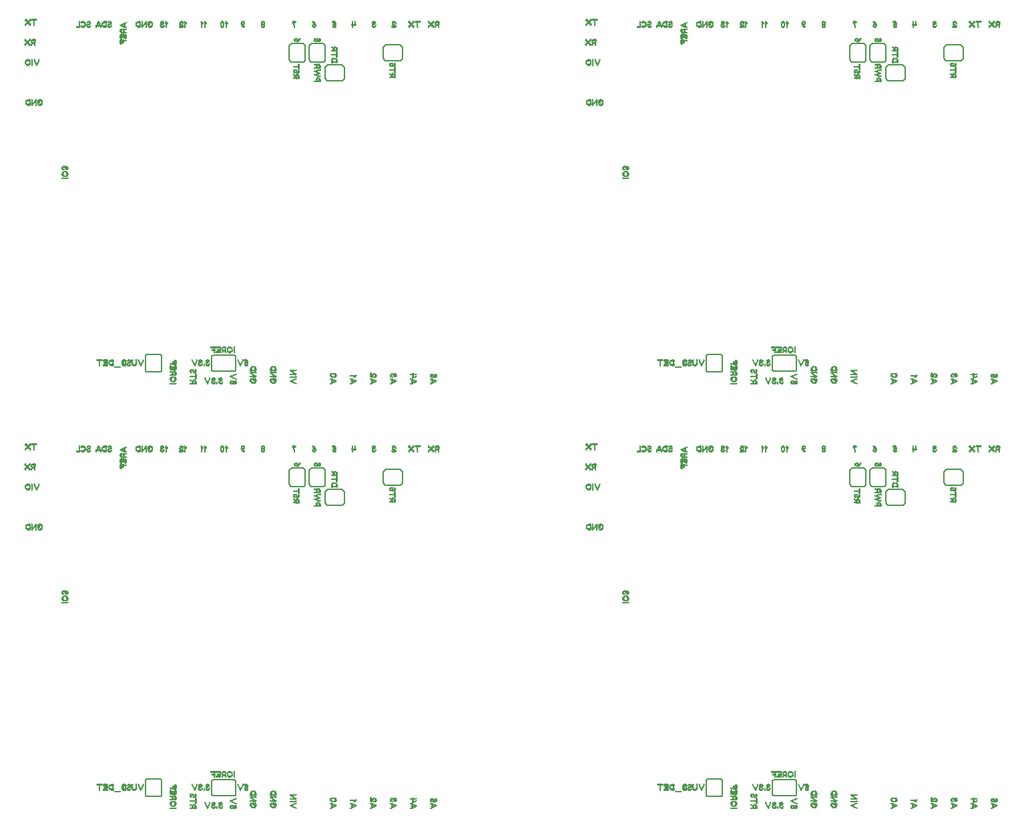
<source format=gbo>
G75*
%MOIN*%
%OFA0B0*%
%FSLAX25Y25*%
%IPPOS*%
%LPD*%
%AMOC8*
5,1,8,0,0,1.08239X$1,22.5*
%
%ADD10C,0.00600*%
%ADD11R,0.00236X0.00118*%
%ADD12R,0.00709X0.00118*%
%ADD13R,0.01063X0.00118*%
%ADD14R,0.01890X0.00118*%
%ADD15R,0.00709X0.00157*%
%ADD16R,0.01417X0.00157*%
%ADD17R,0.01654X0.00157*%
%ADD18R,0.02362X0.00157*%
%ADD19R,0.01772X0.00118*%
%ADD20R,0.02008X0.00118*%
%ADD21R,0.02480X0.00118*%
%ADD22R,0.00827X0.00118*%
%ADD23R,0.02126X0.00118*%
%ADD24R,0.02244X0.00118*%
%ADD25R,0.00827X0.00157*%
%ADD26R,0.02480X0.00157*%
%ADD27R,0.02598X0.00118*%
%ADD28R,0.02362X0.00118*%
%ADD29R,0.00945X0.00118*%
%ADD30R,0.00945X0.00157*%
%ADD31R,0.01654X0.00118*%
%ADD32R,0.02008X0.00157*%
%ADD33R,0.02126X0.00157*%
%ADD34R,0.01181X0.00118*%
%ADD35R,0.02598X0.00157*%
%ADD36R,0.00591X0.00118*%
%ADD37R,0.00354X0.00118*%
%ADD38R,0.00591X0.00157*%
%ADD39R,0.01772X0.00157*%
%ADD40R,0.01063X0.00157*%
%ADD41R,0.01417X0.00118*%
%ADD42R,0.01890X0.00157*%
%ADD43R,0.01535X0.00118*%
%ADD44R,0.01299X0.00118*%
%ADD45R,0.01181X0.00157*%
%ADD46R,0.01535X0.00157*%
%ADD47R,0.00472X0.00118*%
%ADD48R,0.01299X0.00157*%
%ADD49R,0.00472X0.00157*%
%ADD50R,0.00354X0.00157*%
%ADD51R,0.02244X0.00157*%
%ADD52R,0.00118X0.01063*%
%ADD53R,0.00118X0.00236*%
%ADD54R,0.00118X0.00354*%
%ADD55R,0.00157X0.01772*%
%ADD56R,0.00157X0.00709*%
%ADD57R,0.00157X0.00472*%
%ADD58R,0.00118X0.02008*%
%ADD59R,0.00118X0.00827*%
%ADD60R,0.00118X0.00709*%
%ADD61R,0.00118X0.02126*%
%ADD62R,0.00118X0.02244*%
%ADD63R,0.00118X0.00945*%
%ADD64R,0.00157X0.02244*%
%ADD65R,0.00157X0.00827*%
%ADD66R,0.00157X0.00945*%
%ADD67R,0.00157X0.02362*%
%ADD68R,0.00118X0.02362*%
%ADD69R,0.00118X0.01181*%
%ADD70R,0.00157X0.01299*%
%ADD71R,0.00118X0.01417*%
%ADD72R,0.00118X0.01535*%
%ADD73R,0.00157X0.03307*%
%ADD74R,0.00157X0.02480*%
%ADD75R,0.00118X0.03307*%
%ADD76R,0.00157X0.02008*%
%ADD77R,0.00157X0.01417*%
%ADD78R,0.00118X0.01772*%
%ADD79R,0.00118X0.00472*%
%ADD80R,0.00118X0.00591*%
%ADD81R,0.00118X0.02598*%
%ADD82R,0.00157X0.02953*%
%ADD83R,0.00118X0.01654*%
%ADD84R,0.00118X0.03071*%
%ADD85R,0.00118X0.02953*%
%ADD86R,0.00157X0.01890*%
%ADD87R,0.00157X0.02835*%
%ADD88R,0.00157X0.02126*%
%ADD89R,0.00157X0.01535*%
%ADD90R,0.00118X0.00118*%
%ADD91R,0.00118X0.01299*%
%ADD92R,0.00157X0.01654*%
%ADD93R,0.00118X0.01890*%
%ADD94R,0.00157X0.01063*%
%ADD95R,0.00157X0.00118*%
%ADD96R,0.00118X0.02480*%
%ADD97R,0.00157X0.03071*%
%ADD98R,0.02953X0.00157*%
%ADD99R,0.03071X0.00118*%
%ADD100R,0.05551X0.00118*%
%ADD101R,0.02953X0.00118*%
%ADD102R,0.02835X0.00157*%
%ADD103R,0.03307X0.00118*%
%ADD104R,0.03425X0.00118*%
%ADD105R,0.00157X0.00591*%
%ADD106R,0.00118X0.02835*%
%ADD107R,0.00118X0.02717*%
%ADD108R,0.00157X0.01181*%
%ADD109R,0.00157X0.02598*%
%ADD110R,0.02717X0.00118*%
%ADD111R,0.02835X0.00118*%
%ADD112R,0.00118X0.00157*%
D10*
X0133524Y0050100D02*
X0133524Y0056900D01*
X0133526Y0056960D01*
X0133531Y0057021D01*
X0133540Y0057080D01*
X0133553Y0057139D01*
X0133569Y0057198D01*
X0133589Y0057255D01*
X0133612Y0057310D01*
X0133639Y0057365D01*
X0133668Y0057417D01*
X0133701Y0057468D01*
X0133737Y0057517D01*
X0133775Y0057563D01*
X0133817Y0057607D01*
X0133861Y0057649D01*
X0133907Y0057687D01*
X0133956Y0057723D01*
X0134007Y0057756D01*
X0134059Y0057785D01*
X0134114Y0057812D01*
X0134169Y0057835D01*
X0134226Y0057855D01*
X0134285Y0057871D01*
X0134344Y0057884D01*
X0134403Y0057893D01*
X0134464Y0057898D01*
X0134524Y0057900D01*
X0140524Y0057900D01*
X0140584Y0057898D01*
X0140645Y0057893D01*
X0140704Y0057884D01*
X0140763Y0057871D01*
X0140822Y0057855D01*
X0140879Y0057835D01*
X0140934Y0057812D01*
X0140989Y0057785D01*
X0141041Y0057756D01*
X0141092Y0057723D01*
X0141141Y0057687D01*
X0141187Y0057649D01*
X0141231Y0057607D01*
X0141273Y0057563D01*
X0141311Y0057517D01*
X0141347Y0057468D01*
X0141380Y0057417D01*
X0141409Y0057365D01*
X0141436Y0057310D01*
X0141459Y0057255D01*
X0141479Y0057198D01*
X0141495Y0057139D01*
X0141508Y0057080D01*
X0141517Y0057021D01*
X0141522Y0056960D01*
X0141524Y0056900D01*
X0141524Y0050100D01*
X0141522Y0050040D01*
X0141517Y0049979D01*
X0141508Y0049920D01*
X0141495Y0049861D01*
X0141479Y0049802D01*
X0141459Y0049745D01*
X0141436Y0049690D01*
X0141409Y0049635D01*
X0141380Y0049583D01*
X0141347Y0049532D01*
X0141311Y0049483D01*
X0141273Y0049437D01*
X0141231Y0049393D01*
X0141187Y0049351D01*
X0141141Y0049313D01*
X0141092Y0049277D01*
X0141041Y0049244D01*
X0140989Y0049215D01*
X0140934Y0049188D01*
X0140879Y0049165D01*
X0140822Y0049145D01*
X0140763Y0049129D01*
X0140704Y0049116D01*
X0140645Y0049107D01*
X0140584Y0049102D01*
X0140524Y0049100D01*
X0134524Y0049100D01*
X0134464Y0049102D01*
X0134403Y0049107D01*
X0134344Y0049116D01*
X0134285Y0049129D01*
X0134226Y0049145D01*
X0134169Y0049165D01*
X0134114Y0049188D01*
X0134059Y0049215D01*
X0134007Y0049244D01*
X0133956Y0049277D01*
X0133907Y0049313D01*
X0133861Y0049351D01*
X0133817Y0049393D01*
X0133775Y0049437D01*
X0133737Y0049483D01*
X0133701Y0049532D01*
X0133668Y0049583D01*
X0133639Y0049635D01*
X0133612Y0049690D01*
X0133589Y0049745D01*
X0133569Y0049802D01*
X0133553Y0049861D01*
X0133540Y0049920D01*
X0133531Y0049979D01*
X0133526Y0050040D01*
X0133524Y0050100D01*
X0166524Y0050500D02*
X0166524Y0056500D01*
X0166526Y0056560D01*
X0166531Y0056621D01*
X0166540Y0056680D01*
X0166553Y0056739D01*
X0166569Y0056798D01*
X0166589Y0056855D01*
X0166612Y0056910D01*
X0166639Y0056965D01*
X0166668Y0057017D01*
X0166701Y0057068D01*
X0166737Y0057117D01*
X0166775Y0057163D01*
X0166817Y0057207D01*
X0166861Y0057249D01*
X0166907Y0057287D01*
X0166956Y0057323D01*
X0167007Y0057356D01*
X0167059Y0057385D01*
X0167114Y0057412D01*
X0167169Y0057435D01*
X0167226Y0057455D01*
X0167285Y0057471D01*
X0167344Y0057484D01*
X0167403Y0057493D01*
X0167464Y0057498D01*
X0167524Y0057500D01*
X0177524Y0057500D01*
X0177584Y0057498D01*
X0177645Y0057493D01*
X0177704Y0057484D01*
X0177763Y0057471D01*
X0177822Y0057455D01*
X0177879Y0057435D01*
X0177934Y0057412D01*
X0177989Y0057385D01*
X0178041Y0057356D01*
X0178092Y0057323D01*
X0178141Y0057287D01*
X0178187Y0057249D01*
X0178231Y0057207D01*
X0178273Y0057163D01*
X0178311Y0057117D01*
X0178347Y0057068D01*
X0178380Y0057017D01*
X0178409Y0056965D01*
X0178436Y0056910D01*
X0178459Y0056855D01*
X0178479Y0056798D01*
X0178495Y0056739D01*
X0178508Y0056680D01*
X0178517Y0056621D01*
X0178522Y0056560D01*
X0178524Y0056500D01*
X0178524Y0050500D01*
X0178522Y0050440D01*
X0178517Y0050379D01*
X0178508Y0050320D01*
X0178495Y0050261D01*
X0178479Y0050202D01*
X0178459Y0050145D01*
X0178436Y0050090D01*
X0178409Y0050035D01*
X0178380Y0049983D01*
X0178347Y0049932D01*
X0178311Y0049883D01*
X0178273Y0049837D01*
X0178231Y0049793D01*
X0178187Y0049751D01*
X0178141Y0049713D01*
X0178092Y0049677D01*
X0178041Y0049644D01*
X0177989Y0049615D01*
X0177934Y0049588D01*
X0177879Y0049565D01*
X0177822Y0049545D01*
X0177763Y0049529D01*
X0177704Y0049516D01*
X0177645Y0049507D01*
X0177584Y0049502D01*
X0177524Y0049500D01*
X0167524Y0049500D01*
X0167464Y0049502D01*
X0167403Y0049507D01*
X0167344Y0049516D01*
X0167285Y0049529D01*
X0167226Y0049545D01*
X0167169Y0049565D01*
X0167114Y0049588D01*
X0167059Y0049615D01*
X0167007Y0049644D01*
X0166956Y0049677D01*
X0166907Y0049713D01*
X0166861Y0049751D01*
X0166817Y0049793D01*
X0166775Y0049837D01*
X0166737Y0049883D01*
X0166701Y0049932D01*
X0166668Y0049983D01*
X0166639Y0050035D01*
X0166612Y0050090D01*
X0166589Y0050145D01*
X0166569Y0050202D01*
X0166553Y0050261D01*
X0166540Y0050320D01*
X0166531Y0050379D01*
X0166526Y0050440D01*
X0166524Y0050500D01*
X0225024Y0194500D02*
X0231024Y0194500D01*
X0231107Y0194502D01*
X0231190Y0194508D01*
X0231273Y0194517D01*
X0231355Y0194531D01*
X0231436Y0194548D01*
X0231517Y0194569D01*
X0231596Y0194593D01*
X0231674Y0194622D01*
X0231751Y0194653D01*
X0231826Y0194689D01*
X0231900Y0194727D01*
X0231972Y0194770D01*
X0232041Y0194815D01*
X0232109Y0194864D01*
X0232174Y0194915D01*
X0232237Y0194970D01*
X0232297Y0195027D01*
X0232354Y0195087D01*
X0232409Y0195150D01*
X0232460Y0195215D01*
X0232509Y0195283D01*
X0232554Y0195352D01*
X0232597Y0195424D01*
X0232635Y0195498D01*
X0232671Y0195573D01*
X0232702Y0195650D01*
X0232731Y0195728D01*
X0232755Y0195807D01*
X0232776Y0195888D01*
X0232793Y0195969D01*
X0232807Y0196051D01*
X0232816Y0196134D01*
X0232822Y0196217D01*
X0232824Y0196300D01*
X0232824Y0200700D01*
X0232822Y0200783D01*
X0232816Y0200866D01*
X0232807Y0200949D01*
X0232793Y0201031D01*
X0232776Y0201112D01*
X0232755Y0201193D01*
X0232731Y0201272D01*
X0232702Y0201350D01*
X0232671Y0201427D01*
X0232635Y0201502D01*
X0232597Y0201576D01*
X0232554Y0201648D01*
X0232509Y0201717D01*
X0232460Y0201785D01*
X0232409Y0201850D01*
X0232354Y0201913D01*
X0232297Y0201973D01*
X0232237Y0202030D01*
X0232174Y0202085D01*
X0232109Y0202136D01*
X0232041Y0202185D01*
X0231972Y0202230D01*
X0231900Y0202273D01*
X0231826Y0202311D01*
X0231751Y0202347D01*
X0231674Y0202378D01*
X0231596Y0202407D01*
X0231517Y0202431D01*
X0231436Y0202452D01*
X0231355Y0202469D01*
X0231273Y0202483D01*
X0231190Y0202492D01*
X0231107Y0202498D01*
X0231024Y0202500D01*
X0225024Y0202500D01*
X0224941Y0202498D01*
X0224858Y0202492D01*
X0224775Y0202483D01*
X0224693Y0202469D01*
X0224612Y0202452D01*
X0224531Y0202431D01*
X0224452Y0202407D01*
X0224374Y0202378D01*
X0224297Y0202347D01*
X0224222Y0202311D01*
X0224148Y0202273D01*
X0224076Y0202230D01*
X0224007Y0202185D01*
X0223939Y0202136D01*
X0223874Y0202085D01*
X0223811Y0202030D01*
X0223751Y0201973D01*
X0223694Y0201913D01*
X0223639Y0201850D01*
X0223588Y0201785D01*
X0223539Y0201717D01*
X0223494Y0201648D01*
X0223451Y0201576D01*
X0223413Y0201502D01*
X0223377Y0201427D01*
X0223346Y0201350D01*
X0223317Y0201272D01*
X0223293Y0201193D01*
X0223272Y0201112D01*
X0223255Y0201031D01*
X0223241Y0200949D01*
X0223232Y0200866D01*
X0223226Y0200783D01*
X0223224Y0200700D01*
X0223224Y0196300D01*
X0223226Y0196217D01*
X0223232Y0196134D01*
X0223241Y0196051D01*
X0223255Y0195969D01*
X0223272Y0195888D01*
X0223293Y0195807D01*
X0223317Y0195728D01*
X0223346Y0195650D01*
X0223377Y0195573D01*
X0223413Y0195498D01*
X0223451Y0195424D01*
X0223494Y0195352D01*
X0223539Y0195283D01*
X0223588Y0195215D01*
X0223639Y0195150D01*
X0223694Y0195087D01*
X0223751Y0195027D01*
X0223811Y0194970D01*
X0223874Y0194915D01*
X0223939Y0194864D01*
X0224007Y0194815D01*
X0224076Y0194770D01*
X0224148Y0194727D01*
X0224222Y0194689D01*
X0224297Y0194653D01*
X0224374Y0194622D01*
X0224452Y0194593D01*
X0224531Y0194569D01*
X0224612Y0194548D01*
X0224693Y0194531D01*
X0224775Y0194517D01*
X0224858Y0194508D01*
X0224941Y0194502D01*
X0225024Y0194500D01*
X0221456Y0203700D02*
X0217056Y0203700D01*
X0216973Y0203702D01*
X0216890Y0203708D01*
X0216807Y0203717D01*
X0216725Y0203731D01*
X0216644Y0203748D01*
X0216563Y0203769D01*
X0216484Y0203793D01*
X0216406Y0203822D01*
X0216329Y0203853D01*
X0216254Y0203889D01*
X0216180Y0203927D01*
X0216108Y0203970D01*
X0216039Y0204015D01*
X0215971Y0204064D01*
X0215906Y0204115D01*
X0215843Y0204170D01*
X0215783Y0204227D01*
X0215726Y0204287D01*
X0215671Y0204350D01*
X0215620Y0204415D01*
X0215571Y0204483D01*
X0215526Y0204552D01*
X0215483Y0204624D01*
X0215445Y0204698D01*
X0215409Y0204773D01*
X0215378Y0204850D01*
X0215349Y0204928D01*
X0215325Y0205007D01*
X0215304Y0205088D01*
X0215287Y0205169D01*
X0215273Y0205251D01*
X0215264Y0205334D01*
X0215258Y0205417D01*
X0215256Y0205500D01*
X0215256Y0211500D01*
X0215258Y0211583D01*
X0215264Y0211666D01*
X0215273Y0211749D01*
X0215287Y0211831D01*
X0215304Y0211912D01*
X0215325Y0211993D01*
X0215349Y0212072D01*
X0215378Y0212150D01*
X0215409Y0212227D01*
X0215445Y0212302D01*
X0215483Y0212376D01*
X0215526Y0212448D01*
X0215571Y0212517D01*
X0215620Y0212585D01*
X0215671Y0212650D01*
X0215726Y0212713D01*
X0215783Y0212773D01*
X0215843Y0212830D01*
X0215906Y0212885D01*
X0215971Y0212936D01*
X0216039Y0212985D01*
X0216108Y0213030D01*
X0216180Y0213073D01*
X0216254Y0213111D01*
X0216329Y0213147D01*
X0216406Y0213178D01*
X0216484Y0213207D01*
X0216563Y0213231D01*
X0216644Y0213252D01*
X0216725Y0213269D01*
X0216807Y0213283D01*
X0216890Y0213292D01*
X0216973Y0213298D01*
X0217056Y0213300D01*
X0221456Y0213300D01*
X0221539Y0213298D01*
X0221622Y0213292D01*
X0221705Y0213283D01*
X0221787Y0213269D01*
X0221868Y0213252D01*
X0221949Y0213231D01*
X0222028Y0213207D01*
X0222106Y0213178D01*
X0222183Y0213147D01*
X0222258Y0213111D01*
X0222332Y0213073D01*
X0222404Y0213030D01*
X0222473Y0212985D01*
X0222541Y0212936D01*
X0222606Y0212885D01*
X0222669Y0212830D01*
X0222729Y0212773D01*
X0222786Y0212713D01*
X0222841Y0212650D01*
X0222892Y0212585D01*
X0222941Y0212517D01*
X0222986Y0212448D01*
X0223029Y0212376D01*
X0223067Y0212302D01*
X0223103Y0212227D01*
X0223134Y0212150D01*
X0223163Y0212072D01*
X0223187Y0211993D01*
X0223208Y0211912D01*
X0223225Y0211831D01*
X0223239Y0211749D01*
X0223248Y0211666D01*
X0223254Y0211583D01*
X0223256Y0211500D01*
X0223256Y0205500D01*
X0223254Y0205417D01*
X0223248Y0205334D01*
X0223239Y0205251D01*
X0223225Y0205169D01*
X0223208Y0205088D01*
X0223187Y0205007D01*
X0223163Y0204928D01*
X0223134Y0204850D01*
X0223103Y0204773D01*
X0223067Y0204698D01*
X0223029Y0204624D01*
X0222986Y0204552D01*
X0222941Y0204483D01*
X0222892Y0204415D01*
X0222841Y0204350D01*
X0222786Y0204287D01*
X0222729Y0204227D01*
X0222669Y0204170D01*
X0222606Y0204115D01*
X0222541Y0204064D01*
X0222473Y0204015D01*
X0222404Y0203970D01*
X0222332Y0203927D01*
X0222258Y0203889D01*
X0222183Y0203853D01*
X0222106Y0203822D01*
X0222028Y0203793D01*
X0221949Y0203769D01*
X0221868Y0203748D01*
X0221787Y0203731D01*
X0221705Y0203717D01*
X0221622Y0203708D01*
X0221539Y0203702D01*
X0221456Y0203700D01*
X0213256Y0205500D02*
X0213256Y0211500D01*
X0213254Y0211583D01*
X0213248Y0211666D01*
X0213239Y0211749D01*
X0213225Y0211831D01*
X0213208Y0211912D01*
X0213187Y0211993D01*
X0213163Y0212072D01*
X0213134Y0212150D01*
X0213103Y0212227D01*
X0213067Y0212302D01*
X0213029Y0212376D01*
X0212986Y0212448D01*
X0212941Y0212517D01*
X0212892Y0212585D01*
X0212841Y0212650D01*
X0212786Y0212713D01*
X0212729Y0212773D01*
X0212669Y0212830D01*
X0212606Y0212885D01*
X0212541Y0212936D01*
X0212473Y0212985D01*
X0212404Y0213030D01*
X0212332Y0213073D01*
X0212258Y0213111D01*
X0212183Y0213147D01*
X0212106Y0213178D01*
X0212028Y0213207D01*
X0211949Y0213231D01*
X0211868Y0213252D01*
X0211787Y0213269D01*
X0211705Y0213283D01*
X0211622Y0213292D01*
X0211539Y0213298D01*
X0211456Y0213300D01*
X0207056Y0213300D01*
X0206973Y0213298D01*
X0206890Y0213292D01*
X0206807Y0213283D01*
X0206725Y0213269D01*
X0206644Y0213252D01*
X0206563Y0213231D01*
X0206484Y0213207D01*
X0206406Y0213178D01*
X0206329Y0213147D01*
X0206254Y0213111D01*
X0206180Y0213073D01*
X0206108Y0213030D01*
X0206039Y0212985D01*
X0205971Y0212936D01*
X0205906Y0212885D01*
X0205843Y0212830D01*
X0205783Y0212773D01*
X0205726Y0212713D01*
X0205671Y0212650D01*
X0205620Y0212585D01*
X0205571Y0212517D01*
X0205526Y0212448D01*
X0205483Y0212376D01*
X0205445Y0212302D01*
X0205409Y0212227D01*
X0205378Y0212150D01*
X0205349Y0212072D01*
X0205325Y0211993D01*
X0205304Y0211912D01*
X0205287Y0211831D01*
X0205273Y0211749D01*
X0205264Y0211666D01*
X0205258Y0211583D01*
X0205256Y0211500D01*
X0205256Y0205500D01*
X0205258Y0205417D01*
X0205264Y0205334D01*
X0205273Y0205251D01*
X0205287Y0205169D01*
X0205304Y0205088D01*
X0205325Y0205007D01*
X0205349Y0204928D01*
X0205378Y0204850D01*
X0205409Y0204773D01*
X0205445Y0204698D01*
X0205483Y0204624D01*
X0205526Y0204552D01*
X0205571Y0204483D01*
X0205620Y0204415D01*
X0205671Y0204350D01*
X0205726Y0204287D01*
X0205783Y0204227D01*
X0205843Y0204170D01*
X0205906Y0204115D01*
X0205971Y0204064D01*
X0206039Y0204015D01*
X0206108Y0203970D01*
X0206180Y0203927D01*
X0206254Y0203889D01*
X0206329Y0203853D01*
X0206406Y0203822D01*
X0206484Y0203793D01*
X0206563Y0203769D01*
X0206644Y0203748D01*
X0206725Y0203731D01*
X0206807Y0203717D01*
X0206890Y0203708D01*
X0206973Y0203702D01*
X0207056Y0203700D01*
X0211456Y0203700D01*
X0211539Y0203702D01*
X0211622Y0203708D01*
X0211705Y0203717D01*
X0211787Y0203731D01*
X0211868Y0203748D01*
X0211949Y0203769D01*
X0212028Y0203793D01*
X0212106Y0203822D01*
X0212183Y0203853D01*
X0212258Y0203889D01*
X0212332Y0203927D01*
X0212404Y0203970D01*
X0212473Y0204015D01*
X0212541Y0204064D01*
X0212606Y0204115D01*
X0212669Y0204170D01*
X0212729Y0204227D01*
X0212786Y0204287D01*
X0212841Y0204350D01*
X0212892Y0204415D01*
X0212941Y0204483D01*
X0212986Y0204552D01*
X0213029Y0204624D01*
X0213067Y0204698D01*
X0213103Y0204773D01*
X0213134Y0204850D01*
X0213163Y0204928D01*
X0213187Y0205007D01*
X0213208Y0205088D01*
X0213225Y0205169D01*
X0213239Y0205251D01*
X0213248Y0205334D01*
X0213254Y0205417D01*
X0213256Y0205500D01*
X0252224Y0206300D02*
X0252224Y0210700D01*
X0252226Y0210783D01*
X0252232Y0210866D01*
X0252241Y0210949D01*
X0252255Y0211031D01*
X0252272Y0211112D01*
X0252293Y0211193D01*
X0252317Y0211272D01*
X0252346Y0211350D01*
X0252377Y0211427D01*
X0252413Y0211502D01*
X0252451Y0211576D01*
X0252494Y0211648D01*
X0252539Y0211717D01*
X0252588Y0211785D01*
X0252639Y0211850D01*
X0252694Y0211913D01*
X0252751Y0211973D01*
X0252811Y0212030D01*
X0252874Y0212085D01*
X0252939Y0212136D01*
X0253007Y0212185D01*
X0253076Y0212230D01*
X0253148Y0212273D01*
X0253222Y0212311D01*
X0253297Y0212347D01*
X0253374Y0212378D01*
X0253452Y0212407D01*
X0253531Y0212431D01*
X0253612Y0212452D01*
X0253693Y0212469D01*
X0253775Y0212483D01*
X0253858Y0212492D01*
X0253941Y0212498D01*
X0254024Y0212500D01*
X0260024Y0212500D01*
X0260107Y0212498D01*
X0260190Y0212492D01*
X0260273Y0212483D01*
X0260355Y0212469D01*
X0260436Y0212452D01*
X0260517Y0212431D01*
X0260596Y0212407D01*
X0260674Y0212378D01*
X0260751Y0212347D01*
X0260826Y0212311D01*
X0260900Y0212273D01*
X0260972Y0212230D01*
X0261041Y0212185D01*
X0261109Y0212136D01*
X0261174Y0212085D01*
X0261237Y0212030D01*
X0261297Y0211973D01*
X0261354Y0211913D01*
X0261409Y0211850D01*
X0261460Y0211785D01*
X0261509Y0211717D01*
X0261554Y0211648D01*
X0261597Y0211576D01*
X0261635Y0211502D01*
X0261671Y0211427D01*
X0261702Y0211350D01*
X0261731Y0211272D01*
X0261755Y0211193D01*
X0261776Y0211112D01*
X0261793Y0211031D01*
X0261807Y0210949D01*
X0261816Y0210866D01*
X0261822Y0210783D01*
X0261824Y0210700D01*
X0261824Y0206300D01*
X0261822Y0206217D01*
X0261816Y0206134D01*
X0261807Y0206051D01*
X0261793Y0205969D01*
X0261776Y0205888D01*
X0261755Y0205807D01*
X0261731Y0205728D01*
X0261702Y0205650D01*
X0261671Y0205573D01*
X0261635Y0205498D01*
X0261597Y0205424D01*
X0261554Y0205352D01*
X0261509Y0205283D01*
X0261460Y0205215D01*
X0261409Y0205150D01*
X0261354Y0205087D01*
X0261297Y0205027D01*
X0261237Y0204970D01*
X0261174Y0204915D01*
X0261109Y0204864D01*
X0261041Y0204815D01*
X0260972Y0204770D01*
X0260900Y0204727D01*
X0260826Y0204689D01*
X0260751Y0204653D01*
X0260674Y0204622D01*
X0260596Y0204593D01*
X0260517Y0204569D01*
X0260436Y0204548D01*
X0260355Y0204531D01*
X0260273Y0204517D01*
X0260190Y0204508D01*
X0260107Y0204502D01*
X0260024Y0204500D01*
X0254024Y0204500D01*
X0253941Y0204502D01*
X0253858Y0204508D01*
X0253775Y0204517D01*
X0253693Y0204531D01*
X0253612Y0204548D01*
X0253531Y0204569D01*
X0253452Y0204593D01*
X0253374Y0204622D01*
X0253297Y0204653D01*
X0253222Y0204689D01*
X0253148Y0204727D01*
X0253076Y0204770D01*
X0253007Y0204815D01*
X0252939Y0204864D01*
X0252874Y0204915D01*
X0252811Y0204970D01*
X0252751Y0205027D01*
X0252694Y0205087D01*
X0252639Y0205150D01*
X0252588Y0205215D01*
X0252539Y0205283D01*
X0252494Y0205352D01*
X0252451Y0205424D01*
X0252413Y0205498D01*
X0252377Y0205573D01*
X0252346Y0205650D01*
X0252317Y0205728D01*
X0252293Y0205807D01*
X0252272Y0205888D01*
X0252255Y0205969D01*
X0252241Y0206051D01*
X0252232Y0206134D01*
X0252226Y0206217D01*
X0252224Y0206300D01*
X0178524Y0262500D02*
X0178524Y0268500D01*
X0178522Y0268560D01*
X0178517Y0268621D01*
X0178508Y0268680D01*
X0178495Y0268739D01*
X0178479Y0268798D01*
X0178459Y0268855D01*
X0178436Y0268910D01*
X0178409Y0268965D01*
X0178380Y0269017D01*
X0178347Y0269068D01*
X0178311Y0269117D01*
X0178273Y0269163D01*
X0178231Y0269207D01*
X0178187Y0269249D01*
X0178141Y0269287D01*
X0178092Y0269323D01*
X0178041Y0269356D01*
X0177989Y0269385D01*
X0177934Y0269412D01*
X0177879Y0269435D01*
X0177822Y0269455D01*
X0177763Y0269471D01*
X0177704Y0269484D01*
X0177645Y0269493D01*
X0177584Y0269498D01*
X0177524Y0269500D01*
X0167524Y0269500D01*
X0167464Y0269498D01*
X0167403Y0269493D01*
X0167344Y0269484D01*
X0167285Y0269471D01*
X0167226Y0269455D01*
X0167169Y0269435D01*
X0167114Y0269412D01*
X0167059Y0269385D01*
X0167007Y0269356D01*
X0166956Y0269323D01*
X0166907Y0269287D01*
X0166861Y0269249D01*
X0166817Y0269207D01*
X0166775Y0269163D01*
X0166737Y0269117D01*
X0166701Y0269068D01*
X0166668Y0269017D01*
X0166639Y0268965D01*
X0166612Y0268910D01*
X0166589Y0268855D01*
X0166569Y0268798D01*
X0166553Y0268739D01*
X0166540Y0268680D01*
X0166531Y0268621D01*
X0166526Y0268560D01*
X0166524Y0268500D01*
X0166524Y0262500D01*
X0166526Y0262440D01*
X0166531Y0262379D01*
X0166540Y0262320D01*
X0166553Y0262261D01*
X0166569Y0262202D01*
X0166589Y0262145D01*
X0166612Y0262090D01*
X0166639Y0262035D01*
X0166668Y0261983D01*
X0166701Y0261932D01*
X0166737Y0261883D01*
X0166775Y0261837D01*
X0166817Y0261793D01*
X0166861Y0261751D01*
X0166907Y0261713D01*
X0166956Y0261677D01*
X0167007Y0261644D01*
X0167059Y0261615D01*
X0167114Y0261588D01*
X0167169Y0261565D01*
X0167226Y0261545D01*
X0167285Y0261529D01*
X0167344Y0261516D01*
X0167403Y0261507D01*
X0167464Y0261502D01*
X0167524Y0261500D01*
X0177524Y0261500D01*
X0177584Y0261502D01*
X0177645Y0261507D01*
X0177704Y0261516D01*
X0177763Y0261529D01*
X0177822Y0261545D01*
X0177879Y0261565D01*
X0177934Y0261588D01*
X0177989Y0261615D01*
X0178041Y0261644D01*
X0178092Y0261677D01*
X0178141Y0261713D01*
X0178187Y0261751D01*
X0178231Y0261793D01*
X0178273Y0261837D01*
X0178311Y0261883D01*
X0178347Y0261932D01*
X0178380Y0261983D01*
X0178409Y0262035D01*
X0178436Y0262090D01*
X0178459Y0262145D01*
X0178479Y0262202D01*
X0178495Y0262261D01*
X0178508Y0262320D01*
X0178517Y0262379D01*
X0178522Y0262440D01*
X0178524Y0262500D01*
X0141524Y0262100D02*
X0141524Y0268900D01*
X0141522Y0268960D01*
X0141517Y0269021D01*
X0141508Y0269080D01*
X0141495Y0269139D01*
X0141479Y0269198D01*
X0141459Y0269255D01*
X0141436Y0269310D01*
X0141409Y0269365D01*
X0141380Y0269417D01*
X0141347Y0269468D01*
X0141311Y0269517D01*
X0141273Y0269563D01*
X0141231Y0269607D01*
X0141187Y0269649D01*
X0141141Y0269687D01*
X0141092Y0269723D01*
X0141041Y0269756D01*
X0140989Y0269785D01*
X0140934Y0269812D01*
X0140879Y0269835D01*
X0140822Y0269855D01*
X0140763Y0269871D01*
X0140704Y0269884D01*
X0140645Y0269893D01*
X0140584Y0269898D01*
X0140524Y0269900D01*
X0134524Y0269900D01*
X0134464Y0269898D01*
X0134403Y0269893D01*
X0134344Y0269884D01*
X0134285Y0269871D01*
X0134226Y0269855D01*
X0134169Y0269835D01*
X0134114Y0269812D01*
X0134059Y0269785D01*
X0134007Y0269756D01*
X0133956Y0269723D01*
X0133907Y0269687D01*
X0133861Y0269649D01*
X0133817Y0269607D01*
X0133775Y0269563D01*
X0133737Y0269517D01*
X0133701Y0269468D01*
X0133668Y0269417D01*
X0133639Y0269365D01*
X0133612Y0269310D01*
X0133589Y0269255D01*
X0133569Y0269198D01*
X0133553Y0269139D01*
X0133540Y0269080D01*
X0133531Y0269021D01*
X0133526Y0268960D01*
X0133524Y0268900D01*
X0133524Y0262100D01*
X0133526Y0262040D01*
X0133531Y0261979D01*
X0133540Y0261920D01*
X0133553Y0261861D01*
X0133569Y0261802D01*
X0133589Y0261745D01*
X0133612Y0261690D01*
X0133639Y0261635D01*
X0133668Y0261583D01*
X0133701Y0261532D01*
X0133737Y0261483D01*
X0133775Y0261437D01*
X0133817Y0261393D01*
X0133861Y0261351D01*
X0133907Y0261313D01*
X0133956Y0261277D01*
X0134007Y0261244D01*
X0134059Y0261215D01*
X0134114Y0261188D01*
X0134169Y0261165D01*
X0134226Y0261145D01*
X0134285Y0261129D01*
X0134344Y0261116D01*
X0134403Y0261107D01*
X0134464Y0261102D01*
X0134524Y0261100D01*
X0140524Y0261100D01*
X0140584Y0261102D01*
X0140645Y0261107D01*
X0140704Y0261116D01*
X0140763Y0261129D01*
X0140822Y0261145D01*
X0140879Y0261165D01*
X0140934Y0261188D01*
X0140989Y0261215D01*
X0141041Y0261244D01*
X0141092Y0261277D01*
X0141141Y0261313D01*
X0141187Y0261351D01*
X0141231Y0261393D01*
X0141273Y0261437D01*
X0141311Y0261483D01*
X0141347Y0261532D01*
X0141380Y0261583D01*
X0141409Y0261635D01*
X0141436Y0261690D01*
X0141459Y0261745D01*
X0141479Y0261802D01*
X0141495Y0261861D01*
X0141508Y0261920D01*
X0141517Y0261979D01*
X0141522Y0262040D01*
X0141524Y0262100D01*
X0225024Y0406500D02*
X0231024Y0406500D01*
X0231107Y0406502D01*
X0231190Y0406508D01*
X0231273Y0406517D01*
X0231355Y0406531D01*
X0231436Y0406548D01*
X0231517Y0406569D01*
X0231596Y0406593D01*
X0231674Y0406622D01*
X0231751Y0406653D01*
X0231826Y0406689D01*
X0231900Y0406727D01*
X0231972Y0406770D01*
X0232041Y0406815D01*
X0232109Y0406864D01*
X0232174Y0406915D01*
X0232237Y0406970D01*
X0232297Y0407027D01*
X0232354Y0407087D01*
X0232409Y0407150D01*
X0232460Y0407215D01*
X0232509Y0407283D01*
X0232554Y0407352D01*
X0232597Y0407424D01*
X0232635Y0407498D01*
X0232671Y0407573D01*
X0232702Y0407650D01*
X0232731Y0407728D01*
X0232755Y0407807D01*
X0232776Y0407888D01*
X0232793Y0407969D01*
X0232807Y0408051D01*
X0232816Y0408134D01*
X0232822Y0408217D01*
X0232824Y0408300D01*
X0232824Y0412700D01*
X0232822Y0412783D01*
X0232816Y0412866D01*
X0232807Y0412949D01*
X0232793Y0413031D01*
X0232776Y0413112D01*
X0232755Y0413193D01*
X0232731Y0413272D01*
X0232702Y0413350D01*
X0232671Y0413427D01*
X0232635Y0413502D01*
X0232597Y0413576D01*
X0232554Y0413648D01*
X0232509Y0413717D01*
X0232460Y0413785D01*
X0232409Y0413850D01*
X0232354Y0413913D01*
X0232297Y0413973D01*
X0232237Y0414030D01*
X0232174Y0414085D01*
X0232109Y0414136D01*
X0232041Y0414185D01*
X0231972Y0414230D01*
X0231900Y0414273D01*
X0231826Y0414311D01*
X0231751Y0414347D01*
X0231674Y0414378D01*
X0231596Y0414407D01*
X0231517Y0414431D01*
X0231436Y0414452D01*
X0231355Y0414469D01*
X0231273Y0414483D01*
X0231190Y0414492D01*
X0231107Y0414498D01*
X0231024Y0414500D01*
X0225024Y0414500D01*
X0224941Y0414498D01*
X0224858Y0414492D01*
X0224775Y0414483D01*
X0224693Y0414469D01*
X0224612Y0414452D01*
X0224531Y0414431D01*
X0224452Y0414407D01*
X0224374Y0414378D01*
X0224297Y0414347D01*
X0224222Y0414311D01*
X0224148Y0414273D01*
X0224076Y0414230D01*
X0224007Y0414185D01*
X0223939Y0414136D01*
X0223874Y0414085D01*
X0223811Y0414030D01*
X0223751Y0413973D01*
X0223694Y0413913D01*
X0223639Y0413850D01*
X0223588Y0413785D01*
X0223539Y0413717D01*
X0223494Y0413648D01*
X0223451Y0413576D01*
X0223413Y0413502D01*
X0223377Y0413427D01*
X0223346Y0413350D01*
X0223317Y0413272D01*
X0223293Y0413193D01*
X0223272Y0413112D01*
X0223255Y0413031D01*
X0223241Y0412949D01*
X0223232Y0412866D01*
X0223226Y0412783D01*
X0223224Y0412700D01*
X0223224Y0408300D01*
X0223226Y0408217D01*
X0223232Y0408134D01*
X0223241Y0408051D01*
X0223255Y0407969D01*
X0223272Y0407888D01*
X0223293Y0407807D01*
X0223317Y0407728D01*
X0223346Y0407650D01*
X0223377Y0407573D01*
X0223413Y0407498D01*
X0223451Y0407424D01*
X0223494Y0407352D01*
X0223539Y0407283D01*
X0223588Y0407215D01*
X0223639Y0407150D01*
X0223694Y0407087D01*
X0223751Y0407027D01*
X0223811Y0406970D01*
X0223874Y0406915D01*
X0223939Y0406864D01*
X0224007Y0406815D01*
X0224076Y0406770D01*
X0224148Y0406727D01*
X0224222Y0406689D01*
X0224297Y0406653D01*
X0224374Y0406622D01*
X0224452Y0406593D01*
X0224531Y0406569D01*
X0224612Y0406548D01*
X0224693Y0406531D01*
X0224775Y0406517D01*
X0224858Y0406508D01*
X0224941Y0406502D01*
X0225024Y0406500D01*
X0221456Y0415700D02*
X0217056Y0415700D01*
X0216973Y0415702D01*
X0216890Y0415708D01*
X0216807Y0415717D01*
X0216725Y0415731D01*
X0216644Y0415748D01*
X0216563Y0415769D01*
X0216484Y0415793D01*
X0216406Y0415822D01*
X0216329Y0415853D01*
X0216254Y0415889D01*
X0216180Y0415927D01*
X0216108Y0415970D01*
X0216039Y0416015D01*
X0215971Y0416064D01*
X0215906Y0416115D01*
X0215843Y0416170D01*
X0215783Y0416227D01*
X0215726Y0416287D01*
X0215671Y0416350D01*
X0215620Y0416415D01*
X0215571Y0416483D01*
X0215526Y0416552D01*
X0215483Y0416624D01*
X0215445Y0416698D01*
X0215409Y0416773D01*
X0215378Y0416850D01*
X0215349Y0416928D01*
X0215325Y0417007D01*
X0215304Y0417088D01*
X0215287Y0417169D01*
X0215273Y0417251D01*
X0215264Y0417334D01*
X0215258Y0417417D01*
X0215256Y0417500D01*
X0215256Y0423500D01*
X0215258Y0423583D01*
X0215264Y0423666D01*
X0215273Y0423749D01*
X0215287Y0423831D01*
X0215304Y0423912D01*
X0215325Y0423993D01*
X0215349Y0424072D01*
X0215378Y0424150D01*
X0215409Y0424227D01*
X0215445Y0424302D01*
X0215483Y0424376D01*
X0215526Y0424448D01*
X0215571Y0424517D01*
X0215620Y0424585D01*
X0215671Y0424650D01*
X0215726Y0424713D01*
X0215783Y0424773D01*
X0215843Y0424830D01*
X0215906Y0424885D01*
X0215971Y0424936D01*
X0216039Y0424985D01*
X0216108Y0425030D01*
X0216180Y0425073D01*
X0216254Y0425111D01*
X0216329Y0425147D01*
X0216406Y0425178D01*
X0216484Y0425207D01*
X0216563Y0425231D01*
X0216644Y0425252D01*
X0216725Y0425269D01*
X0216807Y0425283D01*
X0216890Y0425292D01*
X0216973Y0425298D01*
X0217056Y0425300D01*
X0221456Y0425300D01*
X0221539Y0425298D01*
X0221622Y0425292D01*
X0221705Y0425283D01*
X0221787Y0425269D01*
X0221868Y0425252D01*
X0221949Y0425231D01*
X0222028Y0425207D01*
X0222106Y0425178D01*
X0222183Y0425147D01*
X0222258Y0425111D01*
X0222332Y0425073D01*
X0222404Y0425030D01*
X0222473Y0424985D01*
X0222541Y0424936D01*
X0222606Y0424885D01*
X0222669Y0424830D01*
X0222729Y0424773D01*
X0222786Y0424713D01*
X0222841Y0424650D01*
X0222892Y0424585D01*
X0222941Y0424517D01*
X0222986Y0424448D01*
X0223029Y0424376D01*
X0223067Y0424302D01*
X0223103Y0424227D01*
X0223134Y0424150D01*
X0223163Y0424072D01*
X0223187Y0423993D01*
X0223208Y0423912D01*
X0223225Y0423831D01*
X0223239Y0423749D01*
X0223248Y0423666D01*
X0223254Y0423583D01*
X0223256Y0423500D01*
X0223256Y0417500D01*
X0223254Y0417417D01*
X0223248Y0417334D01*
X0223239Y0417251D01*
X0223225Y0417169D01*
X0223208Y0417088D01*
X0223187Y0417007D01*
X0223163Y0416928D01*
X0223134Y0416850D01*
X0223103Y0416773D01*
X0223067Y0416698D01*
X0223029Y0416624D01*
X0222986Y0416552D01*
X0222941Y0416483D01*
X0222892Y0416415D01*
X0222841Y0416350D01*
X0222786Y0416287D01*
X0222729Y0416227D01*
X0222669Y0416170D01*
X0222606Y0416115D01*
X0222541Y0416064D01*
X0222473Y0416015D01*
X0222404Y0415970D01*
X0222332Y0415927D01*
X0222258Y0415889D01*
X0222183Y0415853D01*
X0222106Y0415822D01*
X0222028Y0415793D01*
X0221949Y0415769D01*
X0221868Y0415748D01*
X0221787Y0415731D01*
X0221705Y0415717D01*
X0221622Y0415708D01*
X0221539Y0415702D01*
X0221456Y0415700D01*
X0213256Y0417500D02*
X0213256Y0423500D01*
X0213254Y0423583D01*
X0213248Y0423666D01*
X0213239Y0423749D01*
X0213225Y0423831D01*
X0213208Y0423912D01*
X0213187Y0423993D01*
X0213163Y0424072D01*
X0213134Y0424150D01*
X0213103Y0424227D01*
X0213067Y0424302D01*
X0213029Y0424376D01*
X0212986Y0424448D01*
X0212941Y0424517D01*
X0212892Y0424585D01*
X0212841Y0424650D01*
X0212786Y0424713D01*
X0212729Y0424773D01*
X0212669Y0424830D01*
X0212606Y0424885D01*
X0212541Y0424936D01*
X0212473Y0424985D01*
X0212404Y0425030D01*
X0212332Y0425073D01*
X0212258Y0425111D01*
X0212183Y0425147D01*
X0212106Y0425178D01*
X0212028Y0425207D01*
X0211949Y0425231D01*
X0211868Y0425252D01*
X0211787Y0425269D01*
X0211705Y0425283D01*
X0211622Y0425292D01*
X0211539Y0425298D01*
X0211456Y0425300D01*
X0207056Y0425300D01*
X0206973Y0425298D01*
X0206890Y0425292D01*
X0206807Y0425283D01*
X0206725Y0425269D01*
X0206644Y0425252D01*
X0206563Y0425231D01*
X0206484Y0425207D01*
X0206406Y0425178D01*
X0206329Y0425147D01*
X0206254Y0425111D01*
X0206180Y0425073D01*
X0206108Y0425030D01*
X0206039Y0424985D01*
X0205971Y0424936D01*
X0205906Y0424885D01*
X0205843Y0424830D01*
X0205783Y0424773D01*
X0205726Y0424713D01*
X0205671Y0424650D01*
X0205620Y0424585D01*
X0205571Y0424517D01*
X0205526Y0424448D01*
X0205483Y0424376D01*
X0205445Y0424302D01*
X0205409Y0424227D01*
X0205378Y0424150D01*
X0205349Y0424072D01*
X0205325Y0423993D01*
X0205304Y0423912D01*
X0205287Y0423831D01*
X0205273Y0423749D01*
X0205264Y0423666D01*
X0205258Y0423583D01*
X0205256Y0423500D01*
X0205256Y0417500D01*
X0205258Y0417417D01*
X0205264Y0417334D01*
X0205273Y0417251D01*
X0205287Y0417169D01*
X0205304Y0417088D01*
X0205325Y0417007D01*
X0205349Y0416928D01*
X0205378Y0416850D01*
X0205409Y0416773D01*
X0205445Y0416698D01*
X0205483Y0416624D01*
X0205526Y0416552D01*
X0205571Y0416483D01*
X0205620Y0416415D01*
X0205671Y0416350D01*
X0205726Y0416287D01*
X0205783Y0416227D01*
X0205843Y0416170D01*
X0205906Y0416115D01*
X0205971Y0416064D01*
X0206039Y0416015D01*
X0206108Y0415970D01*
X0206180Y0415927D01*
X0206254Y0415889D01*
X0206329Y0415853D01*
X0206406Y0415822D01*
X0206484Y0415793D01*
X0206563Y0415769D01*
X0206644Y0415748D01*
X0206725Y0415731D01*
X0206807Y0415717D01*
X0206890Y0415708D01*
X0206973Y0415702D01*
X0207056Y0415700D01*
X0211456Y0415700D01*
X0211539Y0415702D01*
X0211622Y0415708D01*
X0211705Y0415717D01*
X0211787Y0415731D01*
X0211868Y0415748D01*
X0211949Y0415769D01*
X0212028Y0415793D01*
X0212106Y0415822D01*
X0212183Y0415853D01*
X0212258Y0415889D01*
X0212332Y0415927D01*
X0212404Y0415970D01*
X0212473Y0416015D01*
X0212541Y0416064D01*
X0212606Y0416115D01*
X0212669Y0416170D01*
X0212729Y0416227D01*
X0212786Y0416287D01*
X0212841Y0416350D01*
X0212892Y0416415D01*
X0212941Y0416483D01*
X0212986Y0416552D01*
X0213029Y0416624D01*
X0213067Y0416698D01*
X0213103Y0416773D01*
X0213134Y0416850D01*
X0213163Y0416928D01*
X0213187Y0417007D01*
X0213208Y0417088D01*
X0213225Y0417169D01*
X0213239Y0417251D01*
X0213248Y0417334D01*
X0213254Y0417417D01*
X0213256Y0417500D01*
X0252224Y0418300D02*
X0252224Y0422700D01*
X0252226Y0422783D01*
X0252232Y0422866D01*
X0252241Y0422949D01*
X0252255Y0423031D01*
X0252272Y0423112D01*
X0252293Y0423193D01*
X0252317Y0423272D01*
X0252346Y0423350D01*
X0252377Y0423427D01*
X0252413Y0423502D01*
X0252451Y0423576D01*
X0252494Y0423648D01*
X0252539Y0423717D01*
X0252588Y0423785D01*
X0252639Y0423850D01*
X0252694Y0423913D01*
X0252751Y0423973D01*
X0252811Y0424030D01*
X0252874Y0424085D01*
X0252939Y0424136D01*
X0253007Y0424185D01*
X0253076Y0424230D01*
X0253148Y0424273D01*
X0253222Y0424311D01*
X0253297Y0424347D01*
X0253374Y0424378D01*
X0253452Y0424407D01*
X0253531Y0424431D01*
X0253612Y0424452D01*
X0253693Y0424469D01*
X0253775Y0424483D01*
X0253858Y0424492D01*
X0253941Y0424498D01*
X0254024Y0424500D01*
X0260024Y0424500D01*
X0260107Y0424498D01*
X0260190Y0424492D01*
X0260273Y0424483D01*
X0260355Y0424469D01*
X0260436Y0424452D01*
X0260517Y0424431D01*
X0260596Y0424407D01*
X0260674Y0424378D01*
X0260751Y0424347D01*
X0260826Y0424311D01*
X0260900Y0424273D01*
X0260972Y0424230D01*
X0261041Y0424185D01*
X0261109Y0424136D01*
X0261174Y0424085D01*
X0261237Y0424030D01*
X0261297Y0423973D01*
X0261354Y0423913D01*
X0261409Y0423850D01*
X0261460Y0423785D01*
X0261509Y0423717D01*
X0261554Y0423648D01*
X0261597Y0423576D01*
X0261635Y0423502D01*
X0261671Y0423427D01*
X0261702Y0423350D01*
X0261731Y0423272D01*
X0261755Y0423193D01*
X0261776Y0423112D01*
X0261793Y0423031D01*
X0261807Y0422949D01*
X0261816Y0422866D01*
X0261822Y0422783D01*
X0261824Y0422700D01*
X0261824Y0418300D01*
X0261822Y0418217D01*
X0261816Y0418134D01*
X0261807Y0418051D01*
X0261793Y0417969D01*
X0261776Y0417888D01*
X0261755Y0417807D01*
X0261731Y0417728D01*
X0261702Y0417650D01*
X0261671Y0417573D01*
X0261635Y0417498D01*
X0261597Y0417424D01*
X0261554Y0417352D01*
X0261509Y0417283D01*
X0261460Y0417215D01*
X0261409Y0417150D01*
X0261354Y0417087D01*
X0261297Y0417027D01*
X0261237Y0416970D01*
X0261174Y0416915D01*
X0261109Y0416864D01*
X0261041Y0416815D01*
X0260972Y0416770D01*
X0260900Y0416727D01*
X0260826Y0416689D01*
X0260751Y0416653D01*
X0260674Y0416622D01*
X0260596Y0416593D01*
X0260517Y0416569D01*
X0260436Y0416548D01*
X0260355Y0416531D01*
X0260273Y0416517D01*
X0260190Y0416508D01*
X0260107Y0416502D01*
X0260024Y0416500D01*
X0254024Y0416500D01*
X0253941Y0416502D01*
X0253858Y0416508D01*
X0253775Y0416517D01*
X0253693Y0416531D01*
X0253612Y0416548D01*
X0253531Y0416569D01*
X0253452Y0416593D01*
X0253374Y0416622D01*
X0253297Y0416653D01*
X0253222Y0416689D01*
X0253148Y0416727D01*
X0253076Y0416770D01*
X0253007Y0416815D01*
X0252939Y0416864D01*
X0252874Y0416915D01*
X0252811Y0416970D01*
X0252751Y0417027D01*
X0252694Y0417087D01*
X0252639Y0417150D01*
X0252588Y0417215D01*
X0252539Y0417283D01*
X0252494Y0417352D01*
X0252451Y0417424D01*
X0252413Y0417498D01*
X0252377Y0417573D01*
X0252346Y0417650D01*
X0252317Y0417728D01*
X0252293Y0417807D01*
X0252272Y0417888D01*
X0252255Y0417969D01*
X0252241Y0418051D01*
X0252232Y0418134D01*
X0252226Y0418217D01*
X0252224Y0418300D01*
X0413524Y0268900D02*
X0413524Y0262100D01*
X0413526Y0262040D01*
X0413531Y0261979D01*
X0413540Y0261920D01*
X0413553Y0261861D01*
X0413569Y0261802D01*
X0413589Y0261745D01*
X0413612Y0261690D01*
X0413639Y0261635D01*
X0413668Y0261583D01*
X0413701Y0261532D01*
X0413737Y0261483D01*
X0413775Y0261437D01*
X0413817Y0261393D01*
X0413861Y0261351D01*
X0413907Y0261313D01*
X0413956Y0261277D01*
X0414007Y0261244D01*
X0414059Y0261215D01*
X0414114Y0261188D01*
X0414169Y0261165D01*
X0414226Y0261145D01*
X0414285Y0261129D01*
X0414344Y0261116D01*
X0414403Y0261107D01*
X0414464Y0261102D01*
X0414524Y0261100D01*
X0420524Y0261100D01*
X0420584Y0261102D01*
X0420645Y0261107D01*
X0420704Y0261116D01*
X0420763Y0261129D01*
X0420822Y0261145D01*
X0420879Y0261165D01*
X0420934Y0261188D01*
X0420989Y0261215D01*
X0421041Y0261244D01*
X0421092Y0261277D01*
X0421141Y0261313D01*
X0421187Y0261351D01*
X0421231Y0261393D01*
X0421273Y0261437D01*
X0421311Y0261483D01*
X0421347Y0261532D01*
X0421380Y0261583D01*
X0421409Y0261635D01*
X0421436Y0261690D01*
X0421459Y0261745D01*
X0421479Y0261802D01*
X0421495Y0261861D01*
X0421508Y0261920D01*
X0421517Y0261979D01*
X0421522Y0262040D01*
X0421524Y0262100D01*
X0421524Y0268900D01*
X0421522Y0268960D01*
X0421517Y0269021D01*
X0421508Y0269080D01*
X0421495Y0269139D01*
X0421479Y0269198D01*
X0421459Y0269255D01*
X0421436Y0269310D01*
X0421409Y0269365D01*
X0421380Y0269417D01*
X0421347Y0269468D01*
X0421311Y0269517D01*
X0421273Y0269563D01*
X0421231Y0269607D01*
X0421187Y0269649D01*
X0421141Y0269687D01*
X0421092Y0269723D01*
X0421041Y0269756D01*
X0420989Y0269785D01*
X0420934Y0269812D01*
X0420879Y0269835D01*
X0420822Y0269855D01*
X0420763Y0269871D01*
X0420704Y0269884D01*
X0420645Y0269893D01*
X0420584Y0269898D01*
X0420524Y0269900D01*
X0414524Y0269900D01*
X0414464Y0269898D01*
X0414403Y0269893D01*
X0414344Y0269884D01*
X0414285Y0269871D01*
X0414226Y0269855D01*
X0414169Y0269835D01*
X0414114Y0269812D01*
X0414059Y0269785D01*
X0414007Y0269756D01*
X0413956Y0269723D01*
X0413907Y0269687D01*
X0413861Y0269649D01*
X0413817Y0269607D01*
X0413775Y0269563D01*
X0413737Y0269517D01*
X0413701Y0269468D01*
X0413668Y0269417D01*
X0413639Y0269365D01*
X0413612Y0269310D01*
X0413589Y0269255D01*
X0413569Y0269198D01*
X0413553Y0269139D01*
X0413540Y0269080D01*
X0413531Y0269021D01*
X0413526Y0268960D01*
X0413524Y0268900D01*
X0446524Y0268500D02*
X0446524Y0262500D01*
X0446526Y0262440D01*
X0446531Y0262379D01*
X0446540Y0262320D01*
X0446553Y0262261D01*
X0446569Y0262202D01*
X0446589Y0262145D01*
X0446612Y0262090D01*
X0446639Y0262035D01*
X0446668Y0261983D01*
X0446701Y0261932D01*
X0446737Y0261883D01*
X0446775Y0261837D01*
X0446817Y0261793D01*
X0446861Y0261751D01*
X0446907Y0261713D01*
X0446956Y0261677D01*
X0447007Y0261644D01*
X0447059Y0261615D01*
X0447114Y0261588D01*
X0447169Y0261565D01*
X0447226Y0261545D01*
X0447285Y0261529D01*
X0447344Y0261516D01*
X0447403Y0261507D01*
X0447464Y0261502D01*
X0447524Y0261500D01*
X0457524Y0261500D01*
X0457584Y0261502D01*
X0457645Y0261507D01*
X0457704Y0261516D01*
X0457763Y0261529D01*
X0457822Y0261545D01*
X0457879Y0261565D01*
X0457934Y0261588D01*
X0457989Y0261615D01*
X0458041Y0261644D01*
X0458092Y0261677D01*
X0458141Y0261713D01*
X0458187Y0261751D01*
X0458231Y0261793D01*
X0458273Y0261837D01*
X0458311Y0261883D01*
X0458347Y0261932D01*
X0458380Y0261983D01*
X0458409Y0262035D01*
X0458436Y0262090D01*
X0458459Y0262145D01*
X0458479Y0262202D01*
X0458495Y0262261D01*
X0458508Y0262320D01*
X0458517Y0262379D01*
X0458522Y0262440D01*
X0458524Y0262500D01*
X0458524Y0268500D01*
X0458522Y0268560D01*
X0458517Y0268621D01*
X0458508Y0268680D01*
X0458495Y0268739D01*
X0458479Y0268798D01*
X0458459Y0268855D01*
X0458436Y0268910D01*
X0458409Y0268965D01*
X0458380Y0269017D01*
X0458347Y0269068D01*
X0458311Y0269117D01*
X0458273Y0269163D01*
X0458231Y0269207D01*
X0458187Y0269249D01*
X0458141Y0269287D01*
X0458092Y0269323D01*
X0458041Y0269356D01*
X0457989Y0269385D01*
X0457934Y0269412D01*
X0457879Y0269435D01*
X0457822Y0269455D01*
X0457763Y0269471D01*
X0457704Y0269484D01*
X0457645Y0269493D01*
X0457584Y0269498D01*
X0457524Y0269500D01*
X0447524Y0269500D01*
X0447464Y0269498D01*
X0447403Y0269493D01*
X0447344Y0269484D01*
X0447285Y0269471D01*
X0447226Y0269455D01*
X0447169Y0269435D01*
X0447114Y0269412D01*
X0447059Y0269385D01*
X0447007Y0269356D01*
X0446956Y0269323D01*
X0446907Y0269287D01*
X0446861Y0269249D01*
X0446817Y0269207D01*
X0446775Y0269163D01*
X0446737Y0269117D01*
X0446701Y0269068D01*
X0446668Y0269017D01*
X0446639Y0268965D01*
X0446612Y0268910D01*
X0446589Y0268855D01*
X0446569Y0268798D01*
X0446553Y0268739D01*
X0446540Y0268680D01*
X0446531Y0268621D01*
X0446526Y0268560D01*
X0446524Y0268500D01*
X0487056Y0213300D02*
X0491456Y0213300D01*
X0491539Y0213298D01*
X0491622Y0213292D01*
X0491705Y0213283D01*
X0491787Y0213269D01*
X0491868Y0213252D01*
X0491949Y0213231D01*
X0492028Y0213207D01*
X0492106Y0213178D01*
X0492183Y0213147D01*
X0492258Y0213111D01*
X0492332Y0213073D01*
X0492404Y0213030D01*
X0492473Y0212985D01*
X0492541Y0212936D01*
X0492606Y0212885D01*
X0492669Y0212830D01*
X0492729Y0212773D01*
X0492786Y0212713D01*
X0492841Y0212650D01*
X0492892Y0212585D01*
X0492941Y0212517D01*
X0492986Y0212448D01*
X0493029Y0212376D01*
X0493067Y0212302D01*
X0493103Y0212227D01*
X0493134Y0212150D01*
X0493163Y0212072D01*
X0493187Y0211993D01*
X0493208Y0211912D01*
X0493225Y0211831D01*
X0493239Y0211749D01*
X0493248Y0211666D01*
X0493254Y0211583D01*
X0493256Y0211500D01*
X0493256Y0205500D01*
X0493254Y0205417D01*
X0493248Y0205334D01*
X0493239Y0205251D01*
X0493225Y0205169D01*
X0493208Y0205088D01*
X0493187Y0205007D01*
X0493163Y0204928D01*
X0493134Y0204850D01*
X0493103Y0204773D01*
X0493067Y0204698D01*
X0493029Y0204624D01*
X0492986Y0204552D01*
X0492941Y0204483D01*
X0492892Y0204415D01*
X0492841Y0204350D01*
X0492786Y0204287D01*
X0492729Y0204227D01*
X0492669Y0204170D01*
X0492606Y0204115D01*
X0492541Y0204064D01*
X0492473Y0204015D01*
X0492404Y0203970D01*
X0492332Y0203927D01*
X0492258Y0203889D01*
X0492183Y0203853D01*
X0492106Y0203822D01*
X0492028Y0203793D01*
X0491949Y0203769D01*
X0491868Y0203748D01*
X0491787Y0203731D01*
X0491705Y0203717D01*
X0491622Y0203708D01*
X0491539Y0203702D01*
X0491456Y0203700D01*
X0487056Y0203700D01*
X0486973Y0203702D01*
X0486890Y0203708D01*
X0486807Y0203717D01*
X0486725Y0203731D01*
X0486644Y0203748D01*
X0486563Y0203769D01*
X0486484Y0203793D01*
X0486406Y0203822D01*
X0486329Y0203853D01*
X0486254Y0203889D01*
X0486180Y0203927D01*
X0486108Y0203970D01*
X0486039Y0204015D01*
X0485971Y0204064D01*
X0485906Y0204115D01*
X0485843Y0204170D01*
X0485783Y0204227D01*
X0485726Y0204287D01*
X0485671Y0204350D01*
X0485620Y0204415D01*
X0485571Y0204483D01*
X0485526Y0204552D01*
X0485483Y0204624D01*
X0485445Y0204698D01*
X0485409Y0204773D01*
X0485378Y0204850D01*
X0485349Y0204928D01*
X0485325Y0205007D01*
X0485304Y0205088D01*
X0485287Y0205169D01*
X0485273Y0205251D01*
X0485264Y0205334D01*
X0485258Y0205417D01*
X0485256Y0205500D01*
X0485256Y0211500D01*
X0485258Y0211583D01*
X0485264Y0211666D01*
X0485273Y0211749D01*
X0485287Y0211831D01*
X0485304Y0211912D01*
X0485325Y0211993D01*
X0485349Y0212072D01*
X0485378Y0212150D01*
X0485409Y0212227D01*
X0485445Y0212302D01*
X0485483Y0212376D01*
X0485526Y0212448D01*
X0485571Y0212517D01*
X0485620Y0212585D01*
X0485671Y0212650D01*
X0485726Y0212713D01*
X0485783Y0212773D01*
X0485843Y0212830D01*
X0485906Y0212885D01*
X0485971Y0212936D01*
X0486039Y0212985D01*
X0486108Y0213030D01*
X0486180Y0213073D01*
X0486254Y0213111D01*
X0486329Y0213147D01*
X0486406Y0213178D01*
X0486484Y0213207D01*
X0486563Y0213231D01*
X0486644Y0213252D01*
X0486725Y0213269D01*
X0486807Y0213283D01*
X0486890Y0213292D01*
X0486973Y0213298D01*
X0487056Y0213300D01*
X0495256Y0211500D02*
X0495256Y0205500D01*
X0495258Y0205417D01*
X0495264Y0205334D01*
X0495273Y0205251D01*
X0495287Y0205169D01*
X0495304Y0205088D01*
X0495325Y0205007D01*
X0495349Y0204928D01*
X0495378Y0204850D01*
X0495409Y0204773D01*
X0495445Y0204698D01*
X0495483Y0204624D01*
X0495526Y0204552D01*
X0495571Y0204483D01*
X0495620Y0204415D01*
X0495671Y0204350D01*
X0495726Y0204287D01*
X0495783Y0204227D01*
X0495843Y0204170D01*
X0495906Y0204115D01*
X0495971Y0204064D01*
X0496039Y0204015D01*
X0496108Y0203970D01*
X0496180Y0203927D01*
X0496254Y0203889D01*
X0496329Y0203853D01*
X0496406Y0203822D01*
X0496484Y0203793D01*
X0496563Y0203769D01*
X0496644Y0203748D01*
X0496725Y0203731D01*
X0496807Y0203717D01*
X0496890Y0203708D01*
X0496973Y0203702D01*
X0497056Y0203700D01*
X0501456Y0203700D01*
X0501539Y0203702D01*
X0501622Y0203708D01*
X0501705Y0203717D01*
X0501787Y0203731D01*
X0501868Y0203748D01*
X0501949Y0203769D01*
X0502028Y0203793D01*
X0502106Y0203822D01*
X0502183Y0203853D01*
X0502258Y0203889D01*
X0502332Y0203927D01*
X0502404Y0203970D01*
X0502473Y0204015D01*
X0502541Y0204064D01*
X0502606Y0204115D01*
X0502669Y0204170D01*
X0502729Y0204227D01*
X0502786Y0204287D01*
X0502841Y0204350D01*
X0502892Y0204415D01*
X0502941Y0204483D01*
X0502986Y0204552D01*
X0503029Y0204624D01*
X0503067Y0204698D01*
X0503103Y0204773D01*
X0503134Y0204850D01*
X0503163Y0204928D01*
X0503187Y0205007D01*
X0503208Y0205088D01*
X0503225Y0205169D01*
X0503239Y0205251D01*
X0503248Y0205334D01*
X0503254Y0205417D01*
X0503256Y0205500D01*
X0503256Y0211500D01*
X0503254Y0211583D01*
X0503248Y0211666D01*
X0503239Y0211749D01*
X0503225Y0211831D01*
X0503208Y0211912D01*
X0503187Y0211993D01*
X0503163Y0212072D01*
X0503134Y0212150D01*
X0503103Y0212227D01*
X0503067Y0212302D01*
X0503029Y0212376D01*
X0502986Y0212448D01*
X0502941Y0212517D01*
X0502892Y0212585D01*
X0502841Y0212650D01*
X0502786Y0212713D01*
X0502729Y0212773D01*
X0502669Y0212830D01*
X0502606Y0212885D01*
X0502541Y0212936D01*
X0502473Y0212985D01*
X0502404Y0213030D01*
X0502332Y0213073D01*
X0502258Y0213111D01*
X0502183Y0213147D01*
X0502106Y0213178D01*
X0502028Y0213207D01*
X0501949Y0213231D01*
X0501868Y0213252D01*
X0501787Y0213269D01*
X0501705Y0213283D01*
X0501622Y0213292D01*
X0501539Y0213298D01*
X0501456Y0213300D01*
X0497056Y0213300D01*
X0496973Y0213298D01*
X0496890Y0213292D01*
X0496807Y0213283D01*
X0496725Y0213269D01*
X0496644Y0213252D01*
X0496563Y0213231D01*
X0496484Y0213207D01*
X0496406Y0213178D01*
X0496329Y0213147D01*
X0496254Y0213111D01*
X0496180Y0213073D01*
X0496108Y0213030D01*
X0496039Y0212985D01*
X0495971Y0212936D01*
X0495906Y0212885D01*
X0495843Y0212830D01*
X0495783Y0212773D01*
X0495726Y0212713D01*
X0495671Y0212650D01*
X0495620Y0212585D01*
X0495571Y0212517D01*
X0495526Y0212448D01*
X0495483Y0212376D01*
X0495445Y0212302D01*
X0495409Y0212227D01*
X0495378Y0212150D01*
X0495349Y0212072D01*
X0495325Y0211993D01*
X0495304Y0211912D01*
X0495287Y0211831D01*
X0495273Y0211749D01*
X0495264Y0211666D01*
X0495258Y0211583D01*
X0495256Y0211500D01*
X0505024Y0202500D02*
X0511024Y0202500D01*
X0511107Y0202498D01*
X0511190Y0202492D01*
X0511273Y0202483D01*
X0511355Y0202469D01*
X0511436Y0202452D01*
X0511517Y0202431D01*
X0511596Y0202407D01*
X0511674Y0202378D01*
X0511751Y0202347D01*
X0511826Y0202311D01*
X0511900Y0202273D01*
X0511972Y0202230D01*
X0512041Y0202185D01*
X0512109Y0202136D01*
X0512174Y0202085D01*
X0512237Y0202030D01*
X0512297Y0201973D01*
X0512354Y0201913D01*
X0512409Y0201850D01*
X0512460Y0201785D01*
X0512509Y0201717D01*
X0512554Y0201648D01*
X0512597Y0201576D01*
X0512635Y0201502D01*
X0512671Y0201427D01*
X0512702Y0201350D01*
X0512731Y0201272D01*
X0512755Y0201193D01*
X0512776Y0201112D01*
X0512793Y0201031D01*
X0512807Y0200949D01*
X0512816Y0200866D01*
X0512822Y0200783D01*
X0512824Y0200700D01*
X0512824Y0196300D01*
X0512822Y0196217D01*
X0512816Y0196134D01*
X0512807Y0196051D01*
X0512793Y0195969D01*
X0512776Y0195888D01*
X0512755Y0195807D01*
X0512731Y0195728D01*
X0512702Y0195650D01*
X0512671Y0195573D01*
X0512635Y0195498D01*
X0512597Y0195424D01*
X0512554Y0195352D01*
X0512509Y0195283D01*
X0512460Y0195215D01*
X0512409Y0195150D01*
X0512354Y0195087D01*
X0512297Y0195027D01*
X0512237Y0194970D01*
X0512174Y0194915D01*
X0512109Y0194864D01*
X0512041Y0194815D01*
X0511972Y0194770D01*
X0511900Y0194727D01*
X0511826Y0194689D01*
X0511751Y0194653D01*
X0511674Y0194622D01*
X0511596Y0194593D01*
X0511517Y0194569D01*
X0511436Y0194548D01*
X0511355Y0194531D01*
X0511273Y0194517D01*
X0511190Y0194508D01*
X0511107Y0194502D01*
X0511024Y0194500D01*
X0505024Y0194500D01*
X0504941Y0194502D01*
X0504858Y0194508D01*
X0504775Y0194517D01*
X0504693Y0194531D01*
X0504612Y0194548D01*
X0504531Y0194569D01*
X0504452Y0194593D01*
X0504374Y0194622D01*
X0504297Y0194653D01*
X0504222Y0194689D01*
X0504148Y0194727D01*
X0504076Y0194770D01*
X0504007Y0194815D01*
X0503939Y0194864D01*
X0503874Y0194915D01*
X0503811Y0194970D01*
X0503751Y0195027D01*
X0503694Y0195087D01*
X0503639Y0195150D01*
X0503588Y0195215D01*
X0503539Y0195283D01*
X0503494Y0195352D01*
X0503451Y0195424D01*
X0503413Y0195498D01*
X0503377Y0195573D01*
X0503346Y0195650D01*
X0503317Y0195728D01*
X0503293Y0195807D01*
X0503272Y0195888D01*
X0503255Y0195969D01*
X0503241Y0196051D01*
X0503232Y0196134D01*
X0503226Y0196217D01*
X0503224Y0196300D01*
X0503224Y0200700D01*
X0503226Y0200783D01*
X0503232Y0200866D01*
X0503241Y0200949D01*
X0503255Y0201031D01*
X0503272Y0201112D01*
X0503293Y0201193D01*
X0503317Y0201272D01*
X0503346Y0201350D01*
X0503377Y0201427D01*
X0503413Y0201502D01*
X0503451Y0201576D01*
X0503494Y0201648D01*
X0503539Y0201717D01*
X0503588Y0201785D01*
X0503639Y0201850D01*
X0503694Y0201913D01*
X0503751Y0201973D01*
X0503811Y0202030D01*
X0503874Y0202085D01*
X0503939Y0202136D01*
X0504007Y0202185D01*
X0504076Y0202230D01*
X0504148Y0202273D01*
X0504222Y0202311D01*
X0504297Y0202347D01*
X0504374Y0202378D01*
X0504452Y0202407D01*
X0504531Y0202431D01*
X0504612Y0202452D01*
X0504693Y0202469D01*
X0504775Y0202483D01*
X0504858Y0202492D01*
X0504941Y0202498D01*
X0505024Y0202500D01*
X0532224Y0206300D02*
X0532224Y0210700D01*
X0532226Y0210783D01*
X0532232Y0210866D01*
X0532241Y0210949D01*
X0532255Y0211031D01*
X0532272Y0211112D01*
X0532293Y0211193D01*
X0532317Y0211272D01*
X0532346Y0211350D01*
X0532377Y0211427D01*
X0532413Y0211502D01*
X0532451Y0211576D01*
X0532494Y0211648D01*
X0532539Y0211717D01*
X0532588Y0211785D01*
X0532639Y0211850D01*
X0532694Y0211913D01*
X0532751Y0211973D01*
X0532811Y0212030D01*
X0532874Y0212085D01*
X0532939Y0212136D01*
X0533007Y0212185D01*
X0533076Y0212230D01*
X0533148Y0212273D01*
X0533222Y0212311D01*
X0533297Y0212347D01*
X0533374Y0212378D01*
X0533452Y0212407D01*
X0533531Y0212431D01*
X0533612Y0212452D01*
X0533693Y0212469D01*
X0533775Y0212483D01*
X0533858Y0212492D01*
X0533941Y0212498D01*
X0534024Y0212500D01*
X0540024Y0212500D01*
X0540107Y0212498D01*
X0540190Y0212492D01*
X0540273Y0212483D01*
X0540355Y0212469D01*
X0540436Y0212452D01*
X0540517Y0212431D01*
X0540596Y0212407D01*
X0540674Y0212378D01*
X0540751Y0212347D01*
X0540826Y0212311D01*
X0540900Y0212273D01*
X0540972Y0212230D01*
X0541041Y0212185D01*
X0541109Y0212136D01*
X0541174Y0212085D01*
X0541237Y0212030D01*
X0541297Y0211973D01*
X0541354Y0211913D01*
X0541409Y0211850D01*
X0541460Y0211785D01*
X0541509Y0211717D01*
X0541554Y0211648D01*
X0541597Y0211576D01*
X0541635Y0211502D01*
X0541671Y0211427D01*
X0541702Y0211350D01*
X0541731Y0211272D01*
X0541755Y0211193D01*
X0541776Y0211112D01*
X0541793Y0211031D01*
X0541807Y0210949D01*
X0541816Y0210866D01*
X0541822Y0210783D01*
X0541824Y0210700D01*
X0541824Y0206300D01*
X0541822Y0206217D01*
X0541816Y0206134D01*
X0541807Y0206051D01*
X0541793Y0205969D01*
X0541776Y0205888D01*
X0541755Y0205807D01*
X0541731Y0205728D01*
X0541702Y0205650D01*
X0541671Y0205573D01*
X0541635Y0205498D01*
X0541597Y0205424D01*
X0541554Y0205352D01*
X0541509Y0205283D01*
X0541460Y0205215D01*
X0541409Y0205150D01*
X0541354Y0205087D01*
X0541297Y0205027D01*
X0541237Y0204970D01*
X0541174Y0204915D01*
X0541109Y0204864D01*
X0541041Y0204815D01*
X0540972Y0204770D01*
X0540900Y0204727D01*
X0540826Y0204689D01*
X0540751Y0204653D01*
X0540674Y0204622D01*
X0540596Y0204593D01*
X0540517Y0204569D01*
X0540436Y0204548D01*
X0540355Y0204531D01*
X0540273Y0204517D01*
X0540190Y0204508D01*
X0540107Y0204502D01*
X0540024Y0204500D01*
X0534024Y0204500D01*
X0533941Y0204502D01*
X0533858Y0204508D01*
X0533775Y0204517D01*
X0533693Y0204531D01*
X0533612Y0204548D01*
X0533531Y0204569D01*
X0533452Y0204593D01*
X0533374Y0204622D01*
X0533297Y0204653D01*
X0533222Y0204689D01*
X0533148Y0204727D01*
X0533076Y0204770D01*
X0533007Y0204815D01*
X0532939Y0204864D01*
X0532874Y0204915D01*
X0532811Y0204970D01*
X0532751Y0205027D01*
X0532694Y0205087D01*
X0532639Y0205150D01*
X0532588Y0205215D01*
X0532539Y0205283D01*
X0532494Y0205352D01*
X0532451Y0205424D01*
X0532413Y0205498D01*
X0532377Y0205573D01*
X0532346Y0205650D01*
X0532317Y0205728D01*
X0532293Y0205807D01*
X0532272Y0205888D01*
X0532255Y0205969D01*
X0532241Y0206051D01*
X0532232Y0206134D01*
X0532226Y0206217D01*
X0532224Y0206300D01*
X0457524Y0057500D02*
X0447524Y0057500D01*
X0447464Y0057498D01*
X0447403Y0057493D01*
X0447344Y0057484D01*
X0447285Y0057471D01*
X0447226Y0057455D01*
X0447169Y0057435D01*
X0447114Y0057412D01*
X0447059Y0057385D01*
X0447007Y0057356D01*
X0446956Y0057323D01*
X0446907Y0057287D01*
X0446861Y0057249D01*
X0446817Y0057207D01*
X0446775Y0057163D01*
X0446737Y0057117D01*
X0446701Y0057068D01*
X0446668Y0057017D01*
X0446639Y0056965D01*
X0446612Y0056910D01*
X0446589Y0056855D01*
X0446569Y0056798D01*
X0446553Y0056739D01*
X0446540Y0056680D01*
X0446531Y0056621D01*
X0446526Y0056560D01*
X0446524Y0056500D01*
X0446524Y0050500D01*
X0446526Y0050440D01*
X0446531Y0050379D01*
X0446540Y0050320D01*
X0446553Y0050261D01*
X0446569Y0050202D01*
X0446589Y0050145D01*
X0446612Y0050090D01*
X0446639Y0050035D01*
X0446668Y0049983D01*
X0446701Y0049932D01*
X0446737Y0049883D01*
X0446775Y0049837D01*
X0446817Y0049793D01*
X0446861Y0049751D01*
X0446907Y0049713D01*
X0446956Y0049677D01*
X0447007Y0049644D01*
X0447059Y0049615D01*
X0447114Y0049588D01*
X0447169Y0049565D01*
X0447226Y0049545D01*
X0447285Y0049529D01*
X0447344Y0049516D01*
X0447403Y0049507D01*
X0447464Y0049502D01*
X0447524Y0049500D01*
X0457524Y0049500D01*
X0457584Y0049502D01*
X0457645Y0049507D01*
X0457704Y0049516D01*
X0457763Y0049529D01*
X0457822Y0049545D01*
X0457879Y0049565D01*
X0457934Y0049588D01*
X0457989Y0049615D01*
X0458041Y0049644D01*
X0458092Y0049677D01*
X0458141Y0049713D01*
X0458187Y0049751D01*
X0458231Y0049793D01*
X0458273Y0049837D01*
X0458311Y0049883D01*
X0458347Y0049932D01*
X0458380Y0049983D01*
X0458409Y0050035D01*
X0458436Y0050090D01*
X0458459Y0050145D01*
X0458479Y0050202D01*
X0458495Y0050261D01*
X0458508Y0050320D01*
X0458517Y0050379D01*
X0458522Y0050440D01*
X0458524Y0050500D01*
X0458524Y0056500D01*
X0458522Y0056560D01*
X0458517Y0056621D01*
X0458508Y0056680D01*
X0458495Y0056739D01*
X0458479Y0056798D01*
X0458459Y0056855D01*
X0458436Y0056910D01*
X0458409Y0056965D01*
X0458380Y0057017D01*
X0458347Y0057068D01*
X0458311Y0057117D01*
X0458273Y0057163D01*
X0458231Y0057207D01*
X0458187Y0057249D01*
X0458141Y0057287D01*
X0458092Y0057323D01*
X0458041Y0057356D01*
X0457989Y0057385D01*
X0457934Y0057412D01*
X0457879Y0057435D01*
X0457822Y0057455D01*
X0457763Y0057471D01*
X0457704Y0057484D01*
X0457645Y0057493D01*
X0457584Y0057498D01*
X0457524Y0057500D01*
X0421524Y0056900D02*
X0421524Y0050100D01*
X0421522Y0050040D01*
X0421517Y0049979D01*
X0421508Y0049920D01*
X0421495Y0049861D01*
X0421479Y0049802D01*
X0421459Y0049745D01*
X0421436Y0049690D01*
X0421409Y0049635D01*
X0421380Y0049583D01*
X0421347Y0049532D01*
X0421311Y0049483D01*
X0421273Y0049437D01*
X0421231Y0049393D01*
X0421187Y0049351D01*
X0421141Y0049313D01*
X0421092Y0049277D01*
X0421041Y0049244D01*
X0420989Y0049215D01*
X0420934Y0049188D01*
X0420879Y0049165D01*
X0420822Y0049145D01*
X0420763Y0049129D01*
X0420704Y0049116D01*
X0420645Y0049107D01*
X0420584Y0049102D01*
X0420524Y0049100D01*
X0414524Y0049100D01*
X0414464Y0049102D01*
X0414403Y0049107D01*
X0414344Y0049116D01*
X0414285Y0049129D01*
X0414226Y0049145D01*
X0414169Y0049165D01*
X0414114Y0049188D01*
X0414059Y0049215D01*
X0414007Y0049244D01*
X0413956Y0049277D01*
X0413907Y0049313D01*
X0413861Y0049351D01*
X0413817Y0049393D01*
X0413775Y0049437D01*
X0413737Y0049483D01*
X0413701Y0049532D01*
X0413668Y0049583D01*
X0413639Y0049635D01*
X0413612Y0049690D01*
X0413589Y0049745D01*
X0413569Y0049802D01*
X0413553Y0049861D01*
X0413540Y0049920D01*
X0413531Y0049979D01*
X0413526Y0050040D01*
X0413524Y0050100D01*
X0413524Y0056900D01*
X0413526Y0056960D01*
X0413531Y0057021D01*
X0413540Y0057080D01*
X0413553Y0057139D01*
X0413569Y0057198D01*
X0413589Y0057255D01*
X0413612Y0057310D01*
X0413639Y0057365D01*
X0413668Y0057417D01*
X0413701Y0057468D01*
X0413737Y0057517D01*
X0413775Y0057563D01*
X0413817Y0057607D01*
X0413861Y0057649D01*
X0413907Y0057687D01*
X0413956Y0057723D01*
X0414007Y0057756D01*
X0414059Y0057785D01*
X0414114Y0057812D01*
X0414169Y0057835D01*
X0414226Y0057855D01*
X0414285Y0057871D01*
X0414344Y0057884D01*
X0414403Y0057893D01*
X0414464Y0057898D01*
X0414524Y0057900D01*
X0420524Y0057900D01*
X0420584Y0057898D01*
X0420645Y0057893D01*
X0420704Y0057884D01*
X0420763Y0057871D01*
X0420822Y0057855D01*
X0420879Y0057835D01*
X0420934Y0057812D01*
X0420989Y0057785D01*
X0421041Y0057756D01*
X0421092Y0057723D01*
X0421141Y0057687D01*
X0421187Y0057649D01*
X0421231Y0057607D01*
X0421273Y0057563D01*
X0421311Y0057517D01*
X0421347Y0057468D01*
X0421380Y0057417D01*
X0421409Y0057365D01*
X0421436Y0057310D01*
X0421459Y0057255D01*
X0421479Y0057198D01*
X0421495Y0057139D01*
X0421508Y0057080D01*
X0421517Y0057021D01*
X0421522Y0056960D01*
X0421524Y0056900D01*
X0505024Y0406500D02*
X0511024Y0406500D01*
X0511107Y0406502D01*
X0511190Y0406508D01*
X0511273Y0406517D01*
X0511355Y0406531D01*
X0511436Y0406548D01*
X0511517Y0406569D01*
X0511596Y0406593D01*
X0511674Y0406622D01*
X0511751Y0406653D01*
X0511826Y0406689D01*
X0511900Y0406727D01*
X0511972Y0406770D01*
X0512041Y0406815D01*
X0512109Y0406864D01*
X0512174Y0406915D01*
X0512237Y0406970D01*
X0512297Y0407027D01*
X0512354Y0407087D01*
X0512409Y0407150D01*
X0512460Y0407215D01*
X0512509Y0407283D01*
X0512554Y0407352D01*
X0512597Y0407424D01*
X0512635Y0407498D01*
X0512671Y0407573D01*
X0512702Y0407650D01*
X0512731Y0407728D01*
X0512755Y0407807D01*
X0512776Y0407888D01*
X0512793Y0407969D01*
X0512807Y0408051D01*
X0512816Y0408134D01*
X0512822Y0408217D01*
X0512824Y0408300D01*
X0512824Y0412700D01*
X0512822Y0412783D01*
X0512816Y0412866D01*
X0512807Y0412949D01*
X0512793Y0413031D01*
X0512776Y0413112D01*
X0512755Y0413193D01*
X0512731Y0413272D01*
X0512702Y0413350D01*
X0512671Y0413427D01*
X0512635Y0413502D01*
X0512597Y0413576D01*
X0512554Y0413648D01*
X0512509Y0413717D01*
X0512460Y0413785D01*
X0512409Y0413850D01*
X0512354Y0413913D01*
X0512297Y0413973D01*
X0512237Y0414030D01*
X0512174Y0414085D01*
X0512109Y0414136D01*
X0512041Y0414185D01*
X0511972Y0414230D01*
X0511900Y0414273D01*
X0511826Y0414311D01*
X0511751Y0414347D01*
X0511674Y0414378D01*
X0511596Y0414407D01*
X0511517Y0414431D01*
X0511436Y0414452D01*
X0511355Y0414469D01*
X0511273Y0414483D01*
X0511190Y0414492D01*
X0511107Y0414498D01*
X0511024Y0414500D01*
X0505024Y0414500D01*
X0504941Y0414498D01*
X0504858Y0414492D01*
X0504775Y0414483D01*
X0504693Y0414469D01*
X0504612Y0414452D01*
X0504531Y0414431D01*
X0504452Y0414407D01*
X0504374Y0414378D01*
X0504297Y0414347D01*
X0504222Y0414311D01*
X0504148Y0414273D01*
X0504076Y0414230D01*
X0504007Y0414185D01*
X0503939Y0414136D01*
X0503874Y0414085D01*
X0503811Y0414030D01*
X0503751Y0413973D01*
X0503694Y0413913D01*
X0503639Y0413850D01*
X0503588Y0413785D01*
X0503539Y0413717D01*
X0503494Y0413648D01*
X0503451Y0413576D01*
X0503413Y0413502D01*
X0503377Y0413427D01*
X0503346Y0413350D01*
X0503317Y0413272D01*
X0503293Y0413193D01*
X0503272Y0413112D01*
X0503255Y0413031D01*
X0503241Y0412949D01*
X0503232Y0412866D01*
X0503226Y0412783D01*
X0503224Y0412700D01*
X0503224Y0408300D01*
X0503226Y0408217D01*
X0503232Y0408134D01*
X0503241Y0408051D01*
X0503255Y0407969D01*
X0503272Y0407888D01*
X0503293Y0407807D01*
X0503317Y0407728D01*
X0503346Y0407650D01*
X0503377Y0407573D01*
X0503413Y0407498D01*
X0503451Y0407424D01*
X0503494Y0407352D01*
X0503539Y0407283D01*
X0503588Y0407215D01*
X0503639Y0407150D01*
X0503694Y0407087D01*
X0503751Y0407027D01*
X0503811Y0406970D01*
X0503874Y0406915D01*
X0503939Y0406864D01*
X0504007Y0406815D01*
X0504076Y0406770D01*
X0504148Y0406727D01*
X0504222Y0406689D01*
X0504297Y0406653D01*
X0504374Y0406622D01*
X0504452Y0406593D01*
X0504531Y0406569D01*
X0504612Y0406548D01*
X0504693Y0406531D01*
X0504775Y0406517D01*
X0504858Y0406508D01*
X0504941Y0406502D01*
X0505024Y0406500D01*
X0501456Y0415700D02*
X0497056Y0415700D01*
X0496973Y0415702D01*
X0496890Y0415708D01*
X0496807Y0415717D01*
X0496725Y0415731D01*
X0496644Y0415748D01*
X0496563Y0415769D01*
X0496484Y0415793D01*
X0496406Y0415822D01*
X0496329Y0415853D01*
X0496254Y0415889D01*
X0496180Y0415927D01*
X0496108Y0415970D01*
X0496039Y0416015D01*
X0495971Y0416064D01*
X0495906Y0416115D01*
X0495843Y0416170D01*
X0495783Y0416227D01*
X0495726Y0416287D01*
X0495671Y0416350D01*
X0495620Y0416415D01*
X0495571Y0416483D01*
X0495526Y0416552D01*
X0495483Y0416624D01*
X0495445Y0416698D01*
X0495409Y0416773D01*
X0495378Y0416850D01*
X0495349Y0416928D01*
X0495325Y0417007D01*
X0495304Y0417088D01*
X0495287Y0417169D01*
X0495273Y0417251D01*
X0495264Y0417334D01*
X0495258Y0417417D01*
X0495256Y0417500D01*
X0495256Y0423500D01*
X0495258Y0423583D01*
X0495264Y0423666D01*
X0495273Y0423749D01*
X0495287Y0423831D01*
X0495304Y0423912D01*
X0495325Y0423993D01*
X0495349Y0424072D01*
X0495378Y0424150D01*
X0495409Y0424227D01*
X0495445Y0424302D01*
X0495483Y0424376D01*
X0495526Y0424448D01*
X0495571Y0424517D01*
X0495620Y0424585D01*
X0495671Y0424650D01*
X0495726Y0424713D01*
X0495783Y0424773D01*
X0495843Y0424830D01*
X0495906Y0424885D01*
X0495971Y0424936D01*
X0496039Y0424985D01*
X0496108Y0425030D01*
X0496180Y0425073D01*
X0496254Y0425111D01*
X0496329Y0425147D01*
X0496406Y0425178D01*
X0496484Y0425207D01*
X0496563Y0425231D01*
X0496644Y0425252D01*
X0496725Y0425269D01*
X0496807Y0425283D01*
X0496890Y0425292D01*
X0496973Y0425298D01*
X0497056Y0425300D01*
X0501456Y0425300D01*
X0501539Y0425298D01*
X0501622Y0425292D01*
X0501705Y0425283D01*
X0501787Y0425269D01*
X0501868Y0425252D01*
X0501949Y0425231D01*
X0502028Y0425207D01*
X0502106Y0425178D01*
X0502183Y0425147D01*
X0502258Y0425111D01*
X0502332Y0425073D01*
X0502404Y0425030D01*
X0502473Y0424985D01*
X0502541Y0424936D01*
X0502606Y0424885D01*
X0502669Y0424830D01*
X0502729Y0424773D01*
X0502786Y0424713D01*
X0502841Y0424650D01*
X0502892Y0424585D01*
X0502941Y0424517D01*
X0502986Y0424448D01*
X0503029Y0424376D01*
X0503067Y0424302D01*
X0503103Y0424227D01*
X0503134Y0424150D01*
X0503163Y0424072D01*
X0503187Y0423993D01*
X0503208Y0423912D01*
X0503225Y0423831D01*
X0503239Y0423749D01*
X0503248Y0423666D01*
X0503254Y0423583D01*
X0503256Y0423500D01*
X0503256Y0417500D01*
X0503254Y0417417D01*
X0503248Y0417334D01*
X0503239Y0417251D01*
X0503225Y0417169D01*
X0503208Y0417088D01*
X0503187Y0417007D01*
X0503163Y0416928D01*
X0503134Y0416850D01*
X0503103Y0416773D01*
X0503067Y0416698D01*
X0503029Y0416624D01*
X0502986Y0416552D01*
X0502941Y0416483D01*
X0502892Y0416415D01*
X0502841Y0416350D01*
X0502786Y0416287D01*
X0502729Y0416227D01*
X0502669Y0416170D01*
X0502606Y0416115D01*
X0502541Y0416064D01*
X0502473Y0416015D01*
X0502404Y0415970D01*
X0502332Y0415927D01*
X0502258Y0415889D01*
X0502183Y0415853D01*
X0502106Y0415822D01*
X0502028Y0415793D01*
X0501949Y0415769D01*
X0501868Y0415748D01*
X0501787Y0415731D01*
X0501705Y0415717D01*
X0501622Y0415708D01*
X0501539Y0415702D01*
X0501456Y0415700D01*
X0493256Y0417500D02*
X0493256Y0423500D01*
X0493254Y0423583D01*
X0493248Y0423666D01*
X0493239Y0423749D01*
X0493225Y0423831D01*
X0493208Y0423912D01*
X0493187Y0423993D01*
X0493163Y0424072D01*
X0493134Y0424150D01*
X0493103Y0424227D01*
X0493067Y0424302D01*
X0493029Y0424376D01*
X0492986Y0424448D01*
X0492941Y0424517D01*
X0492892Y0424585D01*
X0492841Y0424650D01*
X0492786Y0424713D01*
X0492729Y0424773D01*
X0492669Y0424830D01*
X0492606Y0424885D01*
X0492541Y0424936D01*
X0492473Y0424985D01*
X0492404Y0425030D01*
X0492332Y0425073D01*
X0492258Y0425111D01*
X0492183Y0425147D01*
X0492106Y0425178D01*
X0492028Y0425207D01*
X0491949Y0425231D01*
X0491868Y0425252D01*
X0491787Y0425269D01*
X0491705Y0425283D01*
X0491622Y0425292D01*
X0491539Y0425298D01*
X0491456Y0425300D01*
X0487056Y0425300D01*
X0486973Y0425298D01*
X0486890Y0425292D01*
X0486807Y0425283D01*
X0486725Y0425269D01*
X0486644Y0425252D01*
X0486563Y0425231D01*
X0486484Y0425207D01*
X0486406Y0425178D01*
X0486329Y0425147D01*
X0486254Y0425111D01*
X0486180Y0425073D01*
X0486108Y0425030D01*
X0486039Y0424985D01*
X0485971Y0424936D01*
X0485906Y0424885D01*
X0485843Y0424830D01*
X0485783Y0424773D01*
X0485726Y0424713D01*
X0485671Y0424650D01*
X0485620Y0424585D01*
X0485571Y0424517D01*
X0485526Y0424448D01*
X0485483Y0424376D01*
X0485445Y0424302D01*
X0485409Y0424227D01*
X0485378Y0424150D01*
X0485349Y0424072D01*
X0485325Y0423993D01*
X0485304Y0423912D01*
X0485287Y0423831D01*
X0485273Y0423749D01*
X0485264Y0423666D01*
X0485258Y0423583D01*
X0485256Y0423500D01*
X0485256Y0417500D01*
X0485258Y0417417D01*
X0485264Y0417334D01*
X0485273Y0417251D01*
X0485287Y0417169D01*
X0485304Y0417088D01*
X0485325Y0417007D01*
X0485349Y0416928D01*
X0485378Y0416850D01*
X0485409Y0416773D01*
X0485445Y0416698D01*
X0485483Y0416624D01*
X0485526Y0416552D01*
X0485571Y0416483D01*
X0485620Y0416415D01*
X0485671Y0416350D01*
X0485726Y0416287D01*
X0485783Y0416227D01*
X0485843Y0416170D01*
X0485906Y0416115D01*
X0485971Y0416064D01*
X0486039Y0416015D01*
X0486108Y0415970D01*
X0486180Y0415927D01*
X0486254Y0415889D01*
X0486329Y0415853D01*
X0486406Y0415822D01*
X0486484Y0415793D01*
X0486563Y0415769D01*
X0486644Y0415748D01*
X0486725Y0415731D01*
X0486807Y0415717D01*
X0486890Y0415708D01*
X0486973Y0415702D01*
X0487056Y0415700D01*
X0491456Y0415700D01*
X0491539Y0415702D01*
X0491622Y0415708D01*
X0491705Y0415717D01*
X0491787Y0415731D01*
X0491868Y0415748D01*
X0491949Y0415769D01*
X0492028Y0415793D01*
X0492106Y0415822D01*
X0492183Y0415853D01*
X0492258Y0415889D01*
X0492332Y0415927D01*
X0492404Y0415970D01*
X0492473Y0416015D01*
X0492541Y0416064D01*
X0492606Y0416115D01*
X0492669Y0416170D01*
X0492729Y0416227D01*
X0492786Y0416287D01*
X0492841Y0416350D01*
X0492892Y0416415D01*
X0492941Y0416483D01*
X0492986Y0416552D01*
X0493029Y0416624D01*
X0493067Y0416698D01*
X0493103Y0416773D01*
X0493134Y0416850D01*
X0493163Y0416928D01*
X0493187Y0417007D01*
X0493208Y0417088D01*
X0493225Y0417169D01*
X0493239Y0417251D01*
X0493248Y0417334D01*
X0493254Y0417417D01*
X0493256Y0417500D01*
X0532224Y0418300D02*
X0532224Y0422700D01*
X0532226Y0422783D01*
X0532232Y0422866D01*
X0532241Y0422949D01*
X0532255Y0423031D01*
X0532272Y0423112D01*
X0532293Y0423193D01*
X0532317Y0423272D01*
X0532346Y0423350D01*
X0532377Y0423427D01*
X0532413Y0423502D01*
X0532451Y0423576D01*
X0532494Y0423648D01*
X0532539Y0423717D01*
X0532588Y0423785D01*
X0532639Y0423850D01*
X0532694Y0423913D01*
X0532751Y0423973D01*
X0532811Y0424030D01*
X0532874Y0424085D01*
X0532939Y0424136D01*
X0533007Y0424185D01*
X0533076Y0424230D01*
X0533148Y0424273D01*
X0533222Y0424311D01*
X0533297Y0424347D01*
X0533374Y0424378D01*
X0533452Y0424407D01*
X0533531Y0424431D01*
X0533612Y0424452D01*
X0533693Y0424469D01*
X0533775Y0424483D01*
X0533858Y0424492D01*
X0533941Y0424498D01*
X0534024Y0424500D01*
X0540024Y0424500D01*
X0540107Y0424498D01*
X0540190Y0424492D01*
X0540273Y0424483D01*
X0540355Y0424469D01*
X0540436Y0424452D01*
X0540517Y0424431D01*
X0540596Y0424407D01*
X0540674Y0424378D01*
X0540751Y0424347D01*
X0540826Y0424311D01*
X0540900Y0424273D01*
X0540972Y0424230D01*
X0541041Y0424185D01*
X0541109Y0424136D01*
X0541174Y0424085D01*
X0541237Y0424030D01*
X0541297Y0423973D01*
X0541354Y0423913D01*
X0541409Y0423850D01*
X0541460Y0423785D01*
X0541509Y0423717D01*
X0541554Y0423648D01*
X0541597Y0423576D01*
X0541635Y0423502D01*
X0541671Y0423427D01*
X0541702Y0423350D01*
X0541731Y0423272D01*
X0541755Y0423193D01*
X0541776Y0423112D01*
X0541793Y0423031D01*
X0541807Y0422949D01*
X0541816Y0422866D01*
X0541822Y0422783D01*
X0541824Y0422700D01*
X0541824Y0418300D01*
X0541822Y0418217D01*
X0541816Y0418134D01*
X0541807Y0418051D01*
X0541793Y0417969D01*
X0541776Y0417888D01*
X0541755Y0417807D01*
X0541731Y0417728D01*
X0541702Y0417650D01*
X0541671Y0417573D01*
X0541635Y0417498D01*
X0541597Y0417424D01*
X0541554Y0417352D01*
X0541509Y0417283D01*
X0541460Y0417215D01*
X0541409Y0417150D01*
X0541354Y0417087D01*
X0541297Y0417027D01*
X0541237Y0416970D01*
X0541174Y0416915D01*
X0541109Y0416864D01*
X0541041Y0416815D01*
X0540972Y0416770D01*
X0540900Y0416727D01*
X0540826Y0416689D01*
X0540751Y0416653D01*
X0540674Y0416622D01*
X0540596Y0416593D01*
X0540517Y0416569D01*
X0540436Y0416548D01*
X0540355Y0416531D01*
X0540273Y0416517D01*
X0540190Y0416508D01*
X0540107Y0416502D01*
X0540024Y0416500D01*
X0534024Y0416500D01*
X0533941Y0416502D01*
X0533858Y0416508D01*
X0533775Y0416517D01*
X0533693Y0416531D01*
X0533612Y0416548D01*
X0533531Y0416569D01*
X0533452Y0416593D01*
X0533374Y0416622D01*
X0533297Y0416653D01*
X0533222Y0416689D01*
X0533148Y0416727D01*
X0533076Y0416770D01*
X0533007Y0416815D01*
X0532939Y0416864D01*
X0532874Y0416915D01*
X0532811Y0416970D01*
X0532751Y0417027D01*
X0532694Y0417087D01*
X0532639Y0417150D01*
X0532588Y0417215D01*
X0532539Y0417283D01*
X0532494Y0417352D01*
X0532451Y0417424D01*
X0532413Y0417498D01*
X0532377Y0417573D01*
X0532346Y0417650D01*
X0532317Y0417728D01*
X0532293Y0417807D01*
X0532272Y0417888D01*
X0532255Y0417969D01*
X0532241Y0418051D01*
X0532232Y0418134D01*
X0532226Y0418217D01*
X0532224Y0418300D01*
D11*
X0508335Y0433772D03*
X0516917Y0436055D03*
X0518098Y0436055D03*
X0497035Y0436055D03*
X0462244Y0434165D03*
X0443154Y0436055D03*
X0415772Y0432827D03*
X0395626Y0432827D03*
X0385126Y0432827D03*
X0382173Y0432827D03*
X0360335Y0417055D03*
X0358091Y0417055D03*
X0360772Y0393827D03*
X0238098Y0436055D03*
X0236917Y0436055D03*
X0228335Y0433772D03*
X0217035Y0436055D03*
X0182244Y0434165D03*
X0163154Y0436055D03*
X0135772Y0432827D03*
X0115626Y0432827D03*
X0105126Y0432827D03*
X0102173Y0432827D03*
X0080335Y0417055D03*
X0078091Y0417055D03*
X0080772Y0393827D03*
X0177835Y0273555D03*
X0179728Y0267055D03*
X0184335Y0264772D03*
X0165593Y0258055D03*
X0163349Y0258055D03*
X0159193Y0267055D03*
X0156949Y0267055D03*
X0132335Y0267055D03*
X0130091Y0267055D03*
X0127020Y0267055D03*
X0125366Y0263827D03*
X0115626Y0220827D03*
X0105126Y0220827D03*
X0102173Y0220827D03*
X0080335Y0205055D03*
X0078091Y0205055D03*
X0080772Y0181827D03*
X0135772Y0220827D03*
X0163154Y0224055D03*
X0182244Y0222165D03*
X0217035Y0224055D03*
X0228335Y0221772D03*
X0236917Y0224055D03*
X0238098Y0224055D03*
X0358091Y0205055D03*
X0360335Y0205055D03*
X0382173Y0220827D03*
X0385126Y0220827D03*
X0395626Y0220827D03*
X0415772Y0220827D03*
X0443154Y0224055D03*
X0462244Y0222165D03*
X0497035Y0224055D03*
X0508335Y0221772D03*
X0516917Y0224055D03*
X0518098Y0224055D03*
X0464335Y0264772D03*
X0459728Y0267055D03*
X0457835Y0273555D03*
X0439193Y0267055D03*
X0436949Y0267055D03*
X0443349Y0258055D03*
X0445593Y0258055D03*
X0412335Y0267055D03*
X0410091Y0267055D03*
X0407020Y0267055D03*
X0405366Y0263827D03*
X0360772Y0181827D03*
X0457835Y0061555D03*
X0459728Y0055055D03*
X0464335Y0052772D03*
X0445593Y0046055D03*
X0443349Y0046055D03*
X0439193Y0055055D03*
X0436949Y0055055D03*
X0412335Y0055055D03*
X0410091Y0055055D03*
X0407020Y0055055D03*
X0405366Y0051827D03*
X0184335Y0052772D03*
X0179728Y0055055D03*
X0177835Y0061555D03*
X0159193Y0055055D03*
X0156949Y0055055D03*
X0163349Y0046055D03*
X0165593Y0046055D03*
X0132335Y0055055D03*
X0130091Y0055055D03*
X0127020Y0055055D03*
X0125366Y0051827D03*
D12*
X0126075Y0052772D03*
X0124776Y0054307D03*
X0121823Y0052890D03*
X0115327Y0053283D03*
X0115327Y0053362D03*
X0115327Y0053638D03*
X0114264Y0054110D03*
X0114264Y0054228D03*
X0114264Y0052890D03*
X0114264Y0052772D03*
X0110602Y0052220D03*
X0129972Y0054780D03*
X0156831Y0054780D03*
X0160256Y0054110D03*
X0160965Y0055055D03*
X0161673Y0054110D03*
X0161791Y0052890D03*
X0163799Y0052772D03*
X0164626Y0055055D03*
X0163231Y0045780D03*
X0166656Y0045110D03*
X0167365Y0046055D03*
X0168073Y0045110D03*
X0168191Y0043890D03*
X0170199Y0043772D03*
X0171026Y0046055D03*
X0181382Y0053165D03*
X0182091Y0054780D03*
X0184217Y0054228D03*
X0184335Y0052693D03*
X0176772Y0059783D03*
X0176772Y0059862D03*
X0176772Y0060138D03*
X0177835Y0061280D03*
X0175591Y0061555D03*
X0076874Y0184780D03*
X0073803Y0183638D03*
X0073803Y0183362D03*
X0073803Y0183283D03*
X0073602Y0203283D03*
X0074783Y0205055D03*
X0077972Y0204780D03*
X0078681Y0203165D03*
X0077890Y0222220D03*
X0101583Y0221693D03*
X0104654Y0223307D03*
X0105835Y0223228D03*
X0109957Y0223780D03*
X0115154Y0223307D03*
X0116335Y0223110D03*
X0116335Y0221772D03*
X0128803Y0222283D03*
X0128803Y0222362D03*
X0128803Y0222638D03*
X0131874Y0223780D03*
X0141854Y0224055D03*
X0142681Y0221890D03*
X0151472Y0224055D03*
X0152181Y0222835D03*
X0152181Y0222717D03*
X0152181Y0222638D03*
X0171854Y0224055D03*
X0191535Y0223228D03*
X0191535Y0223110D03*
X0192835Y0223228D03*
X0207980Y0221339D03*
X0207980Y0221220D03*
X0207980Y0220945D03*
X0218335Y0221693D03*
X0227035Y0221890D03*
X0228217Y0222165D03*
X0228217Y0223110D03*
X0228217Y0223228D03*
X0248244Y0223110D03*
X0257626Y0224055D03*
X0269390Y0221220D03*
X0353602Y0203283D03*
X0354783Y0205055D03*
X0357972Y0204780D03*
X0358681Y0203165D03*
X0356874Y0184780D03*
X0353803Y0183638D03*
X0353803Y0183362D03*
X0353803Y0183283D03*
X0357890Y0222220D03*
X0381583Y0221693D03*
X0384654Y0223307D03*
X0385835Y0223228D03*
X0389957Y0223780D03*
X0395154Y0223307D03*
X0396335Y0223110D03*
X0396335Y0221772D03*
X0408803Y0222283D03*
X0408803Y0222362D03*
X0408803Y0222638D03*
X0411874Y0223780D03*
X0421854Y0224055D03*
X0422681Y0221890D03*
X0431472Y0224055D03*
X0432181Y0222835D03*
X0432181Y0222717D03*
X0432181Y0222638D03*
X0451854Y0224055D03*
X0471535Y0223228D03*
X0471535Y0223110D03*
X0472835Y0223228D03*
X0487980Y0221339D03*
X0487980Y0221220D03*
X0487980Y0220945D03*
X0498335Y0221693D03*
X0507035Y0221890D03*
X0508217Y0222165D03*
X0508217Y0223110D03*
X0508217Y0223228D03*
X0528244Y0223110D03*
X0537626Y0224055D03*
X0549390Y0221220D03*
X0464335Y0264693D03*
X0464217Y0266228D03*
X0462091Y0266780D03*
X0461382Y0265165D03*
X0456772Y0271783D03*
X0456772Y0271862D03*
X0456772Y0272138D03*
X0457835Y0273280D03*
X0455591Y0273555D03*
X0444626Y0267055D03*
X0443799Y0264772D03*
X0441791Y0264890D03*
X0441673Y0266110D03*
X0440965Y0267055D03*
X0440256Y0266110D03*
X0436831Y0266780D03*
X0443231Y0257780D03*
X0446656Y0257110D03*
X0447365Y0258055D03*
X0448073Y0257110D03*
X0448191Y0255890D03*
X0450199Y0255772D03*
X0451026Y0258055D03*
X0409972Y0266780D03*
X0406075Y0264772D03*
X0404776Y0266307D03*
X0401823Y0264890D03*
X0395327Y0265283D03*
X0395327Y0265362D03*
X0395327Y0265638D03*
X0394264Y0266110D03*
X0394264Y0266228D03*
X0394264Y0264890D03*
X0394264Y0264772D03*
X0390602Y0264220D03*
X0353803Y0395283D03*
X0353803Y0395362D03*
X0353803Y0395638D03*
X0356874Y0396780D03*
X0358681Y0415165D03*
X0357972Y0416780D03*
X0354783Y0417055D03*
X0353602Y0415283D03*
X0357890Y0434220D03*
X0381583Y0433693D03*
X0384654Y0435307D03*
X0385835Y0435228D03*
X0389957Y0435780D03*
X0395154Y0435307D03*
X0396335Y0435110D03*
X0396335Y0433772D03*
X0408803Y0434283D03*
X0408803Y0434362D03*
X0408803Y0434638D03*
X0411874Y0435780D03*
X0421854Y0436055D03*
X0422681Y0433890D03*
X0431472Y0436055D03*
X0432181Y0434835D03*
X0432181Y0434717D03*
X0432181Y0434638D03*
X0451854Y0436055D03*
X0471535Y0435228D03*
X0471535Y0435110D03*
X0472835Y0435228D03*
X0487980Y0433339D03*
X0487980Y0433220D03*
X0487980Y0432945D03*
X0498335Y0433693D03*
X0507035Y0433890D03*
X0508217Y0434165D03*
X0508217Y0435110D03*
X0508217Y0435228D03*
X0528244Y0435110D03*
X0537626Y0436055D03*
X0549390Y0433220D03*
X0269390Y0433220D03*
X0257626Y0436055D03*
X0248244Y0435110D03*
X0228217Y0435110D03*
X0228217Y0435228D03*
X0228217Y0434165D03*
X0227035Y0433890D03*
X0218335Y0433693D03*
X0207980Y0433339D03*
X0207980Y0433220D03*
X0207980Y0432945D03*
X0192835Y0435228D03*
X0191535Y0435228D03*
X0191535Y0435110D03*
X0171854Y0436055D03*
X0152181Y0434835D03*
X0152181Y0434717D03*
X0152181Y0434638D03*
X0151472Y0436055D03*
X0142681Y0433890D03*
X0141854Y0436055D03*
X0131874Y0435780D03*
X0128803Y0434638D03*
X0128803Y0434362D03*
X0128803Y0434283D03*
X0116335Y0433772D03*
X0116335Y0435110D03*
X0115154Y0435307D03*
X0109957Y0435780D03*
X0105835Y0435228D03*
X0104654Y0435307D03*
X0101583Y0433693D03*
X0077890Y0434220D03*
X0077972Y0416780D03*
X0078681Y0415165D03*
X0074783Y0417055D03*
X0073602Y0415283D03*
X0076874Y0396780D03*
X0073803Y0395638D03*
X0073803Y0395362D03*
X0073803Y0395283D03*
X0175591Y0273555D03*
X0176772Y0272138D03*
X0176772Y0271862D03*
X0176772Y0271783D03*
X0177835Y0273280D03*
X0182091Y0266780D03*
X0181382Y0265165D03*
X0184335Y0264693D03*
X0184217Y0266228D03*
X0171026Y0258055D03*
X0170199Y0255772D03*
X0168191Y0255890D03*
X0168073Y0257110D03*
X0167365Y0258055D03*
X0166656Y0257110D03*
X0163231Y0257780D03*
X0163799Y0264772D03*
X0161791Y0264890D03*
X0161673Y0266110D03*
X0160965Y0267055D03*
X0160256Y0266110D03*
X0156831Y0266780D03*
X0164626Y0267055D03*
X0129972Y0266780D03*
X0126075Y0264772D03*
X0124776Y0266307D03*
X0121823Y0264890D03*
X0115327Y0265283D03*
X0115327Y0265362D03*
X0115327Y0265638D03*
X0114264Y0266110D03*
X0114264Y0266228D03*
X0114264Y0264890D03*
X0114264Y0264772D03*
X0110602Y0264220D03*
X0394264Y0054228D03*
X0394264Y0054110D03*
X0395327Y0053638D03*
X0395327Y0053362D03*
X0395327Y0053283D03*
X0394264Y0052890D03*
X0394264Y0052772D03*
X0390602Y0052220D03*
X0401823Y0052890D03*
X0404776Y0054307D03*
X0406075Y0052772D03*
X0409972Y0054780D03*
X0436831Y0054780D03*
X0440256Y0054110D03*
X0440965Y0055055D03*
X0441673Y0054110D03*
X0441791Y0052890D03*
X0443799Y0052772D03*
X0444626Y0055055D03*
X0455591Y0061555D03*
X0456772Y0060138D03*
X0456772Y0059862D03*
X0456772Y0059783D03*
X0457835Y0061280D03*
X0462091Y0054780D03*
X0461382Y0053165D03*
X0464335Y0052693D03*
X0464217Y0054228D03*
X0451026Y0046055D03*
X0450199Y0043772D03*
X0448191Y0043890D03*
X0448073Y0045110D03*
X0447365Y0046055D03*
X0446656Y0045110D03*
X0443231Y0045780D03*
D13*
X0444471Y0043417D03*
X0444471Y0043339D03*
X0446715Y0044165D03*
X0438071Y0052339D03*
X0438071Y0052417D03*
X0440315Y0053165D03*
X0452933Y0061555D03*
X0454705Y0060728D03*
X0454823Y0059193D03*
X0456476Y0060728D03*
X0460850Y0052417D03*
X0463803Y0051945D03*
X0411213Y0052339D03*
X0411213Y0052417D03*
X0408732Y0052693D03*
X0405307Y0051945D03*
X0361539Y0182693D03*
X0361657Y0184228D03*
X0358705Y0184583D03*
X0356933Y0182339D03*
X0355551Y0202693D03*
X0353898Y0204228D03*
X0353551Y0212339D03*
X0353669Y0212417D03*
X0353787Y0212693D03*
X0353906Y0212772D03*
X0355205Y0212772D03*
X0355323Y0212693D03*
X0355559Y0212417D03*
X0355205Y0214228D03*
X0355323Y0214307D03*
X0355559Y0214583D03*
X0354024Y0214110D03*
X0353906Y0214228D03*
X0353787Y0214307D03*
X0353551Y0214583D03*
X0357803Y0215055D03*
X0355705Y0222417D03*
X0355469Y0222693D03*
X0355350Y0222772D03*
X0354051Y0222772D03*
X0353815Y0222417D03*
X0353697Y0222339D03*
X0354169Y0224110D03*
X0354051Y0224228D03*
X0353933Y0224307D03*
X0353697Y0224701D03*
X0355350Y0224110D03*
X0355469Y0224307D03*
X0355705Y0224583D03*
X0383177Y0221772D03*
X0385185Y0220945D03*
X0385657Y0222835D03*
X0392142Y0221772D03*
X0393441Y0224055D03*
X0396157Y0222835D03*
X0411933Y0221339D03*
X0413705Y0223583D03*
X0416657Y0223228D03*
X0416539Y0221693D03*
X0421205Y0222165D03*
X0423803Y0223583D03*
X0430941Y0222362D03*
X0433303Y0223583D03*
X0441559Y0223583D03*
X0443331Y0223583D03*
X0453803Y0223583D03*
X0461594Y0222835D03*
X0472185Y0220945D03*
X0497685Y0220945D03*
X0497921Y0223228D03*
X0537094Y0222362D03*
X0545197Y0221339D03*
X0545315Y0221417D03*
X0545551Y0221772D03*
X0546850Y0221772D03*
X0546969Y0221693D03*
X0547205Y0221417D03*
X0546850Y0223110D03*
X0546969Y0223307D03*
X0547205Y0223583D03*
X0545669Y0223110D03*
X0545551Y0223228D03*
X0545433Y0223307D03*
X0545197Y0223701D03*
X0555051Y0223583D03*
X0555287Y0223307D03*
X0555406Y0223228D03*
X0555524Y0223110D03*
X0556705Y0223228D03*
X0556823Y0223307D03*
X0557059Y0223583D03*
X0556705Y0221772D03*
X0556823Y0221693D03*
X0557059Y0221417D03*
X0555406Y0221772D03*
X0555287Y0221693D03*
X0555169Y0221417D03*
X0555051Y0221339D03*
X0559303Y0224055D03*
X0463803Y0263945D03*
X0460850Y0264417D03*
X0454823Y0271193D03*
X0454705Y0272728D03*
X0456476Y0272728D03*
X0452933Y0273555D03*
X0440315Y0265165D03*
X0438071Y0264417D03*
X0438071Y0264339D03*
X0444471Y0255417D03*
X0444471Y0255339D03*
X0446715Y0256165D03*
X0411213Y0264339D03*
X0411213Y0264417D03*
X0408732Y0264693D03*
X0405307Y0263945D03*
X0279303Y0224055D03*
X0277059Y0223583D03*
X0276823Y0223307D03*
X0276705Y0223228D03*
X0275524Y0223110D03*
X0275406Y0223228D03*
X0275287Y0223307D03*
X0275051Y0223583D03*
X0275406Y0221772D03*
X0275287Y0221693D03*
X0275169Y0221417D03*
X0275051Y0221339D03*
X0276705Y0221772D03*
X0276823Y0221693D03*
X0277059Y0221417D03*
X0267205Y0221417D03*
X0266969Y0221693D03*
X0266850Y0221772D03*
X0265551Y0221772D03*
X0265315Y0221417D03*
X0265197Y0221339D03*
X0265669Y0223110D03*
X0265551Y0223228D03*
X0265433Y0223307D03*
X0265197Y0223701D03*
X0266850Y0223110D03*
X0266969Y0223307D03*
X0267205Y0223583D03*
X0257094Y0222362D03*
X0217921Y0223228D03*
X0217685Y0220945D03*
X0192185Y0220945D03*
X0181594Y0222835D03*
X0173803Y0223583D03*
X0163331Y0223583D03*
X0161559Y0223583D03*
X0153303Y0223583D03*
X0150941Y0222362D03*
X0143803Y0223583D03*
X0141205Y0222165D03*
X0136657Y0223228D03*
X0136539Y0221693D03*
X0133705Y0223583D03*
X0131933Y0221339D03*
X0116157Y0222835D03*
X0113441Y0224055D03*
X0112142Y0221772D03*
X0105657Y0222835D03*
X0105185Y0220945D03*
X0103177Y0221772D03*
X0077803Y0215055D03*
X0075559Y0214583D03*
X0075323Y0214307D03*
X0075205Y0214228D03*
X0074024Y0214110D03*
X0073906Y0214228D03*
X0073787Y0214307D03*
X0073551Y0214583D03*
X0073906Y0212772D03*
X0073787Y0212693D03*
X0073669Y0212417D03*
X0073551Y0212339D03*
X0075205Y0212772D03*
X0075323Y0212693D03*
X0075559Y0212417D03*
X0073898Y0204228D03*
X0075551Y0202693D03*
X0078705Y0184583D03*
X0076933Y0182339D03*
X0081539Y0182693D03*
X0081657Y0184228D03*
X0075705Y0222417D03*
X0075469Y0222693D03*
X0075350Y0222772D03*
X0074051Y0222772D03*
X0073815Y0222417D03*
X0073697Y0222339D03*
X0074169Y0224110D03*
X0074051Y0224228D03*
X0073933Y0224307D03*
X0073697Y0224701D03*
X0075350Y0224110D03*
X0075469Y0224307D03*
X0075705Y0224583D03*
X0125307Y0263945D03*
X0128732Y0264693D03*
X0131213Y0264417D03*
X0131213Y0264339D03*
X0158071Y0264339D03*
X0158071Y0264417D03*
X0160315Y0265165D03*
X0164471Y0255417D03*
X0164471Y0255339D03*
X0166715Y0256165D03*
X0180850Y0264417D03*
X0183803Y0263945D03*
X0176476Y0272728D03*
X0174705Y0272728D03*
X0174823Y0271193D03*
X0172933Y0273555D03*
X0081539Y0394693D03*
X0081657Y0396228D03*
X0078705Y0396583D03*
X0076933Y0394339D03*
X0075551Y0414693D03*
X0073898Y0416228D03*
X0073551Y0424339D03*
X0073669Y0424417D03*
X0073787Y0424693D03*
X0073906Y0424772D03*
X0075205Y0424772D03*
X0075323Y0424693D03*
X0075559Y0424417D03*
X0075205Y0426228D03*
X0075323Y0426307D03*
X0075559Y0426583D03*
X0074024Y0426110D03*
X0073906Y0426228D03*
X0073787Y0426307D03*
X0073551Y0426583D03*
X0077803Y0427055D03*
X0075705Y0434417D03*
X0075469Y0434693D03*
X0075350Y0434772D03*
X0074051Y0434772D03*
X0073815Y0434417D03*
X0073697Y0434339D03*
X0074169Y0436110D03*
X0074051Y0436228D03*
X0073933Y0436307D03*
X0073697Y0436701D03*
X0075350Y0436110D03*
X0075469Y0436307D03*
X0075705Y0436583D03*
X0103177Y0433772D03*
X0105185Y0432945D03*
X0105657Y0434835D03*
X0112142Y0433772D03*
X0113441Y0436055D03*
X0116157Y0434835D03*
X0131933Y0433339D03*
X0133705Y0435583D03*
X0136657Y0435228D03*
X0136539Y0433693D03*
X0141205Y0434165D03*
X0143803Y0435583D03*
X0150941Y0434362D03*
X0153303Y0435583D03*
X0161559Y0435583D03*
X0163331Y0435583D03*
X0173803Y0435583D03*
X0181594Y0434835D03*
X0192185Y0432945D03*
X0217685Y0432945D03*
X0217921Y0435228D03*
X0257094Y0434362D03*
X0265197Y0433339D03*
X0265315Y0433417D03*
X0265551Y0433772D03*
X0266850Y0433772D03*
X0266969Y0433693D03*
X0267205Y0433417D03*
X0266850Y0435110D03*
X0266969Y0435307D03*
X0267205Y0435583D03*
X0265669Y0435110D03*
X0265551Y0435228D03*
X0265433Y0435307D03*
X0265197Y0435701D03*
X0275051Y0435583D03*
X0275287Y0435307D03*
X0275406Y0435228D03*
X0275524Y0435110D03*
X0276705Y0435228D03*
X0276823Y0435307D03*
X0277059Y0435583D03*
X0276705Y0433772D03*
X0276823Y0433693D03*
X0277059Y0433417D03*
X0275406Y0433772D03*
X0275287Y0433693D03*
X0275169Y0433417D03*
X0275051Y0433339D03*
X0279303Y0436055D03*
X0353697Y0436701D03*
X0353933Y0436307D03*
X0354051Y0436228D03*
X0354169Y0436110D03*
X0355350Y0436110D03*
X0355469Y0436307D03*
X0355705Y0436583D03*
X0355350Y0434772D03*
X0355469Y0434693D03*
X0355705Y0434417D03*
X0354051Y0434772D03*
X0353815Y0434417D03*
X0353697Y0434339D03*
X0353551Y0426583D03*
X0353787Y0426307D03*
X0353906Y0426228D03*
X0354024Y0426110D03*
X0355205Y0426228D03*
X0355323Y0426307D03*
X0355559Y0426583D03*
X0355205Y0424772D03*
X0355323Y0424693D03*
X0355559Y0424417D03*
X0353906Y0424772D03*
X0353787Y0424693D03*
X0353669Y0424417D03*
X0353551Y0424339D03*
X0357803Y0427055D03*
X0353898Y0416228D03*
X0355551Y0414693D03*
X0358705Y0396583D03*
X0356933Y0394339D03*
X0361539Y0394693D03*
X0361657Y0396228D03*
X0383177Y0433772D03*
X0385185Y0432945D03*
X0385657Y0434835D03*
X0392142Y0433772D03*
X0393441Y0436055D03*
X0396157Y0434835D03*
X0411933Y0433339D03*
X0413705Y0435583D03*
X0416657Y0435228D03*
X0416539Y0433693D03*
X0421205Y0434165D03*
X0423803Y0435583D03*
X0430941Y0434362D03*
X0433303Y0435583D03*
X0441559Y0435583D03*
X0443331Y0435583D03*
X0453803Y0435583D03*
X0461594Y0434835D03*
X0472185Y0432945D03*
X0497685Y0432945D03*
X0497921Y0435228D03*
X0537094Y0434362D03*
X0545197Y0433339D03*
X0545315Y0433417D03*
X0545551Y0433772D03*
X0546850Y0433772D03*
X0546969Y0433693D03*
X0547205Y0433417D03*
X0546850Y0435110D03*
X0546969Y0435307D03*
X0547205Y0435583D03*
X0545669Y0435110D03*
X0545551Y0435228D03*
X0545433Y0435307D03*
X0545197Y0435701D03*
X0555051Y0435583D03*
X0555287Y0435307D03*
X0555406Y0435228D03*
X0555524Y0435110D03*
X0556705Y0435228D03*
X0556823Y0435307D03*
X0557059Y0435583D03*
X0556705Y0433772D03*
X0556823Y0433693D03*
X0557059Y0433417D03*
X0555406Y0433772D03*
X0555287Y0433693D03*
X0555169Y0433417D03*
X0555051Y0433339D03*
X0559303Y0436055D03*
X0176476Y0060728D03*
X0174705Y0060728D03*
X0174823Y0059193D03*
X0172933Y0061555D03*
X0160315Y0053165D03*
X0158071Y0052417D03*
X0158071Y0052339D03*
X0164471Y0043417D03*
X0164471Y0043339D03*
X0166715Y0044165D03*
X0180850Y0052417D03*
X0183803Y0051945D03*
X0131213Y0052339D03*
X0131213Y0052417D03*
X0128732Y0052693D03*
X0125307Y0051945D03*
D14*
X0127965Y0052220D03*
X0125366Y0054701D03*
X0113673Y0053717D03*
X0113673Y0053638D03*
X0113673Y0053283D03*
X0113673Y0053165D03*
X0113437Y0055055D03*
X0160965Y0054701D03*
X0160965Y0052220D03*
X0164626Y0052220D03*
X0167365Y0045701D03*
X0167365Y0043220D03*
X0171026Y0043220D03*
X0183744Y0053362D03*
X0183626Y0054583D03*
X0183626Y0054701D03*
X0183626Y0054780D03*
X0170157Y0059665D03*
X0170157Y0060217D03*
X0169921Y0061555D03*
X0167205Y0061555D03*
X0167441Y0060217D03*
X0167441Y0059665D03*
X0080772Y0184780D03*
X0105126Y0223701D03*
X0115626Y0223701D03*
X0115626Y0223583D03*
X0115626Y0221220D03*
X0135772Y0223780D03*
X0141854Y0223701D03*
X0141854Y0223583D03*
X0141854Y0221220D03*
X0171854Y0221339D03*
X0171854Y0223583D03*
X0182008Y0222362D03*
X0182244Y0223583D03*
X0217626Y0221339D03*
X0227744Y0221339D03*
X0227744Y0222362D03*
X0227626Y0223583D03*
X0227626Y0223701D03*
X0247654Y0221220D03*
X0257626Y0223583D03*
X0183744Y0265362D03*
X0183626Y0266583D03*
X0183626Y0266701D03*
X0183626Y0266780D03*
X0170157Y0271665D03*
X0170157Y0272217D03*
X0169921Y0273555D03*
X0167205Y0273555D03*
X0167441Y0272217D03*
X0167441Y0271665D03*
X0164626Y0264220D03*
X0160965Y0264220D03*
X0160965Y0266701D03*
X0167365Y0257701D03*
X0167365Y0255220D03*
X0171026Y0255220D03*
X0127965Y0264220D03*
X0125366Y0266701D03*
X0113673Y0265717D03*
X0113673Y0265638D03*
X0113673Y0265283D03*
X0113673Y0265165D03*
X0113437Y0267055D03*
X0080772Y0396780D03*
X0105126Y0435701D03*
X0115626Y0435701D03*
X0115626Y0435583D03*
X0115626Y0433220D03*
X0135772Y0435780D03*
X0141854Y0435701D03*
X0141854Y0435583D03*
X0141854Y0433220D03*
X0171854Y0433339D03*
X0171854Y0435583D03*
X0182008Y0434362D03*
X0182244Y0435583D03*
X0217626Y0433339D03*
X0227744Y0433339D03*
X0227744Y0434362D03*
X0227626Y0435583D03*
X0227626Y0435701D03*
X0247654Y0433220D03*
X0257626Y0435583D03*
X0360772Y0396780D03*
X0385126Y0435701D03*
X0395626Y0435701D03*
X0395626Y0435583D03*
X0395626Y0433220D03*
X0415772Y0435780D03*
X0421854Y0435701D03*
X0421854Y0435583D03*
X0421854Y0433220D03*
X0451854Y0433339D03*
X0451854Y0435583D03*
X0462008Y0434362D03*
X0462244Y0435583D03*
X0497626Y0433339D03*
X0507744Y0433339D03*
X0507744Y0434362D03*
X0507626Y0435583D03*
X0507626Y0435701D03*
X0527654Y0433220D03*
X0537626Y0435583D03*
X0449921Y0273555D03*
X0450157Y0272217D03*
X0450157Y0271665D03*
X0447441Y0271665D03*
X0447441Y0272217D03*
X0447205Y0273555D03*
X0440965Y0266701D03*
X0440965Y0264220D03*
X0444626Y0264220D03*
X0447365Y0257701D03*
X0447365Y0255220D03*
X0451026Y0255220D03*
X0463744Y0265362D03*
X0463626Y0266583D03*
X0463626Y0266701D03*
X0463626Y0266780D03*
X0407965Y0264220D03*
X0405366Y0266701D03*
X0393673Y0265717D03*
X0393673Y0265638D03*
X0393673Y0265283D03*
X0393673Y0265165D03*
X0393437Y0267055D03*
X0395626Y0223701D03*
X0395626Y0223583D03*
X0395626Y0221220D03*
X0385126Y0223701D03*
X0415772Y0223780D03*
X0421854Y0223701D03*
X0421854Y0223583D03*
X0421854Y0221220D03*
X0451854Y0221339D03*
X0451854Y0223583D03*
X0462008Y0222362D03*
X0462244Y0223583D03*
X0497626Y0221339D03*
X0507744Y0221339D03*
X0507744Y0222362D03*
X0507626Y0223583D03*
X0507626Y0223701D03*
X0527654Y0221220D03*
X0537626Y0223583D03*
X0360772Y0184780D03*
X0447205Y0061555D03*
X0447441Y0060217D03*
X0447441Y0059665D03*
X0450157Y0059665D03*
X0450157Y0060217D03*
X0449921Y0061555D03*
X0444626Y0052220D03*
X0440965Y0052220D03*
X0440965Y0054701D03*
X0447365Y0045701D03*
X0447365Y0043220D03*
X0451026Y0043220D03*
X0463744Y0053362D03*
X0463626Y0054583D03*
X0463626Y0054701D03*
X0463626Y0054780D03*
X0407965Y0052220D03*
X0405366Y0054701D03*
X0393673Y0053717D03*
X0393673Y0053638D03*
X0393673Y0053283D03*
X0393673Y0053165D03*
X0393437Y0055055D03*
D15*
X0394264Y0053972D03*
X0394264Y0053028D03*
X0390602Y0052083D03*
X0401823Y0053028D03*
X0407020Y0054917D03*
X0448031Y0058583D03*
X0451693Y0058583D03*
X0456772Y0060000D03*
X0457835Y0058583D03*
X0457835Y0061417D03*
X0460909Y0052083D03*
X0356874Y0182083D03*
X0356874Y0184917D03*
X0359154Y0202083D03*
X0356909Y0204917D03*
X0356563Y0212083D03*
X0355618Y0212083D03*
X0353492Y0212083D03*
X0353492Y0214917D03*
X0353638Y0222083D03*
X0355882Y0222083D03*
X0357890Y0222083D03*
X0353638Y0224917D03*
X0388776Y0221083D03*
X0391138Y0221083D03*
X0411874Y0221083D03*
X0411874Y0223917D03*
X0430646Y0222972D03*
X0432181Y0222972D03*
X0441382Y0223917D03*
X0443154Y0223917D03*
X0443154Y0221083D03*
X0487980Y0221083D03*
X0516917Y0223917D03*
X0545138Y0223917D03*
X0545138Y0221083D03*
X0547382Y0221083D03*
X0549390Y0221083D03*
X0554992Y0221083D03*
X0557118Y0221083D03*
X0558063Y0221083D03*
X0554992Y0223917D03*
X0460909Y0264083D03*
X0457835Y0270583D03*
X0456772Y0272000D03*
X0457835Y0273417D03*
X0451693Y0270583D03*
X0448031Y0270583D03*
X0407020Y0266917D03*
X0401823Y0265028D03*
X0394264Y0265028D03*
X0394264Y0265972D03*
X0390602Y0264083D03*
X0278063Y0221083D03*
X0277118Y0221083D03*
X0274992Y0221083D03*
X0274992Y0223917D03*
X0269390Y0221083D03*
X0267382Y0221083D03*
X0265138Y0221083D03*
X0265138Y0223917D03*
X0236917Y0223917D03*
X0207980Y0221083D03*
X0163154Y0221083D03*
X0163154Y0223917D03*
X0161382Y0223917D03*
X0152181Y0222972D03*
X0150646Y0222972D03*
X0131874Y0223917D03*
X0131874Y0221083D03*
X0111138Y0221083D03*
X0108776Y0221083D03*
X0077890Y0222083D03*
X0075882Y0222083D03*
X0073638Y0222083D03*
X0073638Y0224917D03*
X0073492Y0214917D03*
X0073492Y0212083D03*
X0075618Y0212083D03*
X0076563Y0212083D03*
X0076909Y0204917D03*
X0079154Y0202083D03*
X0076874Y0184917D03*
X0076874Y0182083D03*
X0110602Y0264083D03*
X0114264Y0265028D03*
X0114264Y0265972D03*
X0121823Y0265028D03*
X0127020Y0266917D03*
X0168031Y0270583D03*
X0171693Y0270583D03*
X0176772Y0272000D03*
X0177835Y0270583D03*
X0177835Y0273417D03*
X0180909Y0264083D03*
X0076874Y0394083D03*
X0076874Y0396917D03*
X0079154Y0414083D03*
X0076909Y0416917D03*
X0076563Y0424083D03*
X0075618Y0424083D03*
X0073492Y0424083D03*
X0073492Y0426917D03*
X0073638Y0434083D03*
X0075882Y0434083D03*
X0077890Y0434083D03*
X0073638Y0436917D03*
X0108776Y0433083D03*
X0111138Y0433083D03*
X0131874Y0433083D03*
X0131874Y0435917D03*
X0150646Y0434972D03*
X0152181Y0434972D03*
X0161382Y0435917D03*
X0163154Y0435917D03*
X0163154Y0433083D03*
X0207980Y0433083D03*
X0236917Y0435917D03*
X0265138Y0435917D03*
X0265138Y0433083D03*
X0267382Y0433083D03*
X0269390Y0433083D03*
X0274992Y0433083D03*
X0277118Y0433083D03*
X0278063Y0433083D03*
X0274992Y0435917D03*
X0353638Y0436917D03*
X0353638Y0434083D03*
X0355882Y0434083D03*
X0357890Y0434083D03*
X0353492Y0426917D03*
X0353492Y0424083D03*
X0355618Y0424083D03*
X0356563Y0424083D03*
X0356909Y0416917D03*
X0359154Y0414083D03*
X0356874Y0396917D03*
X0356874Y0394083D03*
X0388776Y0433083D03*
X0391138Y0433083D03*
X0411874Y0433083D03*
X0411874Y0435917D03*
X0430646Y0434972D03*
X0432181Y0434972D03*
X0441382Y0435917D03*
X0443154Y0435917D03*
X0443154Y0433083D03*
X0487980Y0433083D03*
X0516917Y0435917D03*
X0545138Y0435917D03*
X0545138Y0433083D03*
X0547382Y0433083D03*
X0549390Y0433083D03*
X0554992Y0433083D03*
X0557118Y0433083D03*
X0558063Y0433083D03*
X0554992Y0435917D03*
X0177835Y0061417D03*
X0176772Y0060000D03*
X0177835Y0058583D03*
X0171693Y0058583D03*
X0168031Y0058583D03*
X0180909Y0052083D03*
X0127020Y0054917D03*
X0121823Y0053028D03*
X0114264Y0053028D03*
X0114264Y0053972D03*
X0110602Y0052083D03*
D16*
X0175591Y0061417D03*
X0080299Y0183500D03*
X0080772Y0184917D03*
X0078528Y0183972D03*
X0105126Y0223917D03*
X0115626Y0223917D03*
X0133528Y0222972D03*
X0135299Y0222500D03*
X0135772Y0223917D03*
X0151354Y0222028D03*
X0171854Y0221083D03*
X0217626Y0221083D03*
X0175591Y0273417D03*
X0080299Y0395500D03*
X0080772Y0396917D03*
X0078528Y0395972D03*
X0133528Y0434972D03*
X0135299Y0434500D03*
X0135772Y0435917D03*
X0151354Y0434028D03*
X0171854Y0433083D03*
X0217626Y0433083D03*
X0115626Y0435917D03*
X0105126Y0435917D03*
X0358528Y0395972D03*
X0360299Y0395500D03*
X0360772Y0396917D03*
X0413528Y0434972D03*
X0415299Y0434500D03*
X0415772Y0435917D03*
X0431354Y0434028D03*
X0451854Y0433083D03*
X0497626Y0433083D03*
X0395626Y0435917D03*
X0385126Y0435917D03*
X0455591Y0273417D03*
X0451854Y0221083D03*
X0431354Y0222028D03*
X0415772Y0223917D03*
X0415299Y0222500D03*
X0413528Y0222972D03*
X0395626Y0223917D03*
X0385126Y0223917D03*
X0360772Y0184917D03*
X0360299Y0183500D03*
X0358528Y0183972D03*
X0497626Y0221083D03*
X0455591Y0061417D03*
D17*
X0452874Y0061417D03*
X0455591Y0058583D03*
X0460909Y0053028D03*
X0463626Y0054917D03*
X0451026Y0043083D03*
X0447365Y0043083D03*
X0444412Y0044028D03*
X0444626Y0052083D03*
X0440965Y0052083D03*
X0438012Y0053028D03*
X0411154Y0053028D03*
X0396744Y0054917D03*
X0355220Y0184917D03*
X0354783Y0202083D03*
X0359154Y0203028D03*
X0357744Y0214917D03*
X0382173Y0221083D03*
X0410220Y0223917D03*
X0421854Y0221083D03*
X0444412Y0256028D03*
X0447365Y0255083D03*
X0451026Y0255083D03*
X0444626Y0264083D03*
X0440965Y0264083D03*
X0438012Y0265028D03*
X0452874Y0273417D03*
X0455591Y0270583D03*
X0460909Y0265028D03*
X0463626Y0266917D03*
X0411154Y0265028D03*
X0396744Y0266917D03*
X0497508Y0223445D03*
X0507626Y0223917D03*
X0559244Y0223917D03*
X0355220Y0396917D03*
X0354783Y0414083D03*
X0359154Y0415028D03*
X0357744Y0426917D03*
X0382173Y0433083D03*
X0410220Y0435917D03*
X0421854Y0433083D03*
X0497508Y0435445D03*
X0507626Y0435917D03*
X0559244Y0435917D03*
X0279244Y0435917D03*
X0227626Y0435917D03*
X0217508Y0435445D03*
X0141854Y0433083D03*
X0130220Y0435917D03*
X0102173Y0433083D03*
X0077744Y0426917D03*
X0079154Y0415028D03*
X0074783Y0414083D03*
X0075220Y0396917D03*
X0172874Y0273417D03*
X0175591Y0270583D03*
X0180909Y0265028D03*
X0183626Y0266917D03*
X0171026Y0255083D03*
X0167365Y0255083D03*
X0164412Y0256028D03*
X0164626Y0264083D03*
X0160965Y0264083D03*
X0158012Y0265028D03*
X0131154Y0265028D03*
X0116744Y0266917D03*
X0130220Y0223917D03*
X0141854Y0221083D03*
X0102173Y0221083D03*
X0077744Y0214917D03*
X0079154Y0203028D03*
X0074783Y0202083D03*
X0075220Y0184917D03*
X0217508Y0223445D03*
X0227626Y0223917D03*
X0279244Y0223917D03*
X0172874Y0061417D03*
X0175591Y0058583D03*
X0180909Y0053028D03*
X0183626Y0054917D03*
X0171026Y0043083D03*
X0167365Y0043083D03*
X0164412Y0044028D03*
X0164626Y0052083D03*
X0160965Y0052083D03*
X0158012Y0053028D03*
X0131154Y0053028D03*
X0116744Y0054917D03*
D18*
X0113437Y0054917D03*
X0113437Y0054445D03*
X0113437Y0052555D03*
X0113437Y0052083D03*
X0122768Y0054445D03*
X0127965Y0052555D03*
X0160965Y0052555D03*
X0167365Y0043555D03*
X0169921Y0059055D03*
X0169921Y0061417D03*
X0167205Y0061417D03*
X0172638Y0060945D03*
X0172638Y0060000D03*
X0080890Y0184445D03*
X0077508Y0213500D03*
X0077508Y0214445D03*
X0102291Y0223445D03*
X0113028Y0223445D03*
X0135890Y0223445D03*
X0141854Y0221555D03*
X0151354Y0221555D03*
X0151354Y0221083D03*
X0167365Y0255555D03*
X0160965Y0264555D03*
X0169921Y0271055D03*
X0169921Y0273417D03*
X0167205Y0273417D03*
X0172638Y0272945D03*
X0172638Y0272000D03*
X0127965Y0264555D03*
X0122768Y0266445D03*
X0113437Y0266445D03*
X0113437Y0266917D03*
X0113437Y0264555D03*
X0113437Y0264083D03*
X0237626Y0222028D03*
X0257508Y0221555D03*
X0257508Y0221083D03*
X0279008Y0222500D03*
X0279008Y0223445D03*
X0357508Y0214445D03*
X0357508Y0213500D03*
X0382291Y0223445D03*
X0393028Y0223445D03*
X0415890Y0223445D03*
X0421854Y0221555D03*
X0431354Y0221555D03*
X0431354Y0221083D03*
X0447365Y0255555D03*
X0440965Y0264555D03*
X0447205Y0273417D03*
X0449921Y0273417D03*
X0449921Y0271055D03*
X0452638Y0272000D03*
X0452638Y0272945D03*
X0407965Y0264555D03*
X0402768Y0266445D03*
X0393437Y0266445D03*
X0393437Y0266917D03*
X0393437Y0264555D03*
X0393437Y0264083D03*
X0360890Y0184445D03*
X0517626Y0222028D03*
X0537508Y0221555D03*
X0537508Y0221083D03*
X0559008Y0222500D03*
X0559008Y0223445D03*
X0452638Y0060945D03*
X0452638Y0060000D03*
X0449921Y0059055D03*
X0449921Y0061417D03*
X0447205Y0061417D03*
X0440965Y0052555D03*
X0447365Y0043555D03*
X0407965Y0052555D03*
X0402768Y0054445D03*
X0393437Y0054445D03*
X0393437Y0054917D03*
X0393437Y0052555D03*
X0393437Y0052083D03*
X0360890Y0396445D03*
X0357508Y0425500D03*
X0357508Y0426445D03*
X0382291Y0435445D03*
X0393028Y0435445D03*
X0415890Y0435445D03*
X0421854Y0433555D03*
X0431354Y0433555D03*
X0431354Y0433083D03*
X0517626Y0434028D03*
X0537508Y0433555D03*
X0537508Y0433083D03*
X0559008Y0434500D03*
X0559008Y0435445D03*
X0279008Y0435445D03*
X0279008Y0434500D03*
X0257508Y0433555D03*
X0257508Y0433083D03*
X0237626Y0434028D03*
X0151354Y0433555D03*
X0151354Y0433083D03*
X0141854Y0433555D03*
X0135890Y0435445D03*
X0113028Y0435445D03*
X0102291Y0435445D03*
X0077508Y0426445D03*
X0077508Y0425500D03*
X0080890Y0396445D03*
D19*
X0078350Y0395638D03*
X0077287Y0395283D03*
X0074724Y0416780D03*
X0074614Y0425835D03*
X0074760Y0435835D03*
X0102232Y0435780D03*
X0104949Y0434362D03*
X0105185Y0434638D03*
X0105185Y0433220D03*
X0110016Y0434717D03*
X0115449Y0434362D03*
X0115685Y0434638D03*
X0132287Y0434283D03*
X0133350Y0434638D03*
X0151413Y0435701D03*
X0182185Y0435701D03*
X0192185Y0435701D03*
X0192185Y0434717D03*
X0192185Y0434638D03*
X0192185Y0433220D03*
X0227567Y0435780D03*
X0227685Y0435307D03*
X0227803Y0434638D03*
X0227803Y0433220D03*
X0247594Y0435701D03*
X0257567Y0435701D03*
X0266260Y0434835D03*
X0276114Y0434835D03*
X0354760Y0435835D03*
X0354614Y0425835D03*
X0354724Y0416780D03*
X0382232Y0435780D03*
X0384949Y0434362D03*
X0385185Y0434638D03*
X0385185Y0433220D03*
X0390016Y0434717D03*
X0395449Y0434362D03*
X0395685Y0434638D03*
X0412287Y0434283D03*
X0413350Y0434638D03*
X0431413Y0435701D03*
X0462185Y0435701D03*
X0472185Y0435701D03*
X0472185Y0434717D03*
X0472185Y0434638D03*
X0472185Y0433220D03*
X0507567Y0435780D03*
X0507685Y0435307D03*
X0507803Y0434638D03*
X0507803Y0433220D03*
X0527594Y0435701D03*
X0537567Y0435701D03*
X0546260Y0434835D03*
X0556114Y0434835D03*
X0358350Y0395638D03*
X0357287Y0395283D03*
X0455650Y0273280D03*
X0463685Y0266307D03*
X0463803Y0265638D03*
X0463803Y0264220D03*
X0450967Y0257701D03*
X0444567Y0266701D03*
X0405425Y0265638D03*
X0405189Y0265362D03*
X0405307Y0264220D03*
X0402945Y0263945D03*
X0395685Y0222638D03*
X0395449Y0222362D03*
X0390016Y0222717D03*
X0385185Y0222638D03*
X0384949Y0222362D03*
X0385185Y0221220D03*
X0382232Y0223780D03*
X0354760Y0223835D03*
X0354614Y0213835D03*
X0354724Y0204780D03*
X0358350Y0183638D03*
X0357287Y0183283D03*
X0412287Y0222283D03*
X0413350Y0222638D03*
X0431413Y0223701D03*
X0462185Y0223701D03*
X0472185Y0223701D03*
X0472185Y0222717D03*
X0472185Y0222638D03*
X0472185Y0221220D03*
X0507567Y0223780D03*
X0507685Y0223307D03*
X0507803Y0222638D03*
X0507803Y0221220D03*
X0527594Y0223701D03*
X0537567Y0223701D03*
X0546260Y0222835D03*
X0556114Y0222835D03*
X0455650Y0061280D03*
X0444567Y0054701D03*
X0450967Y0045701D03*
X0463803Y0052220D03*
X0463803Y0053638D03*
X0463685Y0054307D03*
X0405425Y0053638D03*
X0405189Y0053362D03*
X0405307Y0052220D03*
X0402945Y0051945D03*
X0183803Y0052220D03*
X0183803Y0053638D03*
X0183685Y0054307D03*
X0175650Y0061280D03*
X0164567Y0054701D03*
X0170967Y0045701D03*
X0125307Y0052220D03*
X0125189Y0053362D03*
X0125425Y0053638D03*
X0122945Y0051945D03*
X0078350Y0183638D03*
X0077287Y0183283D03*
X0074724Y0204780D03*
X0074614Y0213835D03*
X0074760Y0223835D03*
X0102232Y0223780D03*
X0104949Y0222362D03*
X0105185Y0222638D03*
X0105185Y0221220D03*
X0110016Y0222717D03*
X0115449Y0222362D03*
X0115685Y0222638D03*
X0132287Y0222283D03*
X0133350Y0222638D03*
X0151413Y0223701D03*
X0182185Y0223701D03*
X0192185Y0223701D03*
X0192185Y0222717D03*
X0192185Y0222638D03*
X0192185Y0221220D03*
X0227567Y0223780D03*
X0227685Y0223307D03*
X0227803Y0222638D03*
X0227803Y0221220D03*
X0247594Y0223701D03*
X0257567Y0223701D03*
X0266260Y0222835D03*
X0276114Y0222835D03*
X0183803Y0264220D03*
X0183803Y0265638D03*
X0183685Y0266307D03*
X0175650Y0273280D03*
X0164567Y0266701D03*
X0170967Y0257701D03*
X0125307Y0264220D03*
X0125189Y0265362D03*
X0125425Y0265638D03*
X0122945Y0263945D03*
D20*
X0125307Y0264339D03*
X0125307Y0266583D03*
X0116685Y0266780D03*
X0113614Y0265362D03*
X0161024Y0266583D03*
X0164567Y0266583D03*
X0164567Y0264339D03*
X0167382Y0271783D03*
X0167382Y0271862D03*
X0167382Y0272138D03*
X0170098Y0272138D03*
X0170098Y0271862D03*
X0170098Y0271783D03*
X0172815Y0273280D03*
X0175650Y0273201D03*
X0175650Y0270720D03*
X0183685Y0265283D03*
X0183803Y0264417D03*
X0183803Y0264339D03*
X0170967Y0257583D03*
X0170967Y0255339D03*
X0167424Y0257583D03*
X0171913Y0221417D03*
X0192185Y0221417D03*
X0192185Y0221339D03*
X0192185Y0222283D03*
X0192185Y0222362D03*
X0192185Y0222835D03*
X0192185Y0223583D03*
X0217685Y0221417D03*
X0217803Y0222362D03*
X0227685Y0222283D03*
X0227803Y0221417D03*
X0237449Y0221772D03*
X0247594Y0221339D03*
X0247594Y0223583D03*
X0257685Y0221693D03*
X0279185Y0223780D03*
X0354724Y0204701D03*
X0354724Y0202220D03*
X0357685Y0214780D03*
X0382232Y0221220D03*
X0385185Y0221339D03*
X0385185Y0223583D03*
X0393205Y0223780D03*
X0395685Y0221339D03*
X0410161Y0223780D03*
X0415713Y0221220D03*
X0431413Y0221693D03*
X0431413Y0223583D03*
X0451913Y0221417D03*
X0472185Y0221417D03*
X0472185Y0221339D03*
X0472185Y0222283D03*
X0472185Y0222362D03*
X0472185Y0222835D03*
X0472185Y0223583D03*
X0497685Y0221417D03*
X0497803Y0222362D03*
X0507685Y0222283D03*
X0507803Y0221417D03*
X0517449Y0221772D03*
X0527594Y0221339D03*
X0527594Y0223583D03*
X0537685Y0221693D03*
X0559185Y0223780D03*
X0463803Y0264339D03*
X0463803Y0264417D03*
X0463685Y0265283D03*
X0455650Y0270720D03*
X0455650Y0273201D03*
X0452815Y0273280D03*
X0450098Y0272138D03*
X0450098Y0271862D03*
X0450098Y0271783D03*
X0447382Y0271783D03*
X0447382Y0271862D03*
X0447382Y0272138D03*
X0444567Y0266583D03*
X0444567Y0264339D03*
X0441024Y0266583D03*
X0447424Y0257583D03*
X0450967Y0257583D03*
X0450967Y0255339D03*
X0405307Y0264339D03*
X0405307Y0266583D03*
X0396685Y0266780D03*
X0393614Y0265362D03*
X0355161Y0184780D03*
X0360713Y0182220D03*
X0447382Y0060138D03*
X0447382Y0059862D03*
X0447382Y0059783D03*
X0450098Y0059783D03*
X0450098Y0059862D03*
X0450098Y0060138D03*
X0452815Y0061280D03*
X0455650Y0061201D03*
X0455650Y0058720D03*
X0444567Y0054583D03*
X0444567Y0052339D03*
X0441024Y0054583D03*
X0447424Y0045583D03*
X0450967Y0045583D03*
X0450967Y0043339D03*
X0463803Y0052339D03*
X0463803Y0052417D03*
X0463685Y0053283D03*
X0405307Y0052339D03*
X0405307Y0054583D03*
X0396685Y0054780D03*
X0393614Y0053362D03*
X0183803Y0052417D03*
X0183803Y0052339D03*
X0183685Y0053283D03*
X0175650Y0058720D03*
X0175650Y0061201D03*
X0172815Y0061280D03*
X0170098Y0060138D03*
X0170098Y0059862D03*
X0170098Y0059783D03*
X0167382Y0059783D03*
X0167382Y0059862D03*
X0167382Y0060138D03*
X0164567Y0054583D03*
X0164567Y0052339D03*
X0161024Y0054583D03*
X0167424Y0045583D03*
X0170967Y0045583D03*
X0170967Y0043339D03*
X0125307Y0052339D03*
X0125307Y0054583D03*
X0116685Y0054780D03*
X0113614Y0053362D03*
X0080713Y0182220D03*
X0075161Y0184780D03*
X0074724Y0202220D03*
X0074724Y0204701D03*
X0077685Y0214780D03*
X0102232Y0221220D03*
X0105185Y0221339D03*
X0105185Y0223583D03*
X0113205Y0223780D03*
X0115685Y0221339D03*
X0130161Y0223780D03*
X0135713Y0221220D03*
X0151413Y0221693D03*
X0151413Y0223583D03*
X0080713Y0394220D03*
X0075161Y0396780D03*
X0074724Y0414220D03*
X0074724Y0416701D03*
X0077685Y0426780D03*
X0102232Y0433220D03*
X0105185Y0433339D03*
X0105185Y0435583D03*
X0113205Y0435780D03*
X0115685Y0433339D03*
X0130161Y0435780D03*
X0135713Y0433220D03*
X0151413Y0433693D03*
X0151413Y0435583D03*
X0171913Y0433417D03*
X0192185Y0433417D03*
X0192185Y0433339D03*
X0192185Y0434283D03*
X0192185Y0434362D03*
X0192185Y0434835D03*
X0192185Y0435583D03*
X0217685Y0433417D03*
X0217803Y0434362D03*
X0227685Y0434283D03*
X0227803Y0433417D03*
X0237449Y0433772D03*
X0247594Y0433339D03*
X0247594Y0435583D03*
X0257685Y0433693D03*
X0279185Y0435780D03*
X0354724Y0416701D03*
X0354724Y0414220D03*
X0357685Y0426780D03*
X0382232Y0433220D03*
X0385185Y0433339D03*
X0385185Y0435583D03*
X0393205Y0435780D03*
X0395685Y0433339D03*
X0410161Y0435780D03*
X0415713Y0433220D03*
X0431413Y0433693D03*
X0431413Y0435583D03*
X0451913Y0433417D03*
X0472185Y0433417D03*
X0472185Y0433339D03*
X0472185Y0434283D03*
X0472185Y0434362D03*
X0472185Y0434835D03*
X0472185Y0435583D03*
X0497685Y0433417D03*
X0497803Y0434362D03*
X0507685Y0434283D03*
X0507803Y0433417D03*
X0517449Y0433772D03*
X0527594Y0433339D03*
X0527594Y0435583D03*
X0537685Y0433693D03*
X0559185Y0435780D03*
X0360713Y0394220D03*
X0355161Y0396780D03*
D21*
X0354925Y0396307D03*
X0354724Y0414417D03*
X0382350Y0435307D03*
X0392969Y0435307D03*
X0392969Y0433693D03*
X0409925Y0435307D03*
X0537567Y0433417D03*
X0537567Y0433339D03*
X0537567Y0433220D03*
X0449862Y0273280D03*
X0449862Y0273201D03*
X0449862Y0273083D03*
X0449862Y0270917D03*
X0449862Y0270839D03*
X0449862Y0270720D03*
X0447146Y0273083D03*
X0447146Y0273201D03*
X0447146Y0273280D03*
X0455650Y0270917D03*
X0402709Y0264693D03*
X0396449Y0266307D03*
X0393378Y0266583D03*
X0393378Y0264339D03*
X0393378Y0264220D03*
X0392969Y0223307D03*
X0392969Y0221693D03*
X0382350Y0223307D03*
X0409925Y0223307D03*
X0354724Y0202417D03*
X0354925Y0184307D03*
X0257567Y0221220D03*
X0257567Y0221339D03*
X0257567Y0221417D03*
X0175650Y0270917D03*
X0169862Y0270917D03*
X0169862Y0270839D03*
X0169862Y0270720D03*
X0169862Y0273083D03*
X0169862Y0273201D03*
X0169862Y0273280D03*
X0167146Y0273280D03*
X0167146Y0273201D03*
X0167146Y0273083D03*
X0122709Y0264693D03*
X0116449Y0266307D03*
X0113378Y0266583D03*
X0113378Y0264339D03*
X0113378Y0264220D03*
X0112969Y0223307D03*
X0112969Y0221693D03*
X0102350Y0223307D03*
X0129925Y0223307D03*
X0074724Y0202417D03*
X0074925Y0184307D03*
X0167146Y0061280D03*
X0167146Y0061201D03*
X0167146Y0061083D03*
X0169862Y0061083D03*
X0169862Y0061201D03*
X0169862Y0061280D03*
X0169862Y0058917D03*
X0169862Y0058839D03*
X0169862Y0058720D03*
X0175650Y0058917D03*
X0122709Y0052693D03*
X0116449Y0054307D03*
X0113378Y0054583D03*
X0113378Y0052339D03*
X0113378Y0052220D03*
X0393378Y0052220D03*
X0393378Y0052339D03*
X0393378Y0054583D03*
X0396449Y0054307D03*
X0402709Y0052693D03*
X0447146Y0061083D03*
X0447146Y0061201D03*
X0447146Y0061280D03*
X0449862Y0061280D03*
X0449862Y0061201D03*
X0449862Y0061083D03*
X0449862Y0058917D03*
X0449862Y0058839D03*
X0449862Y0058720D03*
X0455650Y0058917D03*
X0537567Y0221220D03*
X0537567Y0221339D03*
X0537567Y0221417D03*
X0257567Y0433220D03*
X0257567Y0433339D03*
X0257567Y0433417D03*
X0129925Y0435307D03*
X0112969Y0435307D03*
X0112969Y0433693D03*
X0102350Y0435307D03*
X0074724Y0414417D03*
X0074925Y0396307D03*
D22*
X0075752Y0396228D03*
X0075752Y0396110D03*
X0075752Y0395835D03*
X0075752Y0395717D03*
X0075752Y0395638D03*
X0075752Y0395362D03*
X0075752Y0395283D03*
X0075752Y0395165D03*
X0075752Y0394890D03*
X0075752Y0394772D03*
X0076815Y0395362D03*
X0076815Y0395638D03*
X0076815Y0395717D03*
X0076815Y0395835D03*
X0076815Y0396110D03*
X0076815Y0396228D03*
X0076815Y0396307D03*
X0076815Y0396583D03*
X0076815Y0396701D03*
X0078823Y0396780D03*
X0078823Y0395362D03*
X0078823Y0395283D03*
X0078823Y0395165D03*
X0078823Y0394890D03*
X0078823Y0394772D03*
X0078823Y0394693D03*
X0078823Y0394417D03*
X0078823Y0394339D03*
X0078823Y0394220D03*
X0079886Y0394772D03*
X0079886Y0394890D03*
X0081776Y0394890D03*
X0081894Y0395165D03*
X0081894Y0395283D03*
X0081894Y0395362D03*
X0081894Y0395638D03*
X0081894Y0395717D03*
X0081894Y0395835D03*
X0080713Y0397055D03*
X0073862Y0395835D03*
X0073862Y0395717D03*
X0073862Y0395165D03*
X0076969Y0414220D03*
X0076969Y0414339D03*
X0076969Y0414417D03*
X0076969Y0414693D03*
X0076969Y0414772D03*
X0076969Y0414890D03*
X0076969Y0415165D03*
X0076969Y0415283D03*
X0076969Y0415362D03*
X0076969Y0415638D03*
X0076969Y0415717D03*
X0076969Y0415835D03*
X0076969Y0416110D03*
X0076969Y0416228D03*
X0076969Y0416307D03*
X0076969Y0416583D03*
X0076969Y0416701D03*
X0076969Y0416780D03*
X0078031Y0416583D03*
X0078150Y0416307D03*
X0078150Y0416228D03*
X0078268Y0416110D03*
X0078386Y0415835D03*
X0078386Y0415717D03*
X0078504Y0415638D03*
X0078622Y0415362D03*
X0078622Y0415283D03*
X0079685Y0415283D03*
X0079685Y0415165D03*
X0079803Y0415362D03*
X0079921Y0415638D03*
X0079921Y0415717D03*
X0080157Y0416228D03*
X0080276Y0416583D03*
X0080394Y0416701D03*
X0080394Y0416780D03*
X0075906Y0415835D03*
X0075906Y0415717D03*
X0075906Y0415638D03*
X0075906Y0415362D03*
X0075906Y0415283D03*
X0075906Y0415165D03*
X0075787Y0414890D03*
X0073661Y0415165D03*
X0073543Y0415362D03*
X0073543Y0415638D03*
X0073661Y0415717D03*
X0073661Y0415835D03*
X0075677Y0424220D03*
X0076622Y0424220D03*
X0076622Y0424339D03*
X0076622Y0425717D03*
X0076622Y0425835D03*
X0076622Y0426110D03*
X0075677Y0426780D03*
X0078276Y0426228D03*
X0078276Y0426110D03*
X0078276Y0425835D03*
X0078276Y0425717D03*
X0078276Y0425638D03*
X0078276Y0424693D03*
X0078276Y0424417D03*
X0078276Y0424339D03*
X0078276Y0424220D03*
X0077831Y0434339D03*
X0077831Y0434417D03*
X0077831Y0434693D03*
X0077831Y0434772D03*
X0077831Y0434890D03*
X0077831Y0435165D03*
X0077831Y0435283D03*
X0077831Y0435362D03*
X0077831Y0435638D03*
X0077831Y0435717D03*
X0077831Y0435835D03*
X0077831Y0436110D03*
X0077831Y0436228D03*
X0077831Y0436307D03*
X0075823Y0436780D03*
X0073697Y0436780D03*
X0075823Y0434220D03*
X0100461Y0434165D03*
X0100461Y0434283D03*
X0100461Y0434362D03*
X0100461Y0434638D03*
X0100461Y0434717D03*
X0100461Y0434835D03*
X0100461Y0435110D03*
X0100461Y0435228D03*
X0100461Y0435307D03*
X0100461Y0435583D03*
X0100461Y0435701D03*
X0100461Y0435780D03*
X0100461Y0433890D03*
X0100461Y0433772D03*
X0100461Y0433693D03*
X0103295Y0433890D03*
X0103413Y0434165D03*
X0103413Y0434283D03*
X0103413Y0434362D03*
X0103413Y0434638D03*
X0103413Y0434717D03*
X0104358Y0433890D03*
X0104358Y0433772D03*
X0104476Y0433693D03*
X0105894Y0435110D03*
X0105776Y0435307D03*
X0105185Y0436055D03*
X0109307Y0434283D03*
X0108835Y0433339D03*
X0108835Y0433220D03*
X0110606Y0434362D03*
X0110488Y0434638D03*
X0110016Y0435701D03*
X0111906Y0434835D03*
X0111906Y0434717D03*
X0111906Y0434638D03*
X0111906Y0434362D03*
X0111906Y0434283D03*
X0111906Y0434165D03*
X0111079Y0433417D03*
X0111079Y0433339D03*
X0111197Y0433220D03*
X0113795Y0433772D03*
X0113795Y0433890D03*
X0113795Y0434165D03*
X0113795Y0434283D03*
X0113795Y0434362D03*
X0113795Y0434638D03*
X0113795Y0434717D03*
X0113795Y0434835D03*
X0113795Y0435110D03*
X0113795Y0435228D03*
X0114858Y0433890D03*
X0114858Y0433772D03*
X0116276Y0435228D03*
X0115685Y0436055D03*
X0128862Y0434835D03*
X0128862Y0434717D03*
X0128862Y0434165D03*
X0130752Y0434165D03*
X0130752Y0434283D03*
X0130752Y0434362D03*
X0130752Y0434638D03*
X0130752Y0434717D03*
X0130752Y0434835D03*
X0130752Y0435110D03*
X0130752Y0435228D03*
X0131815Y0435228D03*
X0131815Y0435307D03*
X0131815Y0435110D03*
X0131815Y0434835D03*
X0131815Y0434717D03*
X0131815Y0434638D03*
X0131815Y0434362D03*
X0130752Y0433890D03*
X0130752Y0433772D03*
X0131815Y0435583D03*
X0131815Y0435701D03*
X0133823Y0435780D03*
X0133823Y0434362D03*
X0133823Y0434283D03*
X0133823Y0434165D03*
X0133823Y0433890D03*
X0133823Y0433772D03*
X0133823Y0433693D03*
X0133823Y0433417D03*
X0133823Y0433339D03*
X0133823Y0433220D03*
X0134886Y0433772D03*
X0134886Y0433890D03*
X0136776Y0433890D03*
X0136894Y0434165D03*
X0136894Y0434283D03*
X0136894Y0434362D03*
X0136894Y0434638D03*
X0136894Y0434717D03*
X0136894Y0434835D03*
X0135713Y0436055D03*
X0141087Y0435110D03*
X0141087Y0433890D03*
X0141087Y0433772D03*
X0142622Y0433772D03*
X0143685Y0433772D03*
X0143685Y0433693D03*
X0143685Y0433890D03*
X0143685Y0434165D03*
X0143685Y0434283D03*
X0143685Y0434362D03*
X0143685Y0434638D03*
X0143685Y0435780D03*
X0142504Y0435228D03*
X0143685Y0433417D03*
X0143685Y0433339D03*
X0143685Y0433220D03*
X0150705Y0434717D03*
X0150705Y0434835D03*
X0150705Y0435110D03*
X0150705Y0435228D03*
X0152122Y0435228D03*
X0152122Y0435110D03*
X0153185Y0434638D03*
X0153185Y0434362D03*
X0153185Y0434283D03*
X0153185Y0434165D03*
X0153185Y0433890D03*
X0153185Y0433772D03*
X0153185Y0433693D03*
X0153185Y0433417D03*
X0153185Y0433339D03*
X0153185Y0433220D03*
X0153185Y0435780D03*
X0161441Y0435780D03*
X0161441Y0434638D03*
X0161441Y0434362D03*
X0161441Y0434283D03*
X0161441Y0434165D03*
X0161441Y0433890D03*
X0161441Y0433772D03*
X0161441Y0433693D03*
X0161441Y0433417D03*
X0161441Y0433339D03*
X0161441Y0433220D03*
X0163213Y0433220D03*
X0163213Y0433339D03*
X0163213Y0433417D03*
X0163213Y0433693D03*
X0163213Y0433772D03*
X0163213Y0433890D03*
X0163213Y0434165D03*
X0163213Y0434283D03*
X0163213Y0434362D03*
X0163213Y0434638D03*
X0163213Y0435780D03*
X0171087Y0435110D03*
X0171205Y0435228D03*
X0171087Y0434835D03*
X0171087Y0434717D03*
X0171087Y0434638D03*
X0171087Y0434362D03*
X0171087Y0434283D03*
X0171087Y0434165D03*
X0171087Y0433890D03*
X0171205Y0433693D03*
X0172504Y0433693D03*
X0172622Y0433772D03*
X0172622Y0433890D03*
X0172622Y0434165D03*
X0172622Y0434283D03*
X0172622Y0434362D03*
X0172622Y0434638D03*
X0172622Y0434717D03*
X0172622Y0434835D03*
X0172622Y0435110D03*
X0172504Y0435228D03*
X0173685Y0435780D03*
X0173685Y0434638D03*
X0173685Y0434362D03*
X0173685Y0434283D03*
X0173685Y0434165D03*
X0173685Y0433890D03*
X0173685Y0433772D03*
X0173685Y0433693D03*
X0173685Y0433417D03*
X0173685Y0433339D03*
X0173685Y0433220D03*
X0181594Y0434165D03*
X0181713Y0433890D03*
X0181476Y0435110D03*
X0181476Y0435228D03*
X0181594Y0435307D03*
X0182185Y0436055D03*
X0182776Y0435307D03*
X0182894Y0435228D03*
X0182894Y0435110D03*
X0182657Y0432945D03*
X0191476Y0433693D03*
X0191476Y0433772D03*
X0191476Y0433890D03*
X0192894Y0433890D03*
X0192894Y0433772D03*
X0192894Y0433693D03*
X0192894Y0435110D03*
X0192776Y0435307D03*
X0192185Y0436055D03*
X0207094Y0435228D03*
X0207094Y0435110D03*
X0207685Y0434165D03*
X0207803Y0433890D03*
X0207921Y0433693D03*
X0207921Y0433417D03*
X0216976Y0433693D03*
X0216976Y0433772D03*
X0216976Y0433890D03*
X0218394Y0433890D03*
X0218394Y0433772D03*
X0218276Y0434835D03*
X0227094Y0434165D03*
X0227094Y0433772D03*
X0227094Y0433693D03*
X0236858Y0433693D03*
X0236858Y0433417D03*
X0236858Y0433339D03*
X0236858Y0433220D03*
X0236858Y0434638D03*
X0236858Y0434717D03*
X0236858Y0434835D03*
X0236858Y0435110D03*
X0236858Y0435228D03*
X0236858Y0435307D03*
X0236858Y0435583D03*
X0236858Y0435701D03*
X0236858Y0435780D03*
X0238039Y0435780D03*
X0238039Y0435701D03*
X0238039Y0435583D03*
X0238157Y0435307D03*
X0238157Y0435228D03*
X0238157Y0435110D03*
X0238276Y0434835D03*
X0238276Y0434717D03*
X0238276Y0434638D03*
X0246768Y0433890D03*
X0246768Y0433772D03*
X0246886Y0433693D03*
X0246886Y0435110D03*
X0246886Y0435228D03*
X0247594Y0436055D03*
X0248303Y0435228D03*
X0248421Y0433890D03*
X0248421Y0433772D03*
X0256858Y0434717D03*
X0256858Y0434835D03*
X0256858Y0435110D03*
X0258276Y0435228D03*
X0258394Y0435110D03*
X0258394Y0434835D03*
X0258394Y0434717D03*
X0265197Y0435780D03*
X0267323Y0435780D03*
X0269331Y0435307D03*
X0269331Y0435228D03*
X0269331Y0435110D03*
X0269331Y0434835D03*
X0269331Y0434717D03*
X0269331Y0434638D03*
X0269331Y0434362D03*
X0269331Y0434283D03*
X0269331Y0434165D03*
X0269331Y0433890D03*
X0269331Y0433772D03*
X0269331Y0433693D03*
X0269331Y0433417D03*
X0269331Y0433339D03*
X0267323Y0433220D03*
X0277177Y0433220D03*
X0278122Y0433220D03*
X0278122Y0433339D03*
X0278122Y0434717D03*
X0278122Y0434835D03*
X0278122Y0435110D03*
X0277177Y0435780D03*
X0279776Y0435228D03*
X0279776Y0435110D03*
X0279776Y0434835D03*
X0279776Y0434717D03*
X0279776Y0434638D03*
X0279776Y0433693D03*
X0279776Y0433417D03*
X0279776Y0433339D03*
X0279776Y0433220D03*
X0353697Y0436780D03*
X0355823Y0436780D03*
X0357831Y0436307D03*
X0357831Y0436228D03*
X0357831Y0436110D03*
X0357831Y0435835D03*
X0357831Y0435717D03*
X0357831Y0435638D03*
X0357831Y0435362D03*
X0357831Y0435283D03*
X0357831Y0435165D03*
X0357831Y0434890D03*
X0357831Y0434772D03*
X0357831Y0434693D03*
X0357831Y0434417D03*
X0357831Y0434339D03*
X0355823Y0434220D03*
X0355677Y0426780D03*
X0356622Y0426110D03*
X0356622Y0425835D03*
X0356622Y0425717D03*
X0356622Y0424339D03*
X0356622Y0424220D03*
X0355677Y0424220D03*
X0358276Y0424220D03*
X0358276Y0424339D03*
X0358276Y0424417D03*
X0358276Y0424693D03*
X0358276Y0425638D03*
X0358276Y0425717D03*
X0358276Y0425835D03*
X0358276Y0426110D03*
X0358276Y0426228D03*
X0356969Y0416780D03*
X0356969Y0416701D03*
X0356969Y0416583D03*
X0356969Y0416307D03*
X0356969Y0416228D03*
X0356969Y0416110D03*
X0356969Y0415835D03*
X0356969Y0415717D03*
X0356969Y0415638D03*
X0356969Y0415362D03*
X0356969Y0415283D03*
X0356969Y0415165D03*
X0356969Y0414890D03*
X0356969Y0414772D03*
X0356969Y0414693D03*
X0356969Y0414417D03*
X0356969Y0414339D03*
X0356969Y0414220D03*
X0355787Y0414890D03*
X0355906Y0415165D03*
X0355906Y0415283D03*
X0355906Y0415362D03*
X0355906Y0415638D03*
X0355906Y0415717D03*
X0355906Y0415835D03*
X0353661Y0415835D03*
X0353661Y0415717D03*
X0353543Y0415638D03*
X0353543Y0415362D03*
X0353661Y0415165D03*
X0358031Y0416583D03*
X0358150Y0416307D03*
X0358150Y0416228D03*
X0358268Y0416110D03*
X0358386Y0415835D03*
X0358386Y0415717D03*
X0358504Y0415638D03*
X0358622Y0415362D03*
X0358622Y0415283D03*
X0359685Y0415283D03*
X0359685Y0415165D03*
X0359803Y0415362D03*
X0359921Y0415638D03*
X0359921Y0415717D03*
X0360157Y0416228D03*
X0360276Y0416583D03*
X0360394Y0416701D03*
X0360394Y0416780D03*
X0380461Y0433693D03*
X0380461Y0433772D03*
X0380461Y0433890D03*
X0380461Y0434165D03*
X0380461Y0434283D03*
X0380461Y0434362D03*
X0380461Y0434638D03*
X0380461Y0434717D03*
X0380461Y0434835D03*
X0380461Y0435110D03*
X0380461Y0435228D03*
X0380461Y0435307D03*
X0380461Y0435583D03*
X0380461Y0435701D03*
X0380461Y0435780D03*
X0383413Y0434717D03*
X0383413Y0434638D03*
X0383413Y0434362D03*
X0383413Y0434283D03*
X0383413Y0434165D03*
X0383295Y0433890D03*
X0384358Y0433890D03*
X0384358Y0433772D03*
X0384476Y0433693D03*
X0385894Y0435110D03*
X0385776Y0435307D03*
X0385185Y0436055D03*
X0389307Y0434283D03*
X0388835Y0433339D03*
X0388835Y0433220D03*
X0390606Y0434362D03*
X0390488Y0434638D03*
X0390016Y0435701D03*
X0391906Y0434835D03*
X0391906Y0434717D03*
X0391906Y0434638D03*
X0391906Y0434362D03*
X0391906Y0434283D03*
X0391906Y0434165D03*
X0391079Y0433417D03*
X0391079Y0433339D03*
X0391197Y0433220D03*
X0393795Y0433772D03*
X0393795Y0433890D03*
X0393795Y0434165D03*
X0393795Y0434283D03*
X0393795Y0434362D03*
X0393795Y0434638D03*
X0393795Y0434717D03*
X0393795Y0434835D03*
X0393795Y0435110D03*
X0393795Y0435228D03*
X0394858Y0433890D03*
X0394858Y0433772D03*
X0396276Y0435228D03*
X0395685Y0436055D03*
X0408862Y0434835D03*
X0408862Y0434717D03*
X0408862Y0434165D03*
X0410752Y0434165D03*
X0410752Y0434283D03*
X0410752Y0434362D03*
X0410752Y0434638D03*
X0410752Y0434717D03*
X0410752Y0434835D03*
X0410752Y0435110D03*
X0410752Y0435228D03*
X0411815Y0435228D03*
X0411815Y0435307D03*
X0411815Y0435110D03*
X0411815Y0434835D03*
X0411815Y0434717D03*
X0411815Y0434638D03*
X0411815Y0434362D03*
X0410752Y0433890D03*
X0410752Y0433772D03*
X0411815Y0435583D03*
X0411815Y0435701D03*
X0413823Y0435780D03*
X0413823Y0434362D03*
X0413823Y0434283D03*
X0413823Y0434165D03*
X0413823Y0433890D03*
X0413823Y0433772D03*
X0413823Y0433693D03*
X0413823Y0433417D03*
X0413823Y0433339D03*
X0413823Y0433220D03*
X0414886Y0433772D03*
X0414886Y0433890D03*
X0416776Y0433890D03*
X0416894Y0434165D03*
X0416894Y0434283D03*
X0416894Y0434362D03*
X0416894Y0434638D03*
X0416894Y0434717D03*
X0416894Y0434835D03*
X0415713Y0436055D03*
X0421087Y0435110D03*
X0421087Y0433890D03*
X0421087Y0433772D03*
X0422622Y0433772D03*
X0423685Y0433772D03*
X0423685Y0433693D03*
X0423685Y0433890D03*
X0423685Y0434165D03*
X0423685Y0434283D03*
X0423685Y0434362D03*
X0423685Y0434638D03*
X0423685Y0435780D03*
X0422504Y0435228D03*
X0423685Y0433417D03*
X0423685Y0433339D03*
X0423685Y0433220D03*
X0430705Y0434717D03*
X0430705Y0434835D03*
X0430705Y0435110D03*
X0430705Y0435228D03*
X0432122Y0435228D03*
X0432122Y0435110D03*
X0433185Y0434638D03*
X0433185Y0434362D03*
X0433185Y0434283D03*
X0433185Y0434165D03*
X0433185Y0433890D03*
X0433185Y0433772D03*
X0433185Y0433693D03*
X0433185Y0433417D03*
X0433185Y0433339D03*
X0433185Y0433220D03*
X0433185Y0435780D03*
X0441441Y0435780D03*
X0441441Y0434638D03*
X0441441Y0434362D03*
X0441441Y0434283D03*
X0441441Y0434165D03*
X0441441Y0433890D03*
X0441441Y0433772D03*
X0441441Y0433693D03*
X0441441Y0433417D03*
X0441441Y0433339D03*
X0441441Y0433220D03*
X0443213Y0433220D03*
X0443213Y0433339D03*
X0443213Y0433417D03*
X0443213Y0433693D03*
X0443213Y0433772D03*
X0443213Y0433890D03*
X0443213Y0434165D03*
X0443213Y0434283D03*
X0443213Y0434362D03*
X0443213Y0434638D03*
X0443213Y0435780D03*
X0451087Y0435110D03*
X0451205Y0435228D03*
X0451087Y0434835D03*
X0451087Y0434717D03*
X0451087Y0434638D03*
X0451087Y0434362D03*
X0451087Y0434283D03*
X0451087Y0434165D03*
X0451087Y0433890D03*
X0451205Y0433693D03*
X0452504Y0433693D03*
X0452622Y0433772D03*
X0452622Y0433890D03*
X0452622Y0434165D03*
X0452622Y0434283D03*
X0452622Y0434362D03*
X0452622Y0434638D03*
X0452622Y0434717D03*
X0452622Y0434835D03*
X0452622Y0435110D03*
X0452504Y0435228D03*
X0453685Y0435780D03*
X0453685Y0434638D03*
X0453685Y0434362D03*
X0453685Y0434283D03*
X0453685Y0434165D03*
X0453685Y0433890D03*
X0453685Y0433772D03*
X0453685Y0433693D03*
X0453685Y0433417D03*
X0453685Y0433339D03*
X0453685Y0433220D03*
X0461594Y0434165D03*
X0461713Y0433890D03*
X0461476Y0435110D03*
X0461476Y0435228D03*
X0461594Y0435307D03*
X0462185Y0436055D03*
X0462776Y0435307D03*
X0462894Y0435228D03*
X0462894Y0435110D03*
X0462657Y0432945D03*
X0471476Y0433693D03*
X0471476Y0433772D03*
X0471476Y0433890D03*
X0472894Y0433890D03*
X0472894Y0433772D03*
X0472894Y0433693D03*
X0472894Y0435110D03*
X0472776Y0435307D03*
X0472185Y0436055D03*
X0487094Y0435228D03*
X0487094Y0435110D03*
X0487685Y0434165D03*
X0487803Y0433890D03*
X0487921Y0433693D03*
X0487921Y0433417D03*
X0496976Y0433693D03*
X0496976Y0433772D03*
X0496976Y0433890D03*
X0498394Y0433890D03*
X0498394Y0433772D03*
X0498276Y0434835D03*
X0507094Y0434165D03*
X0507094Y0433772D03*
X0507094Y0433693D03*
X0516858Y0433693D03*
X0516858Y0433417D03*
X0516858Y0433339D03*
X0516858Y0433220D03*
X0516858Y0434638D03*
X0516858Y0434717D03*
X0516858Y0434835D03*
X0516858Y0435110D03*
X0516858Y0435228D03*
X0516858Y0435307D03*
X0516858Y0435583D03*
X0516858Y0435701D03*
X0516858Y0435780D03*
X0518039Y0435780D03*
X0518039Y0435701D03*
X0518039Y0435583D03*
X0518157Y0435307D03*
X0518157Y0435228D03*
X0518157Y0435110D03*
X0518276Y0434835D03*
X0518276Y0434717D03*
X0518276Y0434638D03*
X0526768Y0433890D03*
X0526768Y0433772D03*
X0526886Y0433693D03*
X0526886Y0435110D03*
X0526886Y0435228D03*
X0527594Y0436055D03*
X0528303Y0435228D03*
X0528421Y0433890D03*
X0528421Y0433772D03*
X0536858Y0434717D03*
X0536858Y0434835D03*
X0536858Y0435110D03*
X0538276Y0435228D03*
X0538394Y0435110D03*
X0538394Y0434835D03*
X0538394Y0434717D03*
X0545197Y0435780D03*
X0547323Y0435780D03*
X0549331Y0435307D03*
X0549331Y0435228D03*
X0549331Y0435110D03*
X0549331Y0434835D03*
X0549331Y0434717D03*
X0549331Y0434638D03*
X0549331Y0434362D03*
X0549331Y0434283D03*
X0549331Y0434165D03*
X0549331Y0433890D03*
X0549331Y0433772D03*
X0549331Y0433693D03*
X0549331Y0433417D03*
X0549331Y0433339D03*
X0547323Y0433220D03*
X0557177Y0433220D03*
X0558122Y0433220D03*
X0558122Y0433339D03*
X0558122Y0434717D03*
X0558122Y0434835D03*
X0558122Y0435110D03*
X0557177Y0435780D03*
X0559776Y0435228D03*
X0559776Y0435110D03*
X0559776Y0434835D03*
X0559776Y0434717D03*
X0559776Y0434638D03*
X0559776Y0433693D03*
X0559776Y0433417D03*
X0559776Y0433339D03*
X0559776Y0433220D03*
X0361894Y0395835D03*
X0361894Y0395717D03*
X0361894Y0395638D03*
X0361894Y0395362D03*
X0361894Y0395283D03*
X0361894Y0395165D03*
X0361776Y0394890D03*
X0359886Y0394890D03*
X0359886Y0394772D03*
X0358823Y0394772D03*
X0358823Y0394693D03*
X0358823Y0394890D03*
X0358823Y0395165D03*
X0358823Y0395283D03*
X0358823Y0395362D03*
X0358823Y0394417D03*
X0358823Y0394339D03*
X0358823Y0394220D03*
X0356815Y0395362D03*
X0356815Y0395638D03*
X0356815Y0395717D03*
X0356815Y0395835D03*
X0356815Y0396110D03*
X0356815Y0396228D03*
X0356815Y0396307D03*
X0356815Y0396583D03*
X0356815Y0396701D03*
X0355752Y0396228D03*
X0355752Y0396110D03*
X0355752Y0395835D03*
X0355752Y0395717D03*
X0355752Y0395638D03*
X0355752Y0395362D03*
X0355752Y0395283D03*
X0355752Y0395165D03*
X0355752Y0394890D03*
X0355752Y0394772D03*
X0353862Y0395165D03*
X0353862Y0395717D03*
X0353862Y0395835D03*
X0358823Y0396780D03*
X0360713Y0397055D03*
X0457776Y0273201D03*
X0457776Y0273083D03*
X0457776Y0272807D03*
X0457776Y0272728D03*
X0457776Y0272610D03*
X0457776Y0272335D03*
X0457776Y0272217D03*
X0457776Y0272138D03*
X0457776Y0271862D03*
X0457776Y0271783D03*
X0457776Y0271665D03*
X0457776Y0271390D03*
X0457776Y0271272D03*
X0457776Y0271193D03*
X0457776Y0270917D03*
X0457776Y0270839D03*
X0457776Y0270720D03*
X0456713Y0271665D03*
X0456713Y0272217D03*
X0456713Y0272335D03*
X0454469Y0272335D03*
X0454469Y0272217D03*
X0454469Y0272138D03*
X0454469Y0271862D03*
X0454469Y0271783D03*
X0454469Y0271665D03*
X0454587Y0271390D03*
X0453406Y0271193D03*
X0453406Y0270917D03*
X0453406Y0270839D03*
X0453406Y0270720D03*
X0453406Y0272138D03*
X0453406Y0272217D03*
X0453406Y0272335D03*
X0453406Y0272610D03*
X0453406Y0272728D03*
X0451752Y0272610D03*
X0451752Y0272335D03*
X0451752Y0272217D03*
X0450689Y0272610D03*
X0450689Y0272728D03*
X0450689Y0271390D03*
X0450689Y0271272D03*
X0451752Y0270839D03*
X0451752Y0270720D03*
X0447972Y0270720D03*
X0447972Y0270839D03*
X0447972Y0270917D03*
X0447972Y0271193D03*
X0447972Y0271272D03*
X0447972Y0271390D03*
X0447972Y0272610D03*
X0447972Y0272728D03*
X0445276Y0266228D03*
X0445394Y0264890D03*
X0445394Y0264772D03*
X0443858Y0264693D03*
X0443740Y0264890D03*
X0442795Y0264417D03*
X0442795Y0264339D03*
X0442795Y0264220D03*
X0441732Y0264693D03*
X0441732Y0264772D03*
X0441614Y0266228D03*
X0440315Y0266228D03*
X0439252Y0266583D03*
X0439252Y0266701D03*
X0439252Y0266780D03*
X0439134Y0266307D03*
X0439016Y0266228D03*
X0439016Y0266110D03*
X0438898Y0265835D03*
X0438780Y0265717D03*
X0438780Y0265638D03*
X0438661Y0265362D03*
X0438543Y0265283D03*
X0438543Y0265165D03*
X0437598Y0265165D03*
X0437480Y0265283D03*
X0437480Y0265362D03*
X0437362Y0265638D03*
X0437244Y0265717D03*
X0437244Y0265835D03*
X0437126Y0266110D03*
X0437008Y0266307D03*
X0436890Y0266583D03*
X0436890Y0266701D03*
X0438071Y0264220D03*
X0440197Y0264772D03*
X0440197Y0264890D03*
X0443858Y0266110D03*
X0443858Y0266228D03*
X0443290Y0257701D03*
X0443290Y0257583D03*
X0443408Y0257307D03*
X0443526Y0257110D03*
X0443644Y0256835D03*
X0443644Y0256717D03*
X0443762Y0256638D03*
X0443880Y0256362D03*
X0443880Y0256283D03*
X0443998Y0256165D03*
X0444943Y0256165D03*
X0444943Y0256283D03*
X0445061Y0256362D03*
X0445180Y0256638D03*
X0445180Y0256717D03*
X0445298Y0256835D03*
X0445416Y0257110D03*
X0445416Y0257228D03*
X0445534Y0257307D03*
X0445652Y0257583D03*
X0445652Y0257701D03*
X0445652Y0257780D03*
X0446715Y0257228D03*
X0448014Y0257228D03*
X0448132Y0255772D03*
X0448132Y0255693D03*
X0449195Y0255417D03*
X0449195Y0255339D03*
X0449195Y0255220D03*
X0450140Y0255890D03*
X0450258Y0255693D03*
X0450258Y0257110D03*
X0450258Y0257228D03*
X0451676Y0257228D03*
X0451794Y0255890D03*
X0451794Y0255772D03*
X0446597Y0255772D03*
X0446597Y0255890D03*
X0444471Y0255220D03*
X0460378Y0265165D03*
X0460378Y0265283D03*
X0460260Y0265362D03*
X0460142Y0265638D03*
X0460142Y0265717D03*
X0459906Y0266228D03*
X0459669Y0266701D03*
X0459669Y0266780D03*
X0461559Y0265638D03*
X0461677Y0265717D03*
X0461677Y0265835D03*
X0461795Y0266110D03*
X0461913Y0266228D03*
X0461913Y0266307D03*
X0462031Y0266583D03*
X0461441Y0265362D03*
X0461441Y0265283D03*
X0463094Y0264890D03*
X0463094Y0264772D03*
X0464276Y0266110D03*
X0412394Y0266583D03*
X0412394Y0266701D03*
X0412394Y0266780D03*
X0412276Y0266307D03*
X0412157Y0266228D03*
X0412157Y0266110D03*
X0412039Y0265835D03*
X0411921Y0265717D03*
X0411921Y0265638D03*
X0411803Y0265362D03*
X0411685Y0265283D03*
X0411685Y0265165D03*
X0410740Y0265165D03*
X0410622Y0265283D03*
X0410622Y0265362D03*
X0410504Y0265638D03*
X0410386Y0265717D03*
X0410386Y0265835D03*
X0410268Y0266110D03*
X0410150Y0266307D03*
X0410031Y0266583D03*
X0410031Y0266701D03*
X0408969Y0266701D03*
X0408969Y0266780D03*
X0408969Y0266583D03*
X0408969Y0266307D03*
X0408969Y0266228D03*
X0408969Y0266110D03*
X0408969Y0265835D03*
X0408969Y0265717D03*
X0408969Y0265638D03*
X0408969Y0265362D03*
X0408969Y0265283D03*
X0408969Y0265165D03*
X0408850Y0264890D03*
X0408850Y0264772D03*
X0407079Y0264890D03*
X0406961Y0265165D03*
X0406961Y0265283D03*
X0406961Y0265362D03*
X0406961Y0265638D03*
X0406961Y0265717D03*
X0406961Y0265835D03*
X0406961Y0266110D03*
X0406961Y0266228D03*
X0406961Y0266307D03*
X0406961Y0266583D03*
X0406961Y0266701D03*
X0406961Y0266780D03*
X0406016Y0266228D03*
X0406016Y0266110D03*
X0405307Y0267055D03*
X0403535Y0266228D03*
X0403535Y0266110D03*
X0403535Y0265835D03*
X0403535Y0265717D03*
X0403535Y0265638D03*
X0403535Y0265362D03*
X0403535Y0265283D03*
X0403535Y0265165D03*
X0403535Y0264890D03*
X0403535Y0264772D03*
X0404598Y0264772D03*
X0404598Y0264693D03*
X0404598Y0264890D03*
X0406016Y0264693D03*
X0401882Y0264772D03*
X0401882Y0265165D03*
X0401882Y0266110D03*
X0397276Y0266110D03*
X0397276Y0266228D03*
X0397276Y0265835D03*
X0397276Y0265717D03*
X0397276Y0265638D03*
X0397276Y0265362D03*
X0397276Y0265283D03*
X0397276Y0265165D03*
X0397276Y0264890D03*
X0397276Y0264772D03*
X0395386Y0265165D03*
X0395386Y0265717D03*
X0395386Y0265835D03*
X0390543Y0265835D03*
X0390543Y0265717D03*
X0390543Y0265638D03*
X0390543Y0265362D03*
X0390543Y0265283D03*
X0390543Y0265165D03*
X0390543Y0264890D03*
X0390543Y0264772D03*
X0390543Y0264693D03*
X0390543Y0264417D03*
X0390543Y0264339D03*
X0390543Y0266110D03*
X0390543Y0266228D03*
X0390543Y0266307D03*
X0411213Y0264220D03*
X0415713Y0224055D03*
X0416894Y0222835D03*
X0416894Y0222717D03*
X0416894Y0222638D03*
X0416894Y0222362D03*
X0416894Y0222283D03*
X0416894Y0222165D03*
X0416776Y0221890D03*
X0414886Y0221890D03*
X0414886Y0221772D03*
X0413823Y0221772D03*
X0413823Y0221693D03*
X0413823Y0221890D03*
X0413823Y0222165D03*
X0413823Y0222283D03*
X0413823Y0222362D03*
X0413823Y0221417D03*
X0413823Y0221339D03*
X0413823Y0221220D03*
X0411815Y0222362D03*
X0411815Y0222638D03*
X0411815Y0222717D03*
X0411815Y0222835D03*
X0411815Y0223110D03*
X0411815Y0223228D03*
X0411815Y0223307D03*
X0411815Y0223583D03*
X0411815Y0223701D03*
X0410752Y0223228D03*
X0410752Y0223110D03*
X0410752Y0222835D03*
X0410752Y0222717D03*
X0410752Y0222638D03*
X0410752Y0222362D03*
X0410752Y0222283D03*
X0410752Y0222165D03*
X0410752Y0221890D03*
X0410752Y0221772D03*
X0408862Y0222165D03*
X0408862Y0222717D03*
X0408862Y0222835D03*
X0413823Y0223780D03*
X0421087Y0223110D03*
X0421087Y0221890D03*
X0421087Y0221772D03*
X0422622Y0221772D03*
X0423685Y0221772D03*
X0423685Y0221693D03*
X0423685Y0221890D03*
X0423685Y0222165D03*
X0423685Y0222283D03*
X0423685Y0222362D03*
X0423685Y0222638D03*
X0423685Y0223780D03*
X0422504Y0223228D03*
X0423685Y0221417D03*
X0423685Y0221339D03*
X0423685Y0221220D03*
X0430705Y0222717D03*
X0430705Y0222835D03*
X0430705Y0223110D03*
X0430705Y0223228D03*
X0432122Y0223228D03*
X0432122Y0223110D03*
X0433185Y0222638D03*
X0433185Y0222362D03*
X0433185Y0222283D03*
X0433185Y0222165D03*
X0433185Y0221890D03*
X0433185Y0221772D03*
X0433185Y0221693D03*
X0433185Y0221417D03*
X0433185Y0221339D03*
X0433185Y0221220D03*
X0433185Y0223780D03*
X0441441Y0223780D03*
X0441441Y0222638D03*
X0441441Y0222362D03*
X0441441Y0222283D03*
X0441441Y0222165D03*
X0441441Y0221890D03*
X0441441Y0221772D03*
X0441441Y0221693D03*
X0441441Y0221417D03*
X0441441Y0221339D03*
X0441441Y0221220D03*
X0443213Y0221220D03*
X0443213Y0221339D03*
X0443213Y0221417D03*
X0443213Y0221693D03*
X0443213Y0221772D03*
X0443213Y0221890D03*
X0443213Y0222165D03*
X0443213Y0222283D03*
X0443213Y0222362D03*
X0443213Y0222638D03*
X0443213Y0223780D03*
X0451087Y0223110D03*
X0451205Y0223228D03*
X0451087Y0222835D03*
X0451087Y0222717D03*
X0451087Y0222638D03*
X0451087Y0222362D03*
X0451087Y0222283D03*
X0451087Y0222165D03*
X0451087Y0221890D03*
X0451205Y0221693D03*
X0452504Y0221693D03*
X0452622Y0221772D03*
X0452622Y0221890D03*
X0452622Y0222165D03*
X0452622Y0222283D03*
X0452622Y0222362D03*
X0452622Y0222638D03*
X0452622Y0222717D03*
X0452622Y0222835D03*
X0452622Y0223110D03*
X0452504Y0223228D03*
X0453685Y0223780D03*
X0453685Y0222638D03*
X0453685Y0222362D03*
X0453685Y0222283D03*
X0453685Y0222165D03*
X0453685Y0221890D03*
X0453685Y0221772D03*
X0453685Y0221693D03*
X0453685Y0221417D03*
X0453685Y0221339D03*
X0453685Y0221220D03*
X0461594Y0222165D03*
X0461713Y0221890D03*
X0461476Y0223110D03*
X0461476Y0223228D03*
X0461594Y0223307D03*
X0462185Y0224055D03*
X0462776Y0223307D03*
X0462894Y0223228D03*
X0462894Y0223110D03*
X0462657Y0220945D03*
X0471476Y0221693D03*
X0471476Y0221772D03*
X0471476Y0221890D03*
X0472894Y0221890D03*
X0472894Y0221772D03*
X0472894Y0221693D03*
X0472894Y0223110D03*
X0472776Y0223307D03*
X0472185Y0224055D03*
X0487094Y0223228D03*
X0487094Y0223110D03*
X0487685Y0222165D03*
X0487803Y0221890D03*
X0487921Y0221693D03*
X0487921Y0221417D03*
X0496976Y0221693D03*
X0496976Y0221772D03*
X0496976Y0221890D03*
X0498394Y0221890D03*
X0498394Y0221772D03*
X0498276Y0222835D03*
X0507094Y0222165D03*
X0507094Y0221772D03*
X0507094Y0221693D03*
X0516858Y0221693D03*
X0516858Y0221417D03*
X0516858Y0221339D03*
X0516858Y0221220D03*
X0516858Y0222638D03*
X0516858Y0222717D03*
X0516858Y0222835D03*
X0516858Y0223110D03*
X0516858Y0223228D03*
X0516858Y0223307D03*
X0516858Y0223583D03*
X0516858Y0223701D03*
X0516858Y0223780D03*
X0518039Y0223780D03*
X0518039Y0223701D03*
X0518039Y0223583D03*
X0518157Y0223307D03*
X0518157Y0223228D03*
X0518157Y0223110D03*
X0518276Y0222835D03*
X0518276Y0222717D03*
X0518276Y0222638D03*
X0526768Y0221890D03*
X0526768Y0221772D03*
X0526886Y0221693D03*
X0526886Y0223110D03*
X0526886Y0223228D03*
X0527594Y0224055D03*
X0528303Y0223228D03*
X0528421Y0221890D03*
X0528421Y0221772D03*
X0536858Y0222717D03*
X0536858Y0222835D03*
X0536858Y0223110D03*
X0538276Y0223228D03*
X0538394Y0223110D03*
X0538394Y0222835D03*
X0538394Y0222717D03*
X0545197Y0223780D03*
X0547323Y0223780D03*
X0549331Y0223307D03*
X0549331Y0223228D03*
X0549331Y0223110D03*
X0549331Y0222835D03*
X0549331Y0222717D03*
X0549331Y0222638D03*
X0549331Y0222362D03*
X0549331Y0222283D03*
X0549331Y0222165D03*
X0549331Y0221890D03*
X0549331Y0221772D03*
X0549331Y0221693D03*
X0549331Y0221417D03*
X0549331Y0221339D03*
X0547323Y0221220D03*
X0557177Y0221220D03*
X0558122Y0221220D03*
X0558122Y0221339D03*
X0558122Y0222717D03*
X0558122Y0222835D03*
X0558122Y0223110D03*
X0557177Y0223780D03*
X0559776Y0223228D03*
X0559776Y0223110D03*
X0559776Y0222835D03*
X0559776Y0222717D03*
X0559776Y0222638D03*
X0559776Y0221693D03*
X0559776Y0221417D03*
X0559776Y0221339D03*
X0559776Y0221220D03*
X0396276Y0223228D03*
X0395685Y0224055D03*
X0393795Y0223228D03*
X0393795Y0223110D03*
X0393795Y0222835D03*
X0393795Y0222717D03*
X0393795Y0222638D03*
X0393795Y0222362D03*
X0393795Y0222283D03*
X0393795Y0222165D03*
X0393795Y0221890D03*
X0393795Y0221772D03*
X0394858Y0221772D03*
X0394858Y0221890D03*
X0391906Y0222165D03*
X0391906Y0222283D03*
X0391906Y0222362D03*
X0391906Y0222638D03*
X0391906Y0222717D03*
X0391906Y0222835D03*
X0390606Y0222362D03*
X0390488Y0222638D03*
X0390016Y0223701D03*
X0389307Y0222283D03*
X0388835Y0221339D03*
X0388835Y0221220D03*
X0391079Y0221339D03*
X0391079Y0221417D03*
X0391197Y0221220D03*
X0385894Y0223110D03*
X0385776Y0223307D03*
X0385185Y0224055D03*
X0383413Y0222717D03*
X0383413Y0222638D03*
X0383413Y0222362D03*
X0383413Y0222283D03*
X0383413Y0222165D03*
X0383295Y0221890D03*
X0384358Y0221890D03*
X0384358Y0221772D03*
X0384476Y0221693D03*
X0380461Y0221693D03*
X0380461Y0221772D03*
X0380461Y0221890D03*
X0380461Y0222165D03*
X0380461Y0222283D03*
X0380461Y0222362D03*
X0380461Y0222638D03*
X0380461Y0222717D03*
X0380461Y0222835D03*
X0380461Y0223110D03*
X0380461Y0223228D03*
X0380461Y0223307D03*
X0380461Y0223583D03*
X0380461Y0223701D03*
X0380461Y0223780D03*
X0357831Y0223835D03*
X0357831Y0223717D03*
X0357831Y0223638D03*
X0357831Y0223362D03*
X0357831Y0223283D03*
X0357831Y0223165D03*
X0357831Y0222890D03*
X0357831Y0222772D03*
X0357831Y0222693D03*
X0357831Y0222417D03*
X0357831Y0222339D03*
X0357831Y0224110D03*
X0357831Y0224228D03*
X0357831Y0224307D03*
X0355823Y0224780D03*
X0353697Y0224780D03*
X0355823Y0222220D03*
X0355677Y0214780D03*
X0356622Y0214110D03*
X0356622Y0213835D03*
X0356622Y0213717D03*
X0356622Y0212339D03*
X0356622Y0212220D03*
X0355677Y0212220D03*
X0358276Y0212220D03*
X0358276Y0212339D03*
X0358276Y0212417D03*
X0358276Y0212693D03*
X0358276Y0213638D03*
X0358276Y0213717D03*
X0358276Y0213835D03*
X0358276Y0214110D03*
X0358276Y0214228D03*
X0356969Y0204780D03*
X0356969Y0204701D03*
X0356969Y0204583D03*
X0356969Y0204307D03*
X0356969Y0204228D03*
X0356969Y0204110D03*
X0356969Y0203835D03*
X0356969Y0203717D03*
X0356969Y0203638D03*
X0356969Y0203362D03*
X0356969Y0203283D03*
X0356969Y0203165D03*
X0356969Y0202890D03*
X0356969Y0202772D03*
X0356969Y0202693D03*
X0356969Y0202417D03*
X0356969Y0202339D03*
X0356969Y0202220D03*
X0355787Y0202890D03*
X0355906Y0203165D03*
X0355906Y0203283D03*
X0355906Y0203362D03*
X0355906Y0203638D03*
X0355906Y0203717D03*
X0355906Y0203835D03*
X0353661Y0203835D03*
X0353661Y0203717D03*
X0353543Y0203638D03*
X0353543Y0203362D03*
X0353661Y0203165D03*
X0358031Y0204583D03*
X0358150Y0204307D03*
X0358150Y0204228D03*
X0358268Y0204110D03*
X0358386Y0203835D03*
X0358386Y0203717D03*
X0358504Y0203638D03*
X0358622Y0203362D03*
X0358622Y0203283D03*
X0359685Y0203283D03*
X0359685Y0203165D03*
X0359803Y0203362D03*
X0359921Y0203638D03*
X0359921Y0203717D03*
X0360157Y0204228D03*
X0360276Y0204583D03*
X0360394Y0204701D03*
X0360394Y0204780D03*
X0360713Y0185055D03*
X0361894Y0183835D03*
X0361894Y0183717D03*
X0361894Y0183638D03*
X0361894Y0183362D03*
X0361894Y0183283D03*
X0361894Y0183165D03*
X0361776Y0182890D03*
X0359886Y0182890D03*
X0359886Y0182772D03*
X0358823Y0182772D03*
X0358823Y0182693D03*
X0358823Y0182890D03*
X0358823Y0183165D03*
X0358823Y0183283D03*
X0358823Y0183362D03*
X0358823Y0182417D03*
X0358823Y0182339D03*
X0358823Y0182220D03*
X0356815Y0183362D03*
X0356815Y0183638D03*
X0356815Y0183717D03*
X0356815Y0183835D03*
X0356815Y0184110D03*
X0356815Y0184228D03*
X0356815Y0184307D03*
X0356815Y0184583D03*
X0356815Y0184701D03*
X0355752Y0184228D03*
X0355752Y0184110D03*
X0355752Y0183835D03*
X0355752Y0183717D03*
X0355752Y0183638D03*
X0355752Y0183362D03*
X0355752Y0183283D03*
X0355752Y0183165D03*
X0355752Y0182890D03*
X0355752Y0182772D03*
X0353862Y0183165D03*
X0353862Y0183717D03*
X0353862Y0183835D03*
X0358823Y0184780D03*
X0279776Y0221220D03*
X0279776Y0221339D03*
X0279776Y0221417D03*
X0279776Y0221693D03*
X0279776Y0222638D03*
X0279776Y0222717D03*
X0279776Y0222835D03*
X0279776Y0223110D03*
X0279776Y0223228D03*
X0278122Y0223110D03*
X0278122Y0222835D03*
X0278122Y0222717D03*
X0278122Y0221339D03*
X0278122Y0221220D03*
X0277177Y0221220D03*
X0277177Y0223780D03*
X0269331Y0223307D03*
X0269331Y0223228D03*
X0269331Y0223110D03*
X0269331Y0222835D03*
X0269331Y0222717D03*
X0269331Y0222638D03*
X0269331Y0222362D03*
X0269331Y0222283D03*
X0269331Y0222165D03*
X0269331Y0221890D03*
X0269331Y0221772D03*
X0269331Y0221693D03*
X0269331Y0221417D03*
X0269331Y0221339D03*
X0267323Y0221220D03*
X0267323Y0223780D03*
X0265197Y0223780D03*
X0258394Y0223110D03*
X0258276Y0223228D03*
X0258394Y0222835D03*
X0258394Y0222717D03*
X0256858Y0222717D03*
X0256858Y0222835D03*
X0256858Y0223110D03*
X0248421Y0221890D03*
X0248421Y0221772D03*
X0248303Y0223228D03*
X0247594Y0224055D03*
X0246886Y0223228D03*
X0246886Y0223110D03*
X0246768Y0221890D03*
X0246768Y0221772D03*
X0246886Y0221693D03*
X0238276Y0222638D03*
X0238276Y0222717D03*
X0238276Y0222835D03*
X0238157Y0223110D03*
X0238157Y0223228D03*
X0238157Y0223307D03*
X0238039Y0223583D03*
X0238039Y0223701D03*
X0238039Y0223780D03*
X0236858Y0223780D03*
X0236858Y0223701D03*
X0236858Y0223583D03*
X0236858Y0223307D03*
X0236858Y0223228D03*
X0236858Y0223110D03*
X0236858Y0222835D03*
X0236858Y0222717D03*
X0236858Y0222638D03*
X0236858Y0221693D03*
X0236858Y0221417D03*
X0236858Y0221339D03*
X0236858Y0221220D03*
X0227094Y0221693D03*
X0227094Y0221772D03*
X0227094Y0222165D03*
X0218394Y0221890D03*
X0218394Y0221772D03*
X0218276Y0222835D03*
X0216976Y0221890D03*
X0216976Y0221772D03*
X0216976Y0221693D03*
X0207921Y0221693D03*
X0207803Y0221890D03*
X0207685Y0222165D03*
X0207921Y0221417D03*
X0207094Y0223110D03*
X0207094Y0223228D03*
X0192894Y0223110D03*
X0192776Y0223307D03*
X0192185Y0224055D03*
X0191476Y0221890D03*
X0191476Y0221772D03*
X0191476Y0221693D03*
X0192894Y0221693D03*
X0192894Y0221772D03*
X0192894Y0221890D03*
X0182894Y0223110D03*
X0182894Y0223228D03*
X0182776Y0223307D03*
X0182185Y0224055D03*
X0181594Y0223307D03*
X0181476Y0223228D03*
X0181476Y0223110D03*
X0181594Y0222165D03*
X0181713Y0221890D03*
X0182657Y0220945D03*
X0173685Y0221220D03*
X0173685Y0221339D03*
X0173685Y0221417D03*
X0173685Y0221693D03*
X0173685Y0221772D03*
X0173685Y0221890D03*
X0173685Y0222165D03*
X0173685Y0222283D03*
X0173685Y0222362D03*
X0173685Y0222638D03*
X0172622Y0222638D03*
X0172622Y0222717D03*
X0172622Y0222835D03*
X0172622Y0223110D03*
X0172504Y0223228D03*
X0172622Y0222362D03*
X0172622Y0222283D03*
X0172622Y0222165D03*
X0172622Y0221890D03*
X0172622Y0221772D03*
X0172504Y0221693D03*
X0171205Y0221693D03*
X0171087Y0221890D03*
X0171087Y0222165D03*
X0171087Y0222283D03*
X0171087Y0222362D03*
X0171087Y0222638D03*
X0171087Y0222717D03*
X0171087Y0222835D03*
X0171087Y0223110D03*
X0171205Y0223228D03*
X0173685Y0223780D03*
X0163213Y0223780D03*
X0163213Y0222638D03*
X0163213Y0222362D03*
X0163213Y0222283D03*
X0163213Y0222165D03*
X0163213Y0221890D03*
X0163213Y0221772D03*
X0163213Y0221693D03*
X0163213Y0221417D03*
X0163213Y0221339D03*
X0163213Y0221220D03*
X0161441Y0221220D03*
X0161441Y0221339D03*
X0161441Y0221417D03*
X0161441Y0221693D03*
X0161441Y0221772D03*
X0161441Y0221890D03*
X0161441Y0222165D03*
X0161441Y0222283D03*
X0161441Y0222362D03*
X0161441Y0222638D03*
X0161441Y0223780D03*
X0153185Y0223780D03*
X0153185Y0222638D03*
X0153185Y0222362D03*
X0153185Y0222283D03*
X0153185Y0222165D03*
X0153185Y0221890D03*
X0153185Y0221772D03*
X0153185Y0221693D03*
X0153185Y0221417D03*
X0153185Y0221339D03*
X0153185Y0221220D03*
X0152122Y0223110D03*
X0152122Y0223228D03*
X0150705Y0223228D03*
X0150705Y0223110D03*
X0150705Y0222835D03*
X0150705Y0222717D03*
X0143685Y0222638D03*
X0143685Y0222362D03*
X0143685Y0222283D03*
X0143685Y0222165D03*
X0143685Y0221890D03*
X0143685Y0221772D03*
X0143685Y0221693D03*
X0143685Y0221417D03*
X0143685Y0221339D03*
X0143685Y0221220D03*
X0142622Y0221772D03*
X0142504Y0223228D03*
X0143685Y0223780D03*
X0141087Y0223110D03*
X0141087Y0221890D03*
X0141087Y0221772D03*
X0136894Y0222165D03*
X0136894Y0222283D03*
X0136894Y0222362D03*
X0136894Y0222638D03*
X0136894Y0222717D03*
X0136894Y0222835D03*
X0136776Y0221890D03*
X0134886Y0221890D03*
X0134886Y0221772D03*
X0133823Y0221772D03*
X0133823Y0221693D03*
X0133823Y0221890D03*
X0133823Y0222165D03*
X0133823Y0222283D03*
X0133823Y0222362D03*
X0133823Y0221417D03*
X0133823Y0221339D03*
X0133823Y0221220D03*
X0131815Y0222362D03*
X0131815Y0222638D03*
X0131815Y0222717D03*
X0131815Y0222835D03*
X0131815Y0223110D03*
X0131815Y0223228D03*
X0131815Y0223307D03*
X0131815Y0223583D03*
X0131815Y0223701D03*
X0130752Y0223228D03*
X0130752Y0223110D03*
X0130752Y0222835D03*
X0130752Y0222717D03*
X0130752Y0222638D03*
X0130752Y0222362D03*
X0130752Y0222283D03*
X0130752Y0222165D03*
X0130752Y0221890D03*
X0130752Y0221772D03*
X0128862Y0222165D03*
X0128862Y0222717D03*
X0128862Y0222835D03*
X0133823Y0223780D03*
X0135713Y0224055D03*
X0116276Y0223228D03*
X0115685Y0224055D03*
X0113795Y0223228D03*
X0113795Y0223110D03*
X0113795Y0222835D03*
X0113795Y0222717D03*
X0113795Y0222638D03*
X0113795Y0222362D03*
X0113795Y0222283D03*
X0113795Y0222165D03*
X0113795Y0221890D03*
X0113795Y0221772D03*
X0114858Y0221772D03*
X0114858Y0221890D03*
X0111906Y0222165D03*
X0111906Y0222283D03*
X0111906Y0222362D03*
X0111906Y0222638D03*
X0111906Y0222717D03*
X0111906Y0222835D03*
X0110606Y0222362D03*
X0110488Y0222638D03*
X0110016Y0223701D03*
X0109307Y0222283D03*
X0108835Y0221339D03*
X0108835Y0221220D03*
X0111079Y0221339D03*
X0111079Y0221417D03*
X0111197Y0221220D03*
X0105894Y0223110D03*
X0105776Y0223307D03*
X0105185Y0224055D03*
X0103413Y0222717D03*
X0103413Y0222638D03*
X0103413Y0222362D03*
X0103413Y0222283D03*
X0103413Y0222165D03*
X0103295Y0221890D03*
X0104358Y0221890D03*
X0104358Y0221772D03*
X0104476Y0221693D03*
X0100461Y0221693D03*
X0100461Y0221772D03*
X0100461Y0221890D03*
X0100461Y0222165D03*
X0100461Y0222283D03*
X0100461Y0222362D03*
X0100461Y0222638D03*
X0100461Y0222717D03*
X0100461Y0222835D03*
X0100461Y0223110D03*
X0100461Y0223228D03*
X0100461Y0223307D03*
X0100461Y0223583D03*
X0100461Y0223701D03*
X0100461Y0223780D03*
X0077831Y0223835D03*
X0077831Y0223717D03*
X0077831Y0223638D03*
X0077831Y0223362D03*
X0077831Y0223283D03*
X0077831Y0223165D03*
X0077831Y0222890D03*
X0077831Y0222772D03*
X0077831Y0222693D03*
X0077831Y0222417D03*
X0077831Y0222339D03*
X0077831Y0224110D03*
X0077831Y0224228D03*
X0077831Y0224307D03*
X0075823Y0224780D03*
X0073697Y0224780D03*
X0075823Y0222220D03*
X0075677Y0214780D03*
X0076622Y0214110D03*
X0076622Y0213835D03*
X0076622Y0213717D03*
X0076622Y0212339D03*
X0076622Y0212220D03*
X0075677Y0212220D03*
X0078276Y0212220D03*
X0078276Y0212339D03*
X0078276Y0212417D03*
X0078276Y0212693D03*
X0078276Y0213638D03*
X0078276Y0213717D03*
X0078276Y0213835D03*
X0078276Y0214110D03*
X0078276Y0214228D03*
X0076969Y0204780D03*
X0076969Y0204701D03*
X0076969Y0204583D03*
X0076969Y0204307D03*
X0076969Y0204228D03*
X0076969Y0204110D03*
X0076969Y0203835D03*
X0076969Y0203717D03*
X0076969Y0203638D03*
X0076969Y0203362D03*
X0076969Y0203283D03*
X0076969Y0203165D03*
X0076969Y0202890D03*
X0076969Y0202772D03*
X0076969Y0202693D03*
X0076969Y0202417D03*
X0076969Y0202339D03*
X0076969Y0202220D03*
X0075787Y0202890D03*
X0075906Y0203165D03*
X0075906Y0203283D03*
X0075906Y0203362D03*
X0075906Y0203638D03*
X0075906Y0203717D03*
X0075906Y0203835D03*
X0073661Y0203835D03*
X0073661Y0203717D03*
X0073543Y0203638D03*
X0073543Y0203362D03*
X0073661Y0203165D03*
X0078031Y0204583D03*
X0078150Y0204307D03*
X0078150Y0204228D03*
X0078268Y0204110D03*
X0078386Y0203835D03*
X0078386Y0203717D03*
X0078504Y0203638D03*
X0078622Y0203362D03*
X0078622Y0203283D03*
X0079685Y0203283D03*
X0079685Y0203165D03*
X0079803Y0203362D03*
X0079921Y0203638D03*
X0079921Y0203717D03*
X0080157Y0204228D03*
X0080276Y0204583D03*
X0080394Y0204701D03*
X0080394Y0204780D03*
X0080713Y0185055D03*
X0081894Y0183835D03*
X0081894Y0183717D03*
X0081894Y0183638D03*
X0081894Y0183362D03*
X0081894Y0183283D03*
X0081894Y0183165D03*
X0081776Y0182890D03*
X0079886Y0182890D03*
X0079886Y0182772D03*
X0078823Y0182772D03*
X0078823Y0182693D03*
X0078823Y0182890D03*
X0078823Y0183165D03*
X0078823Y0183283D03*
X0078823Y0183362D03*
X0078823Y0182417D03*
X0078823Y0182339D03*
X0078823Y0182220D03*
X0076815Y0183362D03*
X0076815Y0183638D03*
X0076815Y0183717D03*
X0076815Y0183835D03*
X0076815Y0184110D03*
X0076815Y0184228D03*
X0076815Y0184307D03*
X0076815Y0184583D03*
X0076815Y0184701D03*
X0075752Y0184228D03*
X0075752Y0184110D03*
X0075752Y0183835D03*
X0075752Y0183717D03*
X0075752Y0183638D03*
X0075752Y0183362D03*
X0075752Y0183283D03*
X0075752Y0183165D03*
X0075752Y0182890D03*
X0075752Y0182772D03*
X0073862Y0183165D03*
X0073862Y0183717D03*
X0073862Y0183835D03*
X0078823Y0184780D03*
X0164471Y0255220D03*
X0164943Y0256165D03*
X0164943Y0256283D03*
X0165061Y0256362D03*
X0165180Y0256638D03*
X0165180Y0256717D03*
X0165298Y0256835D03*
X0165416Y0257110D03*
X0165416Y0257228D03*
X0165534Y0257307D03*
X0165652Y0257583D03*
X0165652Y0257701D03*
X0165652Y0257780D03*
X0166715Y0257228D03*
X0168014Y0257228D03*
X0168132Y0255772D03*
X0168132Y0255693D03*
X0169195Y0255417D03*
X0169195Y0255339D03*
X0169195Y0255220D03*
X0170140Y0255890D03*
X0170258Y0255693D03*
X0170258Y0257110D03*
X0170258Y0257228D03*
X0171676Y0257228D03*
X0171794Y0255890D03*
X0171794Y0255772D03*
X0166597Y0255772D03*
X0166597Y0255890D03*
X0163998Y0256165D03*
X0163880Y0256283D03*
X0163880Y0256362D03*
X0163762Y0256638D03*
X0163644Y0256717D03*
X0163644Y0256835D03*
X0163526Y0257110D03*
X0163408Y0257307D03*
X0163290Y0257583D03*
X0163290Y0257701D03*
X0162795Y0264220D03*
X0162795Y0264339D03*
X0162795Y0264417D03*
X0163740Y0264890D03*
X0163858Y0264693D03*
X0163858Y0266110D03*
X0163858Y0266228D03*
X0165276Y0266228D03*
X0165394Y0264890D03*
X0165394Y0264772D03*
X0161732Y0264772D03*
X0161732Y0264693D03*
X0160197Y0264772D03*
X0160197Y0264890D03*
X0160315Y0266228D03*
X0159252Y0266583D03*
X0159252Y0266701D03*
X0159252Y0266780D03*
X0159134Y0266307D03*
X0159016Y0266228D03*
X0159016Y0266110D03*
X0158898Y0265835D03*
X0158780Y0265717D03*
X0158780Y0265638D03*
X0158661Y0265362D03*
X0158543Y0265283D03*
X0158543Y0265165D03*
X0157598Y0265165D03*
X0157480Y0265283D03*
X0157480Y0265362D03*
X0157362Y0265638D03*
X0157244Y0265717D03*
X0157244Y0265835D03*
X0157126Y0266110D03*
X0157008Y0266307D03*
X0156890Y0266583D03*
X0156890Y0266701D03*
X0158071Y0264220D03*
X0161614Y0266228D03*
X0167972Y0270720D03*
X0167972Y0270839D03*
X0167972Y0270917D03*
X0167972Y0271193D03*
X0167972Y0271272D03*
X0167972Y0271390D03*
X0167972Y0272610D03*
X0167972Y0272728D03*
X0170689Y0272728D03*
X0170689Y0272610D03*
X0171752Y0272610D03*
X0171752Y0272335D03*
X0171752Y0272217D03*
X0170689Y0271390D03*
X0170689Y0271272D03*
X0171752Y0270839D03*
X0171752Y0270720D03*
X0173406Y0270720D03*
X0173406Y0270839D03*
X0173406Y0270917D03*
X0173406Y0271193D03*
X0173406Y0272138D03*
X0173406Y0272217D03*
X0173406Y0272335D03*
X0173406Y0272610D03*
X0173406Y0272728D03*
X0174469Y0272335D03*
X0174469Y0272217D03*
X0174469Y0272138D03*
X0174469Y0271862D03*
X0174469Y0271783D03*
X0174469Y0271665D03*
X0174587Y0271390D03*
X0176713Y0271665D03*
X0176713Y0272217D03*
X0176713Y0272335D03*
X0177776Y0272335D03*
X0177776Y0272217D03*
X0177776Y0272138D03*
X0177776Y0271862D03*
X0177776Y0271783D03*
X0177776Y0271665D03*
X0177776Y0271390D03*
X0177776Y0271272D03*
X0177776Y0271193D03*
X0177776Y0270917D03*
X0177776Y0270839D03*
X0177776Y0270720D03*
X0177776Y0272610D03*
X0177776Y0272728D03*
X0177776Y0272807D03*
X0177776Y0273083D03*
X0177776Y0273201D03*
X0179669Y0266780D03*
X0179669Y0266701D03*
X0179906Y0266228D03*
X0180142Y0265717D03*
X0180142Y0265638D03*
X0180260Y0265362D03*
X0180378Y0265283D03*
X0180378Y0265165D03*
X0181441Y0265283D03*
X0181441Y0265362D03*
X0181559Y0265638D03*
X0181677Y0265717D03*
X0181677Y0265835D03*
X0181795Y0266110D03*
X0181913Y0266228D03*
X0181913Y0266307D03*
X0182031Y0266583D03*
X0183094Y0264890D03*
X0183094Y0264772D03*
X0184276Y0266110D03*
X0132394Y0266583D03*
X0132394Y0266701D03*
X0132394Y0266780D03*
X0132276Y0266307D03*
X0132157Y0266228D03*
X0132157Y0266110D03*
X0132039Y0265835D03*
X0131921Y0265717D03*
X0131921Y0265638D03*
X0131803Y0265362D03*
X0131685Y0265283D03*
X0131685Y0265165D03*
X0130740Y0265165D03*
X0130622Y0265283D03*
X0130622Y0265362D03*
X0130504Y0265638D03*
X0130386Y0265717D03*
X0130386Y0265835D03*
X0130268Y0266110D03*
X0130150Y0266307D03*
X0130031Y0266583D03*
X0130031Y0266701D03*
X0128969Y0266701D03*
X0128969Y0266780D03*
X0128969Y0266583D03*
X0128969Y0266307D03*
X0128969Y0266228D03*
X0128969Y0266110D03*
X0128969Y0265835D03*
X0128969Y0265717D03*
X0128969Y0265638D03*
X0128969Y0265362D03*
X0128969Y0265283D03*
X0128969Y0265165D03*
X0128850Y0264890D03*
X0128850Y0264772D03*
X0127079Y0264890D03*
X0126961Y0265165D03*
X0126961Y0265283D03*
X0126961Y0265362D03*
X0126961Y0265638D03*
X0126961Y0265717D03*
X0126961Y0265835D03*
X0126961Y0266110D03*
X0126961Y0266228D03*
X0126961Y0266307D03*
X0126961Y0266583D03*
X0126961Y0266701D03*
X0126961Y0266780D03*
X0126016Y0266228D03*
X0126016Y0266110D03*
X0125307Y0267055D03*
X0123535Y0266228D03*
X0123535Y0266110D03*
X0123535Y0265835D03*
X0123535Y0265717D03*
X0123535Y0265638D03*
X0123535Y0265362D03*
X0123535Y0265283D03*
X0123535Y0265165D03*
X0123535Y0264890D03*
X0123535Y0264772D03*
X0124598Y0264772D03*
X0124598Y0264693D03*
X0124598Y0264890D03*
X0126016Y0264693D03*
X0121882Y0264772D03*
X0121882Y0265165D03*
X0121882Y0266110D03*
X0117276Y0266110D03*
X0117276Y0266228D03*
X0117276Y0265835D03*
X0117276Y0265717D03*
X0117276Y0265638D03*
X0117276Y0265362D03*
X0117276Y0265283D03*
X0117276Y0265165D03*
X0117276Y0264890D03*
X0117276Y0264772D03*
X0115386Y0265165D03*
X0115386Y0265717D03*
X0115386Y0265835D03*
X0110543Y0265835D03*
X0110543Y0265717D03*
X0110543Y0265638D03*
X0110543Y0265362D03*
X0110543Y0265283D03*
X0110543Y0265165D03*
X0110543Y0264890D03*
X0110543Y0264772D03*
X0110543Y0264693D03*
X0110543Y0264417D03*
X0110543Y0264339D03*
X0110543Y0266110D03*
X0110543Y0266228D03*
X0110543Y0266307D03*
X0131213Y0264220D03*
X0167972Y0060728D03*
X0167972Y0060610D03*
X0167972Y0059390D03*
X0167972Y0059272D03*
X0167972Y0059193D03*
X0167972Y0058917D03*
X0167972Y0058839D03*
X0167972Y0058720D03*
X0170689Y0059272D03*
X0170689Y0059390D03*
X0171752Y0058839D03*
X0171752Y0058720D03*
X0171752Y0060217D03*
X0171752Y0060335D03*
X0171752Y0060610D03*
X0170689Y0060610D03*
X0170689Y0060728D03*
X0173406Y0060728D03*
X0173406Y0060610D03*
X0173406Y0060335D03*
X0173406Y0060217D03*
X0173406Y0060138D03*
X0173406Y0059193D03*
X0173406Y0058917D03*
X0173406Y0058839D03*
X0173406Y0058720D03*
X0174587Y0059390D03*
X0174469Y0059665D03*
X0174469Y0059783D03*
X0174469Y0059862D03*
X0174469Y0060138D03*
X0174469Y0060217D03*
X0174469Y0060335D03*
X0176713Y0060335D03*
X0176713Y0060217D03*
X0176713Y0059665D03*
X0177776Y0059665D03*
X0177776Y0059783D03*
X0177776Y0059862D03*
X0177776Y0060138D03*
X0177776Y0060217D03*
X0177776Y0060335D03*
X0177776Y0060610D03*
X0177776Y0060728D03*
X0177776Y0060807D03*
X0177776Y0061083D03*
X0177776Y0061201D03*
X0177776Y0059390D03*
X0177776Y0059272D03*
X0177776Y0059193D03*
X0177776Y0058917D03*
X0177776Y0058839D03*
X0177776Y0058720D03*
X0179669Y0054780D03*
X0179669Y0054701D03*
X0179906Y0054228D03*
X0180142Y0053717D03*
X0180142Y0053638D03*
X0180260Y0053362D03*
X0180378Y0053283D03*
X0180378Y0053165D03*
X0181441Y0053283D03*
X0181441Y0053362D03*
X0181559Y0053638D03*
X0181677Y0053717D03*
X0181677Y0053835D03*
X0181795Y0054110D03*
X0181913Y0054228D03*
X0181913Y0054307D03*
X0182031Y0054583D03*
X0183094Y0052890D03*
X0183094Y0052772D03*
X0184276Y0054110D03*
X0171676Y0045228D03*
X0171794Y0043890D03*
X0171794Y0043772D03*
X0170258Y0043693D03*
X0170140Y0043890D03*
X0169195Y0043417D03*
X0169195Y0043339D03*
X0169195Y0043220D03*
X0168132Y0043693D03*
X0168132Y0043772D03*
X0168014Y0045228D03*
X0166715Y0045228D03*
X0165652Y0045583D03*
X0165652Y0045701D03*
X0165652Y0045780D03*
X0165534Y0045307D03*
X0165416Y0045228D03*
X0165416Y0045110D03*
X0165298Y0044835D03*
X0165180Y0044717D03*
X0165180Y0044638D03*
X0165061Y0044362D03*
X0164943Y0044283D03*
X0164943Y0044165D03*
X0163998Y0044165D03*
X0163880Y0044283D03*
X0163880Y0044362D03*
X0163762Y0044638D03*
X0163644Y0044717D03*
X0163644Y0044835D03*
X0163526Y0045110D03*
X0163408Y0045307D03*
X0163290Y0045583D03*
X0163290Y0045701D03*
X0164471Y0043220D03*
X0166597Y0043772D03*
X0166597Y0043890D03*
X0170258Y0045110D03*
X0170258Y0045228D03*
X0162795Y0052220D03*
X0162795Y0052339D03*
X0162795Y0052417D03*
X0163740Y0052890D03*
X0163858Y0052693D03*
X0163858Y0054110D03*
X0163858Y0054228D03*
X0165276Y0054228D03*
X0165394Y0052890D03*
X0165394Y0052772D03*
X0161732Y0052772D03*
X0161732Y0052693D03*
X0160197Y0052772D03*
X0160197Y0052890D03*
X0160315Y0054228D03*
X0159252Y0054583D03*
X0159252Y0054701D03*
X0159252Y0054780D03*
X0159134Y0054307D03*
X0159016Y0054228D03*
X0159016Y0054110D03*
X0158898Y0053835D03*
X0158780Y0053717D03*
X0158780Y0053638D03*
X0158661Y0053362D03*
X0158543Y0053283D03*
X0158543Y0053165D03*
X0157598Y0053165D03*
X0157480Y0053283D03*
X0157480Y0053362D03*
X0157362Y0053638D03*
X0157244Y0053717D03*
X0157244Y0053835D03*
X0157126Y0054110D03*
X0157008Y0054307D03*
X0156890Y0054583D03*
X0156890Y0054701D03*
X0158071Y0052220D03*
X0161614Y0054228D03*
X0132394Y0054583D03*
X0132394Y0054701D03*
X0132394Y0054780D03*
X0132276Y0054307D03*
X0132157Y0054228D03*
X0132157Y0054110D03*
X0132039Y0053835D03*
X0131921Y0053717D03*
X0131921Y0053638D03*
X0131803Y0053362D03*
X0131685Y0053283D03*
X0131685Y0053165D03*
X0130740Y0053165D03*
X0130622Y0053283D03*
X0130622Y0053362D03*
X0130504Y0053638D03*
X0130386Y0053717D03*
X0130386Y0053835D03*
X0130268Y0054110D03*
X0130150Y0054307D03*
X0130031Y0054583D03*
X0130031Y0054701D03*
X0128969Y0054701D03*
X0128969Y0054780D03*
X0128969Y0054583D03*
X0128969Y0054307D03*
X0128969Y0054228D03*
X0128969Y0054110D03*
X0128969Y0053835D03*
X0128969Y0053717D03*
X0128969Y0053638D03*
X0128969Y0053362D03*
X0128969Y0053283D03*
X0128969Y0053165D03*
X0128850Y0052890D03*
X0128850Y0052772D03*
X0127079Y0052890D03*
X0126961Y0053165D03*
X0126961Y0053283D03*
X0126961Y0053362D03*
X0126961Y0053638D03*
X0126961Y0053717D03*
X0126961Y0053835D03*
X0126961Y0054110D03*
X0126961Y0054228D03*
X0126961Y0054307D03*
X0126961Y0054583D03*
X0126961Y0054701D03*
X0126961Y0054780D03*
X0126016Y0054228D03*
X0126016Y0054110D03*
X0125307Y0055055D03*
X0123535Y0054228D03*
X0123535Y0054110D03*
X0123535Y0053835D03*
X0123535Y0053717D03*
X0123535Y0053638D03*
X0123535Y0053362D03*
X0123535Y0053283D03*
X0123535Y0053165D03*
X0123535Y0052890D03*
X0123535Y0052772D03*
X0124598Y0052772D03*
X0124598Y0052693D03*
X0124598Y0052890D03*
X0126016Y0052693D03*
X0121882Y0052772D03*
X0121882Y0053165D03*
X0121882Y0054110D03*
X0117276Y0054110D03*
X0117276Y0054228D03*
X0117276Y0053835D03*
X0117276Y0053717D03*
X0117276Y0053638D03*
X0117276Y0053362D03*
X0117276Y0053283D03*
X0117276Y0053165D03*
X0117276Y0052890D03*
X0117276Y0052772D03*
X0115386Y0053165D03*
X0115386Y0053717D03*
X0115386Y0053835D03*
X0110543Y0053835D03*
X0110543Y0053717D03*
X0110543Y0053638D03*
X0110543Y0053362D03*
X0110543Y0053283D03*
X0110543Y0053165D03*
X0110543Y0052890D03*
X0110543Y0052772D03*
X0110543Y0052693D03*
X0110543Y0052417D03*
X0110543Y0052339D03*
X0110543Y0054110D03*
X0110543Y0054228D03*
X0110543Y0054307D03*
X0131213Y0052220D03*
X0390543Y0052339D03*
X0390543Y0052417D03*
X0390543Y0052693D03*
X0390543Y0052772D03*
X0390543Y0052890D03*
X0390543Y0053165D03*
X0390543Y0053283D03*
X0390543Y0053362D03*
X0390543Y0053638D03*
X0390543Y0053717D03*
X0390543Y0053835D03*
X0390543Y0054110D03*
X0390543Y0054228D03*
X0390543Y0054307D03*
X0395386Y0053835D03*
X0395386Y0053717D03*
X0395386Y0053165D03*
X0397276Y0053165D03*
X0397276Y0053283D03*
X0397276Y0053362D03*
X0397276Y0053638D03*
X0397276Y0053717D03*
X0397276Y0053835D03*
X0397276Y0054110D03*
X0397276Y0054228D03*
X0397276Y0052890D03*
X0397276Y0052772D03*
X0401882Y0052772D03*
X0401882Y0053165D03*
X0401882Y0054110D03*
X0403535Y0054110D03*
X0403535Y0054228D03*
X0403535Y0053835D03*
X0403535Y0053717D03*
X0403535Y0053638D03*
X0403535Y0053362D03*
X0403535Y0053283D03*
X0403535Y0053165D03*
X0403535Y0052890D03*
X0403535Y0052772D03*
X0404598Y0052772D03*
X0404598Y0052693D03*
X0404598Y0052890D03*
X0406016Y0052693D03*
X0406961Y0053165D03*
X0406961Y0053283D03*
X0406961Y0053362D03*
X0406961Y0053638D03*
X0406961Y0053717D03*
X0406961Y0053835D03*
X0406961Y0054110D03*
X0406961Y0054228D03*
X0406961Y0054307D03*
X0406961Y0054583D03*
X0406961Y0054701D03*
X0406961Y0054780D03*
X0406016Y0054228D03*
X0406016Y0054110D03*
X0405307Y0055055D03*
X0407079Y0052890D03*
X0408850Y0052890D03*
X0408850Y0052772D03*
X0408969Y0053165D03*
X0408969Y0053283D03*
X0408969Y0053362D03*
X0408969Y0053638D03*
X0408969Y0053717D03*
X0408969Y0053835D03*
X0408969Y0054110D03*
X0408969Y0054228D03*
X0408969Y0054307D03*
X0408969Y0054583D03*
X0408969Y0054701D03*
X0408969Y0054780D03*
X0410031Y0054701D03*
X0410031Y0054583D03*
X0410150Y0054307D03*
X0410268Y0054110D03*
X0410386Y0053835D03*
X0410386Y0053717D03*
X0410504Y0053638D03*
X0410622Y0053362D03*
X0410622Y0053283D03*
X0410740Y0053165D03*
X0411685Y0053165D03*
X0411685Y0053283D03*
X0411803Y0053362D03*
X0411921Y0053638D03*
X0411921Y0053717D03*
X0412039Y0053835D03*
X0412157Y0054110D03*
X0412157Y0054228D03*
X0412276Y0054307D03*
X0412394Y0054583D03*
X0412394Y0054701D03*
X0412394Y0054780D03*
X0411213Y0052220D03*
X0436890Y0054583D03*
X0436890Y0054701D03*
X0437008Y0054307D03*
X0437126Y0054110D03*
X0437244Y0053835D03*
X0437244Y0053717D03*
X0437362Y0053638D03*
X0437480Y0053362D03*
X0437480Y0053283D03*
X0437598Y0053165D03*
X0438543Y0053165D03*
X0438543Y0053283D03*
X0438661Y0053362D03*
X0438780Y0053638D03*
X0438780Y0053717D03*
X0438898Y0053835D03*
X0439016Y0054110D03*
X0439016Y0054228D03*
X0439134Y0054307D03*
X0439252Y0054583D03*
X0439252Y0054701D03*
X0439252Y0054780D03*
X0440315Y0054228D03*
X0441614Y0054228D03*
X0441732Y0052772D03*
X0441732Y0052693D03*
X0442795Y0052417D03*
X0442795Y0052339D03*
X0442795Y0052220D03*
X0443740Y0052890D03*
X0443858Y0052693D03*
X0443858Y0054110D03*
X0443858Y0054228D03*
X0445276Y0054228D03*
X0445394Y0052890D03*
X0445394Y0052772D03*
X0440197Y0052772D03*
X0440197Y0052890D03*
X0438071Y0052220D03*
X0443290Y0045701D03*
X0443290Y0045583D03*
X0443408Y0045307D03*
X0443526Y0045110D03*
X0443644Y0044835D03*
X0443644Y0044717D03*
X0443762Y0044638D03*
X0443880Y0044362D03*
X0443880Y0044283D03*
X0443998Y0044165D03*
X0444943Y0044165D03*
X0444943Y0044283D03*
X0445061Y0044362D03*
X0445180Y0044638D03*
X0445180Y0044717D03*
X0445298Y0044835D03*
X0445416Y0045110D03*
X0445416Y0045228D03*
X0445534Y0045307D03*
X0445652Y0045583D03*
X0445652Y0045701D03*
X0445652Y0045780D03*
X0446715Y0045228D03*
X0448014Y0045228D03*
X0448132Y0043772D03*
X0448132Y0043693D03*
X0449195Y0043417D03*
X0449195Y0043339D03*
X0449195Y0043220D03*
X0450140Y0043890D03*
X0450258Y0043693D03*
X0450258Y0045110D03*
X0450258Y0045228D03*
X0451676Y0045228D03*
X0451794Y0043890D03*
X0451794Y0043772D03*
X0446597Y0043772D03*
X0446597Y0043890D03*
X0444471Y0043220D03*
X0460378Y0053165D03*
X0460378Y0053283D03*
X0460260Y0053362D03*
X0460142Y0053638D03*
X0460142Y0053717D03*
X0459906Y0054228D03*
X0459669Y0054701D03*
X0459669Y0054780D03*
X0461559Y0053638D03*
X0461677Y0053717D03*
X0461677Y0053835D03*
X0461795Y0054110D03*
X0461913Y0054228D03*
X0461913Y0054307D03*
X0462031Y0054583D03*
X0461441Y0053362D03*
X0461441Y0053283D03*
X0463094Y0052890D03*
X0463094Y0052772D03*
X0464276Y0054110D03*
X0457776Y0058720D03*
X0457776Y0058839D03*
X0457776Y0058917D03*
X0457776Y0059193D03*
X0457776Y0059272D03*
X0457776Y0059390D03*
X0457776Y0059665D03*
X0457776Y0059783D03*
X0457776Y0059862D03*
X0457776Y0060138D03*
X0457776Y0060217D03*
X0457776Y0060335D03*
X0457776Y0060610D03*
X0457776Y0060728D03*
X0457776Y0060807D03*
X0457776Y0061083D03*
X0457776Y0061201D03*
X0456713Y0060335D03*
X0456713Y0060217D03*
X0456713Y0059665D03*
X0454587Y0059390D03*
X0454469Y0059665D03*
X0454469Y0059783D03*
X0454469Y0059862D03*
X0454469Y0060138D03*
X0454469Y0060217D03*
X0454469Y0060335D03*
X0453406Y0060335D03*
X0453406Y0060217D03*
X0453406Y0060138D03*
X0453406Y0060610D03*
X0453406Y0060728D03*
X0453406Y0059193D03*
X0453406Y0058917D03*
X0453406Y0058839D03*
X0453406Y0058720D03*
X0451752Y0058720D03*
X0451752Y0058839D03*
X0450689Y0059272D03*
X0450689Y0059390D03*
X0450689Y0060610D03*
X0450689Y0060728D03*
X0451752Y0060610D03*
X0451752Y0060335D03*
X0451752Y0060217D03*
X0447972Y0060610D03*
X0447972Y0060728D03*
X0447972Y0059390D03*
X0447972Y0059272D03*
X0447972Y0059193D03*
X0447972Y0058917D03*
X0447972Y0058839D03*
X0447972Y0058720D03*
D23*
X0450039Y0059193D03*
X0452756Y0061201D03*
X0440965Y0054307D03*
X0440965Y0052339D03*
X0447365Y0045307D03*
X0447365Y0043339D03*
X0407965Y0052339D03*
X0405366Y0052417D03*
X0402886Y0054780D03*
X0396626Y0052220D03*
X0393555Y0052693D03*
X0355102Y0182220D03*
X0360772Y0184701D03*
X0354555Y0212890D03*
X0357626Y0214701D03*
X0354701Y0222890D03*
X0379693Y0220945D03*
X0382173Y0223701D03*
X0393146Y0223701D03*
X0393146Y0221220D03*
X0395626Y0221417D03*
X0410102Y0221220D03*
X0415772Y0223701D03*
X0421854Y0223307D03*
X0421854Y0221417D03*
X0421854Y0221339D03*
X0451854Y0223307D03*
X0462126Y0222717D03*
X0462126Y0222638D03*
X0487626Y0223307D03*
X0497744Y0222283D03*
X0497744Y0222165D03*
X0537508Y0220945D03*
X0537626Y0223307D03*
X0546201Y0221890D03*
X0556055Y0221890D03*
X0559126Y0223701D03*
X0452756Y0273201D03*
X0450039Y0271193D03*
X0440965Y0266307D03*
X0440965Y0264339D03*
X0447365Y0257307D03*
X0447365Y0255339D03*
X0407965Y0264339D03*
X0405366Y0264417D03*
X0402886Y0266780D03*
X0396626Y0264220D03*
X0393555Y0264693D03*
X0279126Y0223701D03*
X0276055Y0221890D03*
X0266201Y0221890D03*
X0257626Y0223307D03*
X0257508Y0220945D03*
X0217744Y0222165D03*
X0217744Y0222283D03*
X0207626Y0223307D03*
X0182126Y0222717D03*
X0182126Y0222638D03*
X0171854Y0223307D03*
X0141854Y0223307D03*
X0141854Y0221417D03*
X0141854Y0221339D03*
X0135772Y0223701D03*
X0130102Y0221220D03*
X0115626Y0221417D03*
X0113146Y0221220D03*
X0113146Y0223701D03*
X0102173Y0223701D03*
X0099693Y0220945D03*
X0077626Y0214701D03*
X0074555Y0212890D03*
X0074701Y0222890D03*
X0080772Y0184701D03*
X0075102Y0182220D03*
X0167365Y0255339D03*
X0167365Y0257307D03*
X0160965Y0264339D03*
X0160965Y0266307D03*
X0170039Y0271193D03*
X0172756Y0273201D03*
X0127965Y0264339D03*
X0125366Y0264417D03*
X0122886Y0266780D03*
X0116626Y0264220D03*
X0113555Y0264693D03*
X0075102Y0394220D03*
X0080772Y0396701D03*
X0074555Y0424890D03*
X0077626Y0426701D03*
X0074701Y0434890D03*
X0099693Y0432945D03*
X0102173Y0435701D03*
X0113146Y0435701D03*
X0113146Y0433220D03*
X0115626Y0433417D03*
X0130102Y0433220D03*
X0135772Y0435701D03*
X0141854Y0435307D03*
X0141854Y0433417D03*
X0141854Y0433339D03*
X0171854Y0435307D03*
X0182126Y0434717D03*
X0182126Y0434638D03*
X0207626Y0435307D03*
X0217744Y0434283D03*
X0217744Y0434165D03*
X0257508Y0432945D03*
X0257626Y0435307D03*
X0266201Y0433890D03*
X0276055Y0433890D03*
X0279126Y0435701D03*
X0354555Y0424890D03*
X0357626Y0426701D03*
X0354701Y0434890D03*
X0379693Y0432945D03*
X0382173Y0435701D03*
X0393146Y0435701D03*
X0393146Y0433220D03*
X0395626Y0433417D03*
X0410102Y0433220D03*
X0415772Y0435701D03*
X0421854Y0435307D03*
X0421854Y0433417D03*
X0421854Y0433339D03*
X0451854Y0435307D03*
X0462126Y0434717D03*
X0462126Y0434638D03*
X0487626Y0435307D03*
X0497744Y0434283D03*
X0497744Y0434165D03*
X0537508Y0432945D03*
X0537626Y0435307D03*
X0546201Y0433890D03*
X0556055Y0433890D03*
X0559126Y0435701D03*
X0360772Y0396701D03*
X0355102Y0394220D03*
X0172756Y0061201D03*
X0170039Y0059193D03*
X0160965Y0054307D03*
X0160965Y0052339D03*
X0167365Y0045307D03*
X0167365Y0043339D03*
X0127965Y0052339D03*
X0125366Y0052417D03*
X0122886Y0054780D03*
X0116626Y0052220D03*
X0113555Y0052693D03*
D24*
X0116567Y0052339D03*
X0116567Y0054701D03*
X0122827Y0054701D03*
X0122827Y0052220D03*
X0128024Y0052417D03*
X0161024Y0052417D03*
X0164567Y0052417D03*
X0164567Y0054307D03*
X0169862Y0058445D03*
X0172697Y0059272D03*
X0172697Y0059390D03*
X0172697Y0059665D03*
X0172697Y0059783D03*
X0172697Y0061083D03*
X0175650Y0061083D03*
X0175650Y0058839D03*
X0170967Y0045307D03*
X0170967Y0043417D03*
X0167424Y0043417D03*
X0080713Y0182339D03*
X0075043Y0182339D03*
X0075043Y0184701D03*
X0074724Y0202339D03*
X0074724Y0204583D03*
X0077567Y0212772D03*
X0077567Y0212890D03*
X0077567Y0213165D03*
X0077567Y0213283D03*
X0077567Y0214583D03*
X0099752Y0221220D03*
X0099752Y0221339D03*
X0099752Y0221417D03*
X0102232Y0221339D03*
X0102232Y0223583D03*
X0105185Y0221417D03*
X0113087Y0221339D03*
X0113087Y0223583D03*
X0130043Y0223701D03*
X0130043Y0221339D03*
X0135713Y0221339D03*
X0151295Y0220945D03*
X0151413Y0223307D03*
X0167424Y0255417D03*
X0170967Y0255417D03*
X0170967Y0257307D03*
X0164567Y0264417D03*
X0164567Y0266307D03*
X0161024Y0264417D03*
X0169862Y0270445D03*
X0172697Y0271272D03*
X0172697Y0271390D03*
X0172697Y0271665D03*
X0172697Y0271783D03*
X0172697Y0273083D03*
X0175650Y0273083D03*
X0175650Y0270839D03*
X0128024Y0264417D03*
X0122827Y0264220D03*
X0122827Y0266701D03*
X0116567Y0266701D03*
X0116567Y0264339D03*
X0207685Y0223780D03*
X0207685Y0223701D03*
X0207685Y0223583D03*
X0237567Y0221890D03*
X0247594Y0221417D03*
X0247594Y0223307D03*
X0279067Y0223583D03*
X0279067Y0222283D03*
X0279067Y0222165D03*
X0279067Y0221890D03*
X0279067Y0221772D03*
X0354724Y0204583D03*
X0354724Y0202339D03*
X0357567Y0212772D03*
X0357567Y0212890D03*
X0357567Y0213165D03*
X0357567Y0213283D03*
X0357567Y0214583D03*
X0379752Y0221220D03*
X0379752Y0221339D03*
X0379752Y0221417D03*
X0382232Y0221339D03*
X0382232Y0223583D03*
X0385185Y0221417D03*
X0393087Y0221339D03*
X0393087Y0223583D03*
X0410043Y0223701D03*
X0410043Y0221339D03*
X0415713Y0221339D03*
X0431295Y0220945D03*
X0431413Y0223307D03*
X0447424Y0255417D03*
X0450967Y0255417D03*
X0450967Y0257307D03*
X0444567Y0264417D03*
X0444567Y0266307D03*
X0441024Y0264417D03*
X0449862Y0270445D03*
X0452697Y0271272D03*
X0452697Y0271390D03*
X0452697Y0271665D03*
X0452697Y0271783D03*
X0452697Y0273083D03*
X0455650Y0273083D03*
X0455650Y0270839D03*
X0408024Y0264417D03*
X0402827Y0264220D03*
X0402827Y0266701D03*
X0396567Y0266701D03*
X0396567Y0264339D03*
X0487685Y0223780D03*
X0487685Y0223701D03*
X0487685Y0223583D03*
X0517567Y0221890D03*
X0527594Y0221417D03*
X0527594Y0223307D03*
X0559067Y0223583D03*
X0559067Y0222283D03*
X0559067Y0222165D03*
X0559067Y0221890D03*
X0559067Y0221772D03*
X0360713Y0182339D03*
X0355043Y0182339D03*
X0355043Y0184701D03*
X0452697Y0061083D03*
X0452697Y0059783D03*
X0452697Y0059665D03*
X0452697Y0059390D03*
X0452697Y0059272D03*
X0449862Y0058445D03*
X0455650Y0058839D03*
X0455650Y0061083D03*
X0444567Y0054307D03*
X0444567Y0052417D03*
X0441024Y0052417D03*
X0447424Y0043417D03*
X0450967Y0043417D03*
X0450967Y0045307D03*
X0408024Y0052417D03*
X0402827Y0052220D03*
X0402827Y0054701D03*
X0396567Y0054701D03*
X0396567Y0052339D03*
X0360713Y0394339D03*
X0355043Y0394339D03*
X0355043Y0396701D03*
X0354724Y0414339D03*
X0354724Y0416583D03*
X0357567Y0424772D03*
X0357567Y0424890D03*
X0357567Y0425165D03*
X0357567Y0425283D03*
X0357567Y0426583D03*
X0379752Y0433220D03*
X0379752Y0433339D03*
X0379752Y0433417D03*
X0382232Y0433339D03*
X0382232Y0435583D03*
X0385185Y0433417D03*
X0393087Y0433339D03*
X0393087Y0435583D03*
X0410043Y0435701D03*
X0410043Y0433339D03*
X0415713Y0433339D03*
X0431295Y0432945D03*
X0431413Y0435307D03*
X0487685Y0435583D03*
X0487685Y0435701D03*
X0487685Y0435780D03*
X0517567Y0433890D03*
X0527594Y0433417D03*
X0527594Y0435307D03*
X0559067Y0435583D03*
X0559067Y0434283D03*
X0559067Y0434165D03*
X0559067Y0433890D03*
X0559067Y0433772D03*
X0279067Y0433772D03*
X0279067Y0433890D03*
X0279067Y0434165D03*
X0279067Y0434283D03*
X0279067Y0435583D03*
X0247594Y0435307D03*
X0247594Y0433417D03*
X0237567Y0433890D03*
X0207685Y0435583D03*
X0207685Y0435701D03*
X0207685Y0435780D03*
X0151413Y0435307D03*
X0151295Y0432945D03*
X0135713Y0433339D03*
X0130043Y0433339D03*
X0130043Y0435701D03*
X0113087Y0435583D03*
X0113087Y0433339D03*
X0105185Y0433417D03*
X0102232Y0433339D03*
X0102232Y0435583D03*
X0099752Y0433417D03*
X0099752Y0433339D03*
X0099752Y0433220D03*
X0077567Y0426583D03*
X0077567Y0425283D03*
X0077567Y0425165D03*
X0077567Y0424890D03*
X0077567Y0424772D03*
X0074724Y0416583D03*
X0074724Y0414339D03*
X0075043Y0396701D03*
X0075043Y0394339D03*
X0080713Y0394339D03*
D25*
X0079886Y0395028D03*
X0078823Y0395028D03*
X0078823Y0395500D03*
X0078823Y0394555D03*
X0078823Y0394083D03*
X0077878Y0395500D03*
X0076815Y0395500D03*
X0076815Y0395972D03*
X0076815Y0396445D03*
X0075752Y0395972D03*
X0075752Y0395500D03*
X0075752Y0395028D03*
X0073862Y0395028D03*
X0073744Y0395500D03*
X0081894Y0395500D03*
X0076969Y0414083D03*
X0076969Y0414555D03*
X0076969Y0415028D03*
X0076969Y0415500D03*
X0076969Y0415972D03*
X0076969Y0416445D03*
X0078031Y0416445D03*
X0078268Y0415972D03*
X0078504Y0415500D03*
X0079803Y0415500D03*
X0080039Y0415972D03*
X0080276Y0416445D03*
X0075906Y0415500D03*
X0075787Y0415972D03*
X0073543Y0415500D03*
X0073661Y0415028D03*
X0076740Y0424555D03*
X0076622Y0425972D03*
X0078276Y0425972D03*
X0078276Y0424555D03*
X0078276Y0424083D03*
X0077831Y0434555D03*
X0077831Y0435028D03*
X0077831Y0435500D03*
X0077831Y0435972D03*
X0100461Y0435445D03*
X0100461Y0434972D03*
X0100461Y0434500D03*
X0100461Y0434028D03*
X0103295Y0434028D03*
X0103413Y0434500D03*
X0103295Y0434972D03*
X0105776Y0434972D03*
X0109425Y0434500D03*
X0111906Y0434500D03*
X0112024Y0434972D03*
X0113795Y0434972D03*
X0113795Y0434500D03*
X0113795Y0434028D03*
X0116276Y0434972D03*
X0128744Y0434500D03*
X0128862Y0434028D03*
X0130752Y0434028D03*
X0130752Y0434500D03*
X0130752Y0434972D03*
X0131815Y0434972D03*
X0131815Y0434500D03*
X0131815Y0435445D03*
X0132878Y0434500D03*
X0133823Y0434500D03*
X0133823Y0434028D03*
X0133823Y0433555D03*
X0133823Y0433083D03*
X0134886Y0434028D03*
X0136894Y0434500D03*
X0141087Y0434028D03*
X0141205Y0434972D03*
X0143685Y0434500D03*
X0143685Y0434028D03*
X0143685Y0433555D03*
X0143685Y0433083D03*
X0153185Y0433083D03*
X0153185Y0433555D03*
X0153185Y0434028D03*
X0153185Y0434500D03*
X0161441Y0434500D03*
X0161441Y0434028D03*
X0161441Y0433555D03*
X0161441Y0433083D03*
X0163213Y0433555D03*
X0163213Y0434028D03*
X0163213Y0434500D03*
X0171087Y0434500D03*
X0171087Y0434028D03*
X0171087Y0434972D03*
X0172622Y0434972D03*
X0172622Y0434500D03*
X0172622Y0434028D03*
X0173685Y0434028D03*
X0173685Y0434500D03*
X0173685Y0433555D03*
X0173685Y0433083D03*
X0181594Y0434028D03*
X0181476Y0434972D03*
X0182894Y0434972D03*
X0191476Y0434028D03*
X0191594Y0434972D03*
X0192776Y0434972D03*
X0192894Y0434028D03*
X0207213Y0434972D03*
X0207921Y0433555D03*
X0218157Y0434972D03*
X0227094Y0434028D03*
X0236858Y0433555D03*
X0236858Y0433083D03*
X0236858Y0434972D03*
X0236858Y0435445D03*
X0238039Y0435445D03*
X0238157Y0434972D03*
X0246886Y0434972D03*
X0256858Y0434972D03*
X0258394Y0434972D03*
X0269331Y0434972D03*
X0269331Y0434500D03*
X0269331Y0434028D03*
X0269331Y0433555D03*
X0278122Y0434972D03*
X0278240Y0433555D03*
X0279776Y0433555D03*
X0279776Y0433083D03*
X0279776Y0434972D03*
X0353543Y0415500D03*
X0353661Y0415028D03*
X0355906Y0415500D03*
X0355787Y0415972D03*
X0356969Y0415972D03*
X0356969Y0415500D03*
X0356969Y0415028D03*
X0356969Y0414555D03*
X0356969Y0414083D03*
X0358504Y0415500D03*
X0358268Y0415972D03*
X0358031Y0416445D03*
X0356969Y0416445D03*
X0359803Y0415500D03*
X0360039Y0415972D03*
X0360276Y0416445D03*
X0358276Y0424083D03*
X0358276Y0424555D03*
X0358276Y0425972D03*
X0356622Y0425972D03*
X0356740Y0424555D03*
X0357831Y0434555D03*
X0357831Y0435028D03*
X0357831Y0435500D03*
X0357831Y0435972D03*
X0380461Y0435445D03*
X0380461Y0434972D03*
X0380461Y0434500D03*
X0380461Y0434028D03*
X0383295Y0434028D03*
X0383413Y0434500D03*
X0383295Y0434972D03*
X0385776Y0434972D03*
X0389425Y0434500D03*
X0391906Y0434500D03*
X0392024Y0434972D03*
X0393795Y0434972D03*
X0393795Y0434500D03*
X0393795Y0434028D03*
X0396276Y0434972D03*
X0408744Y0434500D03*
X0408862Y0434028D03*
X0410752Y0434028D03*
X0410752Y0434500D03*
X0410752Y0434972D03*
X0411815Y0434972D03*
X0411815Y0434500D03*
X0411815Y0435445D03*
X0412878Y0434500D03*
X0413823Y0434500D03*
X0413823Y0434028D03*
X0413823Y0433555D03*
X0413823Y0433083D03*
X0414886Y0434028D03*
X0416894Y0434500D03*
X0421087Y0434028D03*
X0421205Y0434972D03*
X0423685Y0434500D03*
X0423685Y0434028D03*
X0423685Y0433555D03*
X0423685Y0433083D03*
X0433185Y0433083D03*
X0433185Y0433555D03*
X0433185Y0434028D03*
X0433185Y0434500D03*
X0441441Y0434500D03*
X0441441Y0434028D03*
X0441441Y0433555D03*
X0441441Y0433083D03*
X0443213Y0433555D03*
X0443213Y0434028D03*
X0443213Y0434500D03*
X0451087Y0434500D03*
X0451087Y0434028D03*
X0451087Y0434972D03*
X0452622Y0434972D03*
X0452622Y0434500D03*
X0452622Y0434028D03*
X0453685Y0434028D03*
X0453685Y0434500D03*
X0453685Y0433555D03*
X0453685Y0433083D03*
X0461594Y0434028D03*
X0461476Y0434972D03*
X0462894Y0434972D03*
X0471476Y0434028D03*
X0471594Y0434972D03*
X0472776Y0434972D03*
X0472894Y0434028D03*
X0487213Y0434972D03*
X0487921Y0433555D03*
X0498157Y0434972D03*
X0507094Y0434028D03*
X0516858Y0433555D03*
X0516858Y0433083D03*
X0516858Y0434972D03*
X0516858Y0435445D03*
X0518039Y0435445D03*
X0518157Y0434972D03*
X0526886Y0434972D03*
X0536858Y0434972D03*
X0538394Y0434972D03*
X0549331Y0434972D03*
X0549331Y0434500D03*
X0549331Y0434028D03*
X0549331Y0433555D03*
X0558122Y0434972D03*
X0558240Y0433555D03*
X0559776Y0433555D03*
X0559776Y0433083D03*
X0559776Y0434972D03*
X0361894Y0395500D03*
X0359886Y0395028D03*
X0358823Y0395028D03*
X0358823Y0395500D03*
X0358823Y0394555D03*
X0358823Y0394083D03*
X0357878Y0395500D03*
X0356815Y0395500D03*
X0356815Y0395972D03*
X0356815Y0396445D03*
X0355752Y0395972D03*
X0355752Y0395500D03*
X0355752Y0395028D03*
X0353862Y0395028D03*
X0353744Y0395500D03*
X0447972Y0272472D03*
X0447972Y0271528D03*
X0447972Y0271055D03*
X0450689Y0271528D03*
X0450689Y0272472D03*
X0451752Y0272472D03*
X0451870Y0271055D03*
X0453406Y0271055D03*
X0453406Y0270583D03*
X0454469Y0272000D03*
X0454587Y0272472D03*
X0453406Y0272472D03*
X0456713Y0271528D03*
X0457776Y0271528D03*
X0457776Y0272000D03*
X0457776Y0272472D03*
X0457776Y0272945D03*
X0457776Y0271055D03*
X0459787Y0266445D03*
X0460024Y0265972D03*
X0460260Y0265500D03*
X0461559Y0265500D03*
X0461795Y0265972D03*
X0462031Y0266445D03*
X0463094Y0265028D03*
X0450258Y0256028D03*
X0449195Y0255555D03*
X0449195Y0255083D03*
X0446597Y0256028D03*
X0446715Y0256972D03*
X0445534Y0257445D03*
X0445298Y0256972D03*
X0445061Y0256500D03*
X0443762Y0256500D03*
X0444471Y0255083D03*
X0442795Y0264083D03*
X0442795Y0264555D03*
X0443858Y0265028D03*
X0440197Y0265028D03*
X0440315Y0265972D03*
X0439134Y0266445D03*
X0438898Y0265972D03*
X0438661Y0265500D03*
X0437362Y0265500D03*
X0438071Y0264083D03*
X0412276Y0266445D03*
X0412039Y0265972D03*
X0411803Y0265500D03*
X0410504Y0265500D03*
X0408969Y0265500D03*
X0408969Y0265028D03*
X0408969Y0265972D03*
X0408969Y0266445D03*
X0406961Y0266445D03*
X0406961Y0265972D03*
X0406961Y0265500D03*
X0407079Y0265028D03*
X0406016Y0265972D03*
X0404598Y0265028D03*
X0403535Y0265028D03*
X0403535Y0265500D03*
X0403535Y0265972D03*
X0401882Y0265972D03*
X0397276Y0265972D03*
X0397276Y0265500D03*
X0397276Y0265028D03*
X0395386Y0265028D03*
X0395268Y0265500D03*
X0390543Y0265500D03*
X0390543Y0265028D03*
X0390543Y0264555D03*
X0390543Y0265972D03*
X0411213Y0264083D03*
X0411815Y0223445D03*
X0411815Y0222972D03*
X0411815Y0222500D03*
X0412878Y0222500D03*
X0413823Y0222500D03*
X0413823Y0222028D03*
X0413823Y0221555D03*
X0413823Y0221083D03*
X0414886Y0222028D03*
X0416894Y0222500D03*
X0421087Y0222028D03*
X0421205Y0222972D03*
X0423685Y0222500D03*
X0423685Y0222028D03*
X0423685Y0221555D03*
X0423685Y0221083D03*
X0433185Y0221083D03*
X0433185Y0221555D03*
X0433185Y0222028D03*
X0433185Y0222500D03*
X0441441Y0222500D03*
X0441441Y0222028D03*
X0441441Y0221555D03*
X0441441Y0221083D03*
X0443213Y0221555D03*
X0443213Y0222028D03*
X0443213Y0222500D03*
X0451087Y0222500D03*
X0451087Y0222028D03*
X0451087Y0222972D03*
X0452622Y0222972D03*
X0452622Y0222500D03*
X0452622Y0222028D03*
X0453685Y0222028D03*
X0453685Y0222500D03*
X0453685Y0221555D03*
X0453685Y0221083D03*
X0461594Y0222028D03*
X0461476Y0222972D03*
X0462894Y0222972D03*
X0471476Y0222028D03*
X0471594Y0222972D03*
X0472776Y0222972D03*
X0472894Y0222028D03*
X0487213Y0222972D03*
X0487921Y0221555D03*
X0498157Y0222972D03*
X0507094Y0222028D03*
X0516858Y0221555D03*
X0516858Y0221083D03*
X0516858Y0222972D03*
X0516858Y0223445D03*
X0518039Y0223445D03*
X0518157Y0222972D03*
X0526886Y0222972D03*
X0536858Y0222972D03*
X0538394Y0222972D03*
X0549331Y0222972D03*
X0549331Y0222500D03*
X0549331Y0222028D03*
X0549331Y0221555D03*
X0558122Y0222972D03*
X0558240Y0221555D03*
X0559776Y0221555D03*
X0559776Y0221083D03*
X0559776Y0222972D03*
X0410752Y0222972D03*
X0410752Y0222500D03*
X0410752Y0222028D03*
X0408862Y0222028D03*
X0408744Y0222500D03*
X0396276Y0222972D03*
X0393795Y0222972D03*
X0393795Y0222500D03*
X0393795Y0222028D03*
X0391906Y0222500D03*
X0392024Y0222972D03*
X0389425Y0222500D03*
X0385776Y0222972D03*
X0383413Y0222500D03*
X0383295Y0222028D03*
X0383295Y0222972D03*
X0380461Y0222972D03*
X0380461Y0222500D03*
X0380461Y0222028D03*
X0380461Y0223445D03*
X0357831Y0223500D03*
X0357831Y0223028D03*
X0357831Y0222555D03*
X0357831Y0223972D03*
X0358276Y0213972D03*
X0358276Y0212555D03*
X0358276Y0212083D03*
X0356740Y0212555D03*
X0356622Y0213972D03*
X0356969Y0204445D03*
X0356969Y0203972D03*
X0356969Y0203500D03*
X0356969Y0203028D03*
X0356969Y0202555D03*
X0356969Y0202083D03*
X0355906Y0203500D03*
X0355787Y0203972D03*
X0353543Y0203500D03*
X0353661Y0203028D03*
X0358031Y0204445D03*
X0358268Y0203972D03*
X0358504Y0203500D03*
X0359803Y0203500D03*
X0360039Y0203972D03*
X0360276Y0204445D03*
X0356815Y0184445D03*
X0356815Y0183972D03*
X0356815Y0183500D03*
X0357878Y0183500D03*
X0358823Y0183500D03*
X0358823Y0183028D03*
X0358823Y0182555D03*
X0358823Y0182083D03*
X0359886Y0183028D03*
X0361894Y0183500D03*
X0355752Y0183500D03*
X0355752Y0183028D03*
X0355752Y0183972D03*
X0353744Y0183500D03*
X0353862Y0183028D03*
X0279776Y0221083D03*
X0279776Y0221555D03*
X0279776Y0222972D03*
X0278122Y0222972D03*
X0278240Y0221555D03*
X0269331Y0221555D03*
X0269331Y0222028D03*
X0269331Y0222500D03*
X0269331Y0222972D03*
X0258394Y0222972D03*
X0256858Y0222972D03*
X0246886Y0222972D03*
X0238157Y0222972D03*
X0238039Y0223445D03*
X0236858Y0223445D03*
X0236858Y0222972D03*
X0236858Y0221555D03*
X0236858Y0221083D03*
X0227094Y0222028D03*
X0218157Y0222972D03*
X0207921Y0221555D03*
X0207213Y0222972D03*
X0192894Y0222028D03*
X0192776Y0222972D03*
X0191594Y0222972D03*
X0191476Y0222028D03*
X0182894Y0222972D03*
X0181476Y0222972D03*
X0181594Y0222028D03*
X0173685Y0222028D03*
X0173685Y0222500D03*
X0173685Y0221555D03*
X0173685Y0221083D03*
X0172622Y0222028D03*
X0172622Y0222500D03*
X0172622Y0222972D03*
X0171087Y0222972D03*
X0171087Y0222500D03*
X0171087Y0222028D03*
X0163213Y0222028D03*
X0163213Y0222500D03*
X0163213Y0221555D03*
X0161441Y0221555D03*
X0161441Y0221083D03*
X0161441Y0222028D03*
X0161441Y0222500D03*
X0153185Y0222500D03*
X0153185Y0222028D03*
X0153185Y0221555D03*
X0153185Y0221083D03*
X0143685Y0221083D03*
X0143685Y0221555D03*
X0143685Y0222028D03*
X0143685Y0222500D03*
X0141205Y0222972D03*
X0141087Y0222028D03*
X0136894Y0222500D03*
X0134886Y0222028D03*
X0133823Y0222028D03*
X0133823Y0222500D03*
X0133823Y0221555D03*
X0133823Y0221083D03*
X0132878Y0222500D03*
X0131815Y0222500D03*
X0131815Y0222972D03*
X0131815Y0223445D03*
X0130752Y0222972D03*
X0130752Y0222500D03*
X0130752Y0222028D03*
X0128862Y0222028D03*
X0128744Y0222500D03*
X0116276Y0222972D03*
X0113795Y0222972D03*
X0113795Y0222500D03*
X0113795Y0222028D03*
X0111906Y0222500D03*
X0112024Y0222972D03*
X0109425Y0222500D03*
X0105776Y0222972D03*
X0103413Y0222500D03*
X0103295Y0222028D03*
X0103295Y0222972D03*
X0100461Y0222972D03*
X0100461Y0222500D03*
X0100461Y0222028D03*
X0100461Y0223445D03*
X0077831Y0223500D03*
X0077831Y0223028D03*
X0077831Y0222555D03*
X0077831Y0223972D03*
X0078276Y0213972D03*
X0078276Y0212555D03*
X0078276Y0212083D03*
X0076740Y0212555D03*
X0076622Y0213972D03*
X0076969Y0204445D03*
X0076969Y0203972D03*
X0076969Y0203500D03*
X0076969Y0203028D03*
X0076969Y0202555D03*
X0076969Y0202083D03*
X0075906Y0203500D03*
X0075787Y0203972D03*
X0073543Y0203500D03*
X0073661Y0203028D03*
X0078031Y0204445D03*
X0078268Y0203972D03*
X0078504Y0203500D03*
X0079803Y0203500D03*
X0080039Y0203972D03*
X0080276Y0204445D03*
X0076815Y0184445D03*
X0076815Y0183972D03*
X0076815Y0183500D03*
X0077878Y0183500D03*
X0078823Y0183500D03*
X0078823Y0183028D03*
X0078823Y0182555D03*
X0078823Y0182083D03*
X0079886Y0183028D03*
X0081894Y0183500D03*
X0075752Y0183500D03*
X0075752Y0183028D03*
X0075752Y0183972D03*
X0073744Y0183500D03*
X0073862Y0183028D03*
X0164471Y0255083D03*
X0165061Y0256500D03*
X0165298Y0256972D03*
X0165534Y0257445D03*
X0166715Y0256972D03*
X0166597Y0256028D03*
X0169195Y0255555D03*
X0169195Y0255083D03*
X0170258Y0256028D03*
X0163762Y0256500D03*
X0162795Y0264083D03*
X0162795Y0264555D03*
X0163858Y0265028D03*
X0160197Y0265028D03*
X0160315Y0265972D03*
X0159134Y0266445D03*
X0158898Y0265972D03*
X0158661Y0265500D03*
X0157362Y0265500D03*
X0158071Y0264083D03*
X0167972Y0271055D03*
X0167972Y0271528D03*
X0167972Y0272472D03*
X0170689Y0272472D03*
X0170689Y0271528D03*
X0171870Y0271055D03*
X0171752Y0272472D03*
X0173406Y0272472D03*
X0174469Y0272000D03*
X0174587Y0272472D03*
X0173406Y0271055D03*
X0173406Y0270583D03*
X0176713Y0271528D03*
X0177776Y0271528D03*
X0177776Y0272000D03*
X0177776Y0272472D03*
X0177776Y0272945D03*
X0177776Y0271055D03*
X0179787Y0266445D03*
X0180024Y0265972D03*
X0180260Y0265500D03*
X0181559Y0265500D03*
X0181795Y0265972D03*
X0182031Y0266445D03*
X0183094Y0265028D03*
X0132276Y0266445D03*
X0132039Y0265972D03*
X0131803Y0265500D03*
X0130504Y0265500D03*
X0128969Y0265500D03*
X0128969Y0265028D03*
X0128969Y0265972D03*
X0128969Y0266445D03*
X0126961Y0266445D03*
X0126961Y0265972D03*
X0126961Y0265500D03*
X0127079Y0265028D03*
X0126016Y0265972D03*
X0124598Y0265028D03*
X0123535Y0265028D03*
X0123535Y0265500D03*
X0123535Y0265972D03*
X0121882Y0265972D03*
X0117276Y0265972D03*
X0117276Y0265500D03*
X0117276Y0265028D03*
X0115386Y0265028D03*
X0115268Y0265500D03*
X0110543Y0265500D03*
X0110543Y0265028D03*
X0110543Y0264555D03*
X0110543Y0265972D03*
X0131213Y0264083D03*
X0167972Y0060472D03*
X0167972Y0059528D03*
X0167972Y0059055D03*
X0170689Y0059528D03*
X0170689Y0060472D03*
X0171752Y0060472D03*
X0171870Y0059055D03*
X0173406Y0059055D03*
X0173406Y0058583D03*
X0174469Y0060000D03*
X0174587Y0060472D03*
X0173406Y0060472D03*
X0176713Y0059528D03*
X0177776Y0059528D03*
X0177776Y0060000D03*
X0177776Y0060472D03*
X0177776Y0060945D03*
X0177776Y0059055D03*
X0179787Y0054445D03*
X0180024Y0053972D03*
X0180260Y0053500D03*
X0181559Y0053500D03*
X0181795Y0053972D03*
X0182031Y0054445D03*
X0183094Y0053028D03*
X0170258Y0044028D03*
X0169195Y0043555D03*
X0169195Y0043083D03*
X0166597Y0044028D03*
X0166715Y0044972D03*
X0165534Y0045445D03*
X0165298Y0044972D03*
X0165061Y0044500D03*
X0163762Y0044500D03*
X0164471Y0043083D03*
X0162795Y0052083D03*
X0162795Y0052555D03*
X0163858Y0053028D03*
X0160197Y0053028D03*
X0160315Y0053972D03*
X0159134Y0054445D03*
X0158898Y0053972D03*
X0158661Y0053500D03*
X0157362Y0053500D03*
X0158071Y0052083D03*
X0132276Y0054445D03*
X0132039Y0053972D03*
X0131803Y0053500D03*
X0130504Y0053500D03*
X0128969Y0053500D03*
X0128969Y0053028D03*
X0128969Y0053972D03*
X0128969Y0054445D03*
X0126961Y0054445D03*
X0126961Y0053972D03*
X0126961Y0053500D03*
X0127079Y0053028D03*
X0126016Y0053972D03*
X0124598Y0053028D03*
X0123535Y0053028D03*
X0123535Y0053500D03*
X0123535Y0053972D03*
X0121882Y0053972D03*
X0117276Y0053972D03*
X0117276Y0053500D03*
X0117276Y0053028D03*
X0115386Y0053028D03*
X0115268Y0053500D03*
X0110543Y0053500D03*
X0110543Y0053028D03*
X0110543Y0052555D03*
X0110543Y0053972D03*
X0131213Y0052083D03*
X0390543Y0052555D03*
X0390543Y0053028D03*
X0390543Y0053500D03*
X0390543Y0053972D03*
X0395268Y0053500D03*
X0395386Y0053028D03*
X0397276Y0053028D03*
X0397276Y0053500D03*
X0397276Y0053972D03*
X0401882Y0053972D03*
X0403535Y0053972D03*
X0403535Y0053500D03*
X0403535Y0053028D03*
X0404598Y0053028D03*
X0406016Y0053972D03*
X0406961Y0053972D03*
X0406961Y0053500D03*
X0407079Y0053028D03*
X0406961Y0054445D03*
X0408969Y0054445D03*
X0408969Y0053972D03*
X0408969Y0053500D03*
X0408969Y0053028D03*
X0410504Y0053500D03*
X0411803Y0053500D03*
X0412039Y0053972D03*
X0412276Y0054445D03*
X0411213Y0052083D03*
X0437362Y0053500D03*
X0438661Y0053500D03*
X0438898Y0053972D03*
X0439134Y0054445D03*
X0440315Y0053972D03*
X0440197Y0053028D03*
X0438071Y0052083D03*
X0442795Y0052083D03*
X0442795Y0052555D03*
X0443858Y0053028D03*
X0447972Y0059055D03*
X0447972Y0059528D03*
X0447972Y0060472D03*
X0450689Y0060472D03*
X0450689Y0059528D03*
X0451870Y0059055D03*
X0451752Y0060472D03*
X0453406Y0060472D03*
X0454469Y0060000D03*
X0454587Y0060472D03*
X0453406Y0059055D03*
X0453406Y0058583D03*
X0456713Y0059528D03*
X0457776Y0059528D03*
X0457776Y0060000D03*
X0457776Y0060472D03*
X0457776Y0060945D03*
X0457776Y0059055D03*
X0459787Y0054445D03*
X0460024Y0053972D03*
X0460260Y0053500D03*
X0461559Y0053500D03*
X0461795Y0053972D03*
X0462031Y0054445D03*
X0463094Y0053028D03*
X0450258Y0044028D03*
X0449195Y0043555D03*
X0449195Y0043083D03*
X0446597Y0044028D03*
X0446715Y0044972D03*
X0445534Y0045445D03*
X0445298Y0044972D03*
X0445061Y0044500D03*
X0443762Y0044500D03*
X0444471Y0043083D03*
D26*
X0449862Y0058583D03*
X0449862Y0060945D03*
X0447146Y0060945D03*
X0455650Y0060945D03*
X0402709Y0052555D03*
X0396449Y0052555D03*
X0396449Y0054445D03*
X0354925Y0182555D03*
X0354925Y0184445D03*
X0354724Y0204445D03*
X0382350Y0221555D03*
X0390016Y0222028D03*
X0392969Y0221555D03*
X0409925Y0221555D03*
X0409925Y0223445D03*
X0402709Y0264555D03*
X0396449Y0264555D03*
X0396449Y0266445D03*
X0447146Y0272945D03*
X0449862Y0272945D03*
X0449862Y0270583D03*
X0455650Y0272945D03*
X0354925Y0394555D03*
X0354925Y0396445D03*
X0354724Y0416445D03*
X0382350Y0433555D03*
X0390016Y0434028D03*
X0392969Y0433555D03*
X0409925Y0433555D03*
X0409925Y0435445D03*
X0175650Y0272945D03*
X0169862Y0272945D03*
X0169862Y0270583D03*
X0167146Y0272945D03*
X0122709Y0264555D03*
X0116449Y0264555D03*
X0116449Y0266445D03*
X0110016Y0222028D03*
X0112969Y0221555D03*
X0102350Y0221555D03*
X0129925Y0221555D03*
X0129925Y0223445D03*
X0074724Y0204445D03*
X0074925Y0184445D03*
X0074925Y0182555D03*
X0167146Y0060945D03*
X0169862Y0060945D03*
X0169862Y0058583D03*
X0175650Y0060945D03*
X0122709Y0052555D03*
X0116449Y0052555D03*
X0116449Y0054445D03*
X0074925Y0394555D03*
X0074925Y0396445D03*
X0074724Y0416445D03*
X0102350Y0433555D03*
X0110016Y0434028D03*
X0112969Y0433555D03*
X0129925Y0433555D03*
X0129925Y0435445D03*
D27*
X0129866Y0433693D03*
X0109957Y0433890D03*
X0077890Y0437055D03*
X0074866Y0394693D03*
X0175591Y0272807D03*
X0116390Y0264693D03*
X0110602Y0267055D03*
X0109957Y0221890D03*
X0129866Y0221693D03*
X0077890Y0225055D03*
X0074866Y0182693D03*
X0175591Y0060807D03*
X0116390Y0052693D03*
X0110602Y0055055D03*
X0354866Y0182693D03*
X0357890Y0225055D03*
X0389957Y0221890D03*
X0409866Y0221693D03*
X0396390Y0264693D03*
X0390602Y0267055D03*
X0455591Y0272807D03*
X0549390Y0224055D03*
X0455591Y0060807D03*
X0396390Y0052693D03*
X0390602Y0055055D03*
X0269390Y0224055D03*
X0354866Y0394693D03*
X0389957Y0433890D03*
X0409866Y0433693D03*
X0357890Y0437055D03*
X0269390Y0436055D03*
X0549390Y0436055D03*
D28*
X0559008Y0435307D03*
X0559008Y0434362D03*
X0517626Y0434362D03*
X0517626Y0434283D03*
X0517626Y0434165D03*
X0431354Y0433417D03*
X0431354Y0433339D03*
X0431354Y0433220D03*
X0415772Y0433417D03*
X0415890Y0435307D03*
X0415772Y0435583D03*
X0409984Y0435583D03*
X0409984Y0433417D03*
X0393028Y0433417D03*
X0389957Y0434165D03*
X0382291Y0433417D03*
X0357508Y0426307D03*
X0357508Y0425362D03*
X0354984Y0396583D03*
X0354984Y0394417D03*
X0360772Y0394417D03*
X0360890Y0396307D03*
X0360772Y0396583D03*
X0279008Y0434362D03*
X0279008Y0435307D03*
X0237626Y0434362D03*
X0237626Y0434283D03*
X0237626Y0434165D03*
X0151354Y0433417D03*
X0151354Y0433339D03*
X0151354Y0433220D03*
X0135772Y0433417D03*
X0135890Y0435307D03*
X0135772Y0435583D03*
X0129984Y0435583D03*
X0129984Y0433417D03*
X0113028Y0433417D03*
X0109957Y0434165D03*
X0102291Y0433417D03*
X0077508Y0426307D03*
X0077508Y0425362D03*
X0074984Y0396583D03*
X0074984Y0394417D03*
X0080772Y0394417D03*
X0080890Y0396307D03*
X0080772Y0396583D03*
X0167205Y0272807D03*
X0169921Y0272807D03*
X0172638Y0272807D03*
X0172638Y0271862D03*
X0122768Y0266583D03*
X0122768Y0266307D03*
X0122768Y0264417D03*
X0122768Y0264339D03*
X0116508Y0264417D03*
X0116508Y0266583D03*
X0113437Y0266780D03*
X0113437Y0266307D03*
X0113437Y0264417D03*
X0113437Y0263945D03*
X0109957Y0222165D03*
X0113028Y0221417D03*
X0102291Y0221417D03*
X0129984Y0221417D03*
X0129984Y0223583D03*
X0135772Y0223583D03*
X0135890Y0223307D03*
X0135772Y0221417D03*
X0151354Y0221417D03*
X0151354Y0221339D03*
X0151354Y0221220D03*
X0080772Y0184583D03*
X0080890Y0184307D03*
X0080772Y0182417D03*
X0074984Y0182417D03*
X0074984Y0184583D03*
X0077508Y0213362D03*
X0077508Y0214307D03*
X0237626Y0222165D03*
X0237626Y0222283D03*
X0237626Y0222362D03*
X0279008Y0222362D03*
X0279008Y0223307D03*
X0357508Y0214307D03*
X0357508Y0213362D03*
X0382291Y0221417D03*
X0389957Y0222165D03*
X0393028Y0221417D03*
X0409984Y0221417D03*
X0409984Y0223583D03*
X0415772Y0223583D03*
X0415890Y0223307D03*
X0415772Y0221417D03*
X0431354Y0221417D03*
X0431354Y0221339D03*
X0431354Y0221220D03*
X0402768Y0264339D03*
X0402768Y0264417D03*
X0402768Y0266307D03*
X0402768Y0266583D03*
X0396508Y0266583D03*
X0396508Y0264417D03*
X0393437Y0264417D03*
X0393437Y0263945D03*
X0393437Y0266307D03*
X0393437Y0266780D03*
X0447205Y0272807D03*
X0449921Y0272807D03*
X0452638Y0272807D03*
X0452638Y0271862D03*
X0517626Y0222362D03*
X0517626Y0222283D03*
X0517626Y0222165D03*
X0559008Y0222362D03*
X0559008Y0223307D03*
X0360890Y0184307D03*
X0360772Y0184583D03*
X0360772Y0182417D03*
X0354984Y0182417D03*
X0354984Y0184583D03*
X0447205Y0060807D03*
X0449921Y0060807D03*
X0452638Y0060807D03*
X0452638Y0059862D03*
X0402768Y0054583D03*
X0402768Y0054307D03*
X0402768Y0052417D03*
X0402768Y0052339D03*
X0396508Y0052417D03*
X0396508Y0054583D03*
X0393437Y0054780D03*
X0393437Y0054307D03*
X0393437Y0052417D03*
X0393437Y0051945D03*
X0172638Y0059862D03*
X0172638Y0060807D03*
X0169921Y0060807D03*
X0167205Y0060807D03*
X0122768Y0054583D03*
X0122768Y0054307D03*
X0122768Y0052417D03*
X0122768Y0052339D03*
X0116508Y0052417D03*
X0116508Y0054583D03*
X0113437Y0054780D03*
X0113437Y0054307D03*
X0113437Y0052417D03*
X0113437Y0051945D03*
D29*
X0115445Y0052890D03*
X0115563Y0052772D03*
X0115563Y0054110D03*
X0116862Y0055055D03*
X0121941Y0054228D03*
X0122059Y0053835D03*
X0125957Y0054307D03*
X0127138Y0052772D03*
X0127256Y0052693D03*
X0130209Y0054228D03*
X0157067Y0054228D03*
X0160256Y0052693D03*
X0163917Y0053165D03*
X0165335Y0052693D03*
X0171811Y0058917D03*
X0171929Y0059193D03*
X0171811Y0060138D03*
X0171811Y0060728D03*
X0174646Y0060610D03*
X0174646Y0059272D03*
X0176535Y0059272D03*
X0176654Y0059390D03*
X0176535Y0060610D03*
X0179728Y0054583D03*
X0179846Y0054307D03*
X0179965Y0054110D03*
X0180083Y0053835D03*
X0180909Y0052339D03*
X0180909Y0052220D03*
X0183154Y0052693D03*
X0183154Y0053165D03*
X0182091Y0054701D03*
X0171735Y0043693D03*
X0170317Y0044165D03*
X0166656Y0043693D03*
X0163467Y0045228D03*
X0081717Y0182772D03*
X0081717Y0184110D03*
X0079945Y0182693D03*
X0077819Y0183362D03*
X0076874Y0182220D03*
X0074039Y0182772D03*
X0073921Y0182890D03*
X0074039Y0184110D03*
X0075339Y0185055D03*
X0078764Y0184701D03*
X0079154Y0202220D03*
X0079154Y0202339D03*
X0079980Y0203835D03*
X0080098Y0204110D03*
X0080217Y0204307D03*
X0077972Y0204701D03*
X0075728Y0204110D03*
X0075610Y0204228D03*
X0075728Y0202772D03*
X0073839Y0202772D03*
X0073720Y0202890D03*
X0073720Y0204110D03*
X0073492Y0212220D03*
X0075618Y0212339D03*
X0076681Y0212417D03*
X0076799Y0212693D03*
X0076681Y0213638D03*
X0076681Y0214228D03*
X0075618Y0214701D03*
X0075146Y0214110D03*
X0073492Y0214701D03*
X0073492Y0214780D03*
X0073638Y0222220D03*
X0073992Y0222693D03*
X0075764Y0222339D03*
X0075409Y0224228D03*
X0075764Y0224701D03*
X0073756Y0224583D03*
X0103236Y0223110D03*
X0103354Y0222835D03*
X0105835Y0221693D03*
X0108894Y0221417D03*
X0109366Y0222362D03*
X0109484Y0222638D03*
X0109957Y0223583D03*
X0110665Y0222283D03*
X0112083Y0221890D03*
X0112083Y0223110D03*
X0114917Y0221693D03*
X0116335Y0221693D03*
X0116217Y0223307D03*
X0128921Y0221890D03*
X0129039Y0221772D03*
X0129039Y0223110D03*
X0130339Y0224055D03*
X0132819Y0222362D03*
X0131874Y0221220D03*
X0134945Y0221693D03*
X0136717Y0221772D03*
X0136717Y0223110D03*
X0133764Y0223701D03*
X0141146Y0223228D03*
X0141146Y0221693D03*
X0142563Y0221693D03*
X0143744Y0223701D03*
X0150764Y0222638D03*
X0153244Y0223701D03*
X0161500Y0223701D03*
X0163272Y0223701D03*
X0171146Y0221772D03*
X0173744Y0223701D03*
X0181772Y0221772D03*
X0182835Y0222835D03*
X0191535Y0222165D03*
X0191654Y0223307D03*
X0192835Y0222165D03*
X0207272Y0222835D03*
X0207390Y0222717D03*
X0207390Y0222638D03*
X0207508Y0222362D03*
X0207626Y0222283D03*
X0207862Y0221772D03*
X0218098Y0223110D03*
X0246945Y0222165D03*
X0248362Y0221693D03*
X0256917Y0222638D03*
X0256917Y0223228D03*
X0265256Y0223583D03*
X0266909Y0223228D03*
X0267264Y0223701D03*
X0267264Y0221339D03*
X0265492Y0221693D03*
X0265138Y0221220D03*
X0274992Y0221220D03*
X0277118Y0221339D03*
X0278181Y0221417D03*
X0278299Y0221693D03*
X0278181Y0222638D03*
X0278181Y0223228D03*
X0277118Y0223701D03*
X0276646Y0223110D03*
X0274992Y0223701D03*
X0274992Y0223780D03*
X0353638Y0222220D03*
X0353992Y0222693D03*
X0355764Y0222339D03*
X0355409Y0224228D03*
X0355764Y0224701D03*
X0353756Y0224583D03*
X0353492Y0214780D03*
X0353492Y0214701D03*
X0355146Y0214110D03*
X0355618Y0214701D03*
X0356681Y0214228D03*
X0356681Y0213638D03*
X0356799Y0212693D03*
X0356681Y0212417D03*
X0355618Y0212339D03*
X0353492Y0212220D03*
X0353720Y0204110D03*
X0353720Y0202890D03*
X0353839Y0202772D03*
X0355728Y0202772D03*
X0355728Y0204110D03*
X0355610Y0204228D03*
X0357972Y0204701D03*
X0359980Y0203835D03*
X0360098Y0204110D03*
X0360217Y0204307D03*
X0359154Y0202339D03*
X0359154Y0202220D03*
X0358764Y0184701D03*
X0357819Y0183362D03*
X0356874Y0182220D03*
X0354039Y0182772D03*
X0353921Y0182890D03*
X0354039Y0184110D03*
X0355339Y0185055D03*
X0359945Y0182693D03*
X0361717Y0182772D03*
X0361717Y0184110D03*
X0383354Y0222835D03*
X0383236Y0223110D03*
X0385835Y0221693D03*
X0388894Y0221417D03*
X0389366Y0222362D03*
X0389484Y0222638D03*
X0389957Y0223583D03*
X0390665Y0222283D03*
X0392083Y0221890D03*
X0392083Y0223110D03*
X0394917Y0221693D03*
X0396335Y0221693D03*
X0396217Y0223307D03*
X0408921Y0221890D03*
X0409039Y0221772D03*
X0409039Y0223110D03*
X0410339Y0224055D03*
X0412819Y0222362D03*
X0411874Y0221220D03*
X0414945Y0221693D03*
X0416717Y0221772D03*
X0416717Y0223110D03*
X0413764Y0223701D03*
X0421146Y0223228D03*
X0421146Y0221693D03*
X0422563Y0221693D03*
X0423744Y0223701D03*
X0430764Y0222638D03*
X0433244Y0223701D03*
X0441500Y0223701D03*
X0443272Y0223701D03*
X0451146Y0221772D03*
X0453744Y0223701D03*
X0461772Y0221772D03*
X0462835Y0222835D03*
X0471535Y0222165D03*
X0471654Y0223307D03*
X0472835Y0222165D03*
X0487272Y0222835D03*
X0487390Y0222717D03*
X0487390Y0222638D03*
X0487508Y0222362D03*
X0487626Y0222283D03*
X0487862Y0221772D03*
X0498098Y0223110D03*
X0526945Y0222165D03*
X0528362Y0221693D03*
X0536917Y0222638D03*
X0536917Y0223228D03*
X0545256Y0223583D03*
X0546909Y0223228D03*
X0547264Y0223701D03*
X0547264Y0221339D03*
X0545492Y0221693D03*
X0545138Y0221220D03*
X0554992Y0221220D03*
X0557118Y0221339D03*
X0558181Y0221417D03*
X0558299Y0221693D03*
X0558181Y0222638D03*
X0558181Y0223228D03*
X0557118Y0223701D03*
X0556646Y0223110D03*
X0554992Y0223701D03*
X0554992Y0223780D03*
X0463154Y0264693D03*
X0463154Y0265165D03*
X0462091Y0266701D03*
X0460083Y0265835D03*
X0459965Y0266110D03*
X0459846Y0266307D03*
X0459728Y0266583D03*
X0460909Y0264339D03*
X0460909Y0264220D03*
X0456535Y0271272D03*
X0456654Y0271390D03*
X0456535Y0272610D03*
X0454646Y0272610D03*
X0454646Y0271272D03*
X0451929Y0271193D03*
X0451811Y0270917D03*
X0451811Y0272138D03*
X0451811Y0272728D03*
X0445335Y0264693D03*
X0443917Y0265165D03*
X0440256Y0264693D03*
X0437067Y0266228D03*
X0443467Y0257228D03*
X0446656Y0255693D03*
X0450317Y0256165D03*
X0451735Y0255693D03*
X0410209Y0266228D03*
X0407256Y0264693D03*
X0407138Y0264772D03*
X0405957Y0266307D03*
X0402059Y0265835D03*
X0401941Y0266228D03*
X0396862Y0267055D03*
X0395563Y0266110D03*
X0395445Y0264890D03*
X0395563Y0264772D03*
X0361717Y0394772D03*
X0361717Y0396110D03*
X0359945Y0394693D03*
X0357819Y0395362D03*
X0356874Y0394220D03*
X0354039Y0394772D03*
X0353921Y0394890D03*
X0354039Y0396110D03*
X0355339Y0397055D03*
X0358764Y0396701D03*
X0359154Y0414220D03*
X0359154Y0414339D03*
X0359980Y0415835D03*
X0360098Y0416110D03*
X0360217Y0416307D03*
X0357972Y0416701D03*
X0355728Y0416110D03*
X0355610Y0416228D03*
X0355728Y0414772D03*
X0353839Y0414772D03*
X0353720Y0414890D03*
X0353720Y0416110D03*
X0353492Y0424220D03*
X0355618Y0424339D03*
X0356681Y0424417D03*
X0356799Y0424693D03*
X0356681Y0425638D03*
X0356681Y0426228D03*
X0355618Y0426701D03*
X0355146Y0426110D03*
X0353492Y0426701D03*
X0353492Y0426780D03*
X0353638Y0434220D03*
X0353992Y0434693D03*
X0355764Y0434339D03*
X0355409Y0436228D03*
X0355764Y0436701D03*
X0353756Y0436583D03*
X0383236Y0435110D03*
X0383354Y0434835D03*
X0385835Y0433693D03*
X0388894Y0433417D03*
X0389366Y0434362D03*
X0389484Y0434638D03*
X0389957Y0435583D03*
X0390665Y0434283D03*
X0392083Y0433890D03*
X0392083Y0435110D03*
X0394917Y0433693D03*
X0396335Y0433693D03*
X0396217Y0435307D03*
X0408921Y0433890D03*
X0409039Y0433772D03*
X0409039Y0435110D03*
X0410339Y0436055D03*
X0412819Y0434362D03*
X0411874Y0433220D03*
X0414945Y0433693D03*
X0416717Y0433772D03*
X0416717Y0435110D03*
X0413764Y0435701D03*
X0421146Y0435228D03*
X0421146Y0433693D03*
X0422563Y0433693D03*
X0423744Y0435701D03*
X0430764Y0434638D03*
X0433244Y0435701D03*
X0441500Y0435701D03*
X0443272Y0435701D03*
X0451146Y0433772D03*
X0453744Y0435701D03*
X0461772Y0433772D03*
X0462835Y0434835D03*
X0471535Y0434165D03*
X0471654Y0435307D03*
X0472835Y0434165D03*
X0487272Y0434835D03*
X0487390Y0434717D03*
X0487390Y0434638D03*
X0487508Y0434362D03*
X0487626Y0434283D03*
X0487862Y0433772D03*
X0498098Y0435110D03*
X0526945Y0434165D03*
X0528362Y0433693D03*
X0536917Y0434638D03*
X0536917Y0435228D03*
X0545256Y0435583D03*
X0546909Y0435228D03*
X0547264Y0435701D03*
X0547264Y0433339D03*
X0545492Y0433693D03*
X0545138Y0433220D03*
X0554992Y0433220D03*
X0557118Y0433339D03*
X0558181Y0433417D03*
X0558299Y0433693D03*
X0558181Y0434638D03*
X0558181Y0435228D03*
X0557118Y0435701D03*
X0556646Y0435110D03*

... [210118 chars truncated]
</source>
